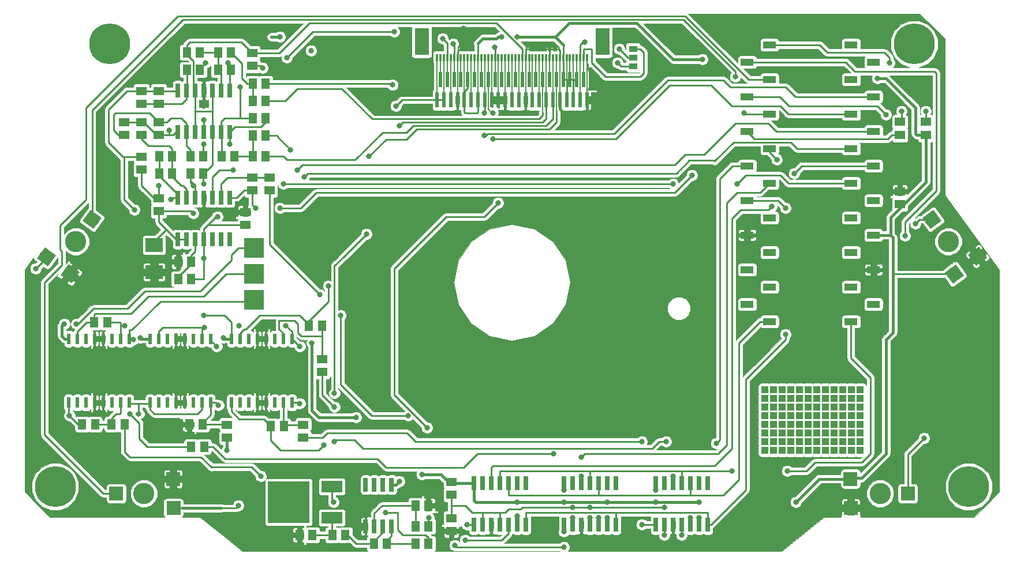
<source format=gbr>
G04 #@! TF.GenerationSoftware,KiCad,Pcbnew,no-vcs-found-ddec803~58~ubuntu14.04.1*
G04 #@! TF.CreationDate,2017-06-12T14:50:18+02:00*
G04 #@! TF.ProjectId,DVDLaserScanner,4456444C617365725363616E6E65722E,rev?*
G04 #@! TF.FileFunction,Copper,L2,Bot,Signal*
G04 #@! TF.FilePolarity,Positive*
%FSLAX46Y46*%
G04 Gerber Fmt 4.6, Leading zero omitted, Abs format (unit mm)*
G04 Created by KiCad (PCBNEW no-vcs-found-ddec803~58~ubuntu14.04.1) date Mon Jun 12 14:50:18 2017*
%MOMM*%
%LPD*%
G01*
G04 APERTURE LIST*
%ADD10C,0.100000*%
%ADD11R,2.100000X4.000000*%
%ADD12R,0.300000X1.100000*%
%ADD13C,3.100000*%
%ADD14R,2.000000X2.000000*%
%ADD15C,2.000000*%
%ADD16R,0.660400X2.032000*%
%ADD17R,1.900000X1.020000*%
%ADD18C,6.000000*%
%ADD19R,1.500000X1.295400*%
%ADD20R,1.295400X1.500000*%
%ADD21R,3.048000X1.651000*%
%ADD22R,6.096000X6.096000*%
%ADD23R,1.270000X0.965200*%
%ADD24R,0.508000X1.620000*%
%ADD25R,0.580000X1.620000*%
%ADD26R,0.540000X2.300000*%
%ADD27R,2.500000X2.000000*%
%ADD28R,3.000000X3.000000*%
%ADD29R,1.050000X1.050000*%
%ADD30C,0.800000*%
%ADD31C,0.400000*%
%ADD32C,0.250000*%
%ADD33C,0.152000*%
G04 APERTURE END LIST*
D10*
D11*
X81750000Y-44609000D03*
X108250000Y-44609000D03*
D12*
X95500000Y-46959000D03*
X84000000Y-46959000D03*
X84500000Y-46959000D03*
X85000000Y-46959000D03*
X85500000Y-46959000D03*
X86000000Y-46959000D03*
X86500000Y-46959000D03*
X87000000Y-46959000D03*
X87500000Y-46959000D03*
X88000000Y-46959000D03*
X88500000Y-46959000D03*
X89000000Y-46959000D03*
X94500000Y-46959000D03*
X94000000Y-46959000D03*
X95000000Y-46959000D03*
X93500000Y-46959000D03*
X93000000Y-46959000D03*
X92500000Y-46959000D03*
X92000000Y-46959000D03*
X91500000Y-46959000D03*
X91000000Y-46959000D03*
X90500000Y-46959000D03*
X89500000Y-46959000D03*
X90000000Y-46959000D03*
X102000000Y-46959000D03*
X101500000Y-46959000D03*
X102500000Y-46959000D03*
X103000000Y-46959000D03*
X103500000Y-46959000D03*
X104000000Y-46959000D03*
X104500000Y-46959000D03*
X105000000Y-46959000D03*
X105500000Y-46959000D03*
X106000000Y-46959000D03*
X101000000Y-46959000D03*
X100500000Y-46959000D03*
X100000000Y-46959000D03*
X99500000Y-46959000D03*
X99000000Y-46959000D03*
X98500000Y-46959000D03*
X98000000Y-46959000D03*
X97500000Y-46959000D03*
X97000000Y-46959000D03*
X96500000Y-46959000D03*
X96000000Y-46959000D03*
D13*
X149000000Y-111000000D03*
D14*
X153050000Y-111000000D03*
X144700000Y-113150000D03*
X144650000Y-108850000D03*
D13*
X41000000Y-111000000D03*
D14*
X36950000Y-111000000D03*
X45300000Y-108850000D03*
X45350000Y-113150000D03*
D13*
X159000000Y-74000000D03*
D15*
X156590968Y-70744380D03*
D10*
G36*
X156800002Y-69345700D02*
X157989648Y-70953414D01*
X156381934Y-72143060D01*
X155192288Y-70535346D01*
X156800002Y-69345700D01*
X156800002Y-69345700D01*
G37*
D15*
X163286030Y-76177716D03*
D10*
G36*
X163495064Y-74779036D02*
X164684710Y-76386750D01*
X163076996Y-77576396D01*
X161887350Y-75968682D01*
X163495064Y-74779036D01*
X163495064Y-74779036D01*
G37*
D15*
X159859187Y-78775646D03*
D10*
G36*
X160068221Y-77376966D02*
X161257867Y-78984680D01*
X159650153Y-80174326D01*
X158460507Y-78566612D01*
X160068221Y-77376966D01*
X160068221Y-77376966D01*
G37*
D13*
X31000000Y-74000000D03*
D15*
X33409032Y-70744380D03*
D10*
G36*
X34807712Y-70535346D02*
X33618066Y-72143060D01*
X32010352Y-70953414D01*
X33199998Y-69345700D01*
X34807712Y-70535346D01*
X34807712Y-70535346D01*
G37*
D15*
X30170553Y-78735453D03*
D10*
G36*
X31569233Y-78526419D02*
X30379587Y-80134133D01*
X28771873Y-78944487D01*
X29961519Y-77336773D01*
X31569233Y-78526419D01*
X31569233Y-78526419D01*
G37*
D15*
X26684229Y-76217908D03*
D10*
G36*
X28082909Y-76008874D02*
X26893263Y-77616588D01*
X25285549Y-76426942D01*
X26475195Y-74819228D01*
X28082909Y-76008874D01*
X28082909Y-76008874D01*
G37*
D16*
X102616000Y-109448600D03*
X103886000Y-109448600D03*
X105156000Y-109448600D03*
X106426000Y-109448600D03*
X107696000Y-109448600D03*
X108966000Y-109448600D03*
X110236000Y-109448600D03*
X110236000Y-115595400D03*
X108966000Y-115595400D03*
X106426000Y-115595400D03*
X105156000Y-115595400D03*
X103886000Y-115595400D03*
X102616000Y-115595400D03*
X107696000Y-115595400D03*
X116078000Y-109448600D03*
X117348000Y-109448600D03*
X118618000Y-109448600D03*
X119888000Y-109448600D03*
X121158000Y-109448600D03*
X122428000Y-109448600D03*
X123698000Y-109448600D03*
X123698000Y-115595400D03*
X122428000Y-115595400D03*
X119888000Y-115595400D03*
X118618000Y-115595400D03*
X117348000Y-115595400D03*
X116078000Y-115595400D03*
X121158000Y-115595400D03*
D17*
X144720000Y-45110400D03*
X148020000Y-47650400D03*
X144720000Y-50190400D03*
X148020000Y-52730400D03*
X144720000Y-55270400D03*
X148020000Y-57810400D03*
X144720000Y-60350400D03*
X148020000Y-62890400D03*
X144720000Y-65430400D03*
X148020000Y-67970400D03*
X148020000Y-73050400D03*
X148020000Y-78130400D03*
X148020000Y-83210400D03*
X144720000Y-85750400D03*
X144720000Y-75590400D03*
X144720000Y-80670400D03*
X144720000Y-70510400D03*
X132780000Y-55270400D03*
X132780000Y-50190400D03*
X132780000Y-60350400D03*
X132780000Y-45110400D03*
X129480000Y-47650400D03*
X129480000Y-52730400D03*
X129480000Y-57810400D03*
X129480000Y-62890400D03*
X132780000Y-65430400D03*
X129480000Y-67970400D03*
X132780000Y-70510400D03*
X129480000Y-73050400D03*
X132780000Y-75590400D03*
X129480000Y-78130400D03*
X132780000Y-80670400D03*
X129480000Y-83210400D03*
X132780000Y-85750400D03*
D18*
X28000000Y-110000000D03*
X154000000Y-45000000D03*
X162000000Y-110000000D03*
X36000000Y-45000000D03*
D19*
X86106000Y-114620000D03*
X86106000Y-116520000D03*
D20*
X36261000Y-100838000D03*
X38161000Y-100838000D03*
X47945000Y-104140000D03*
X49845000Y-104140000D03*
D19*
X64389000Y-100904000D03*
X64389000Y-102804000D03*
X67183000Y-91252000D03*
X67183000Y-93152000D03*
D20*
X33721000Y-85852000D03*
X35621000Y-85852000D03*
X65217000Y-86360000D03*
X67117000Y-86360000D03*
X31943000Y-100838000D03*
X33843000Y-100838000D03*
X59629000Y-101092000D03*
X61529000Y-101092000D03*
D19*
X53213000Y-102804000D03*
X53213000Y-100904000D03*
D20*
X49591000Y-100838000D03*
X47691000Y-100838000D03*
D19*
X86106000Y-109286000D03*
X86106000Y-111186000D03*
D20*
X46040000Y-79502000D03*
X47940000Y-79502000D03*
X46040000Y-76962000D03*
X47940000Y-76962000D03*
X76642000Y-118364000D03*
X74742000Y-118364000D03*
D21*
X68580000Y-109982000D03*
D22*
X62230000Y-112268000D03*
D21*
X68580000Y-114554000D03*
D19*
X151892000Y-58328600D03*
X151892000Y-56428600D03*
D20*
X82738000Y-115824000D03*
X80838000Y-115824000D03*
X80838000Y-112776000D03*
X82738000Y-112776000D03*
X82738000Y-118364000D03*
X80838000Y-118364000D03*
X68646000Y-117094000D03*
X70546000Y-117094000D03*
D19*
X155702000Y-58328600D03*
X155702000Y-56428600D03*
D20*
X63820000Y-117094000D03*
X65720000Y-117094000D03*
D16*
X73533000Y-109702600D03*
X74803000Y-109702600D03*
X76073000Y-109702600D03*
X77343000Y-109702600D03*
X77343000Y-115849400D03*
X76073000Y-115849400D03*
X74803000Y-115849400D03*
X73533000Y-115849400D03*
X89408000Y-109448600D03*
X90678000Y-109448600D03*
X91948000Y-109448600D03*
X93218000Y-109448600D03*
X94488000Y-109448600D03*
X95758000Y-109448600D03*
X97028000Y-109448600D03*
X97028000Y-115595400D03*
X95758000Y-115595400D03*
X93218000Y-115595400D03*
X91948000Y-115595400D03*
X90678000Y-115595400D03*
X89408000Y-115595400D03*
X94488000Y-115595400D03*
D23*
X112776000Y-48260000D03*
X112776000Y-46990000D03*
X112776000Y-45720000D03*
D20*
X49718000Y-64008000D03*
X47818000Y-64008000D03*
D24*
X29972000Y-88274000D03*
X31242000Y-88274000D03*
X32512000Y-88274000D03*
X33782000Y-88274000D03*
X35052000Y-88274000D03*
X36322000Y-88274000D03*
X37592000Y-88274000D03*
X38862000Y-88274000D03*
X38862000Y-97654000D03*
X37592000Y-97654000D03*
X36322000Y-97654000D03*
X35052000Y-97654000D03*
X33782000Y-97654000D03*
X32512000Y-97654000D03*
X31242000Y-97654000D03*
D25*
X29972000Y-97654000D03*
D24*
X53848000Y-88274000D03*
X55118000Y-88274000D03*
X56388000Y-88274000D03*
X57658000Y-88274000D03*
X58928000Y-88274000D03*
X60198000Y-88274000D03*
X61468000Y-88274000D03*
X62738000Y-88274000D03*
X62738000Y-97654000D03*
X61468000Y-97654000D03*
X60198000Y-97654000D03*
X58928000Y-97654000D03*
X57658000Y-97654000D03*
X56388000Y-97654000D03*
X55118000Y-97654000D03*
D25*
X53848000Y-97654000D03*
D24*
X41910000Y-88274000D03*
X43180000Y-88274000D03*
X44450000Y-88274000D03*
X45720000Y-88274000D03*
X46990000Y-88274000D03*
X48260000Y-88274000D03*
X49530000Y-88274000D03*
X50800000Y-88274000D03*
X50800000Y-97654000D03*
X49530000Y-97654000D03*
X48260000Y-97654000D03*
X46990000Y-97654000D03*
X45720000Y-97654000D03*
X44450000Y-97654000D03*
X43180000Y-97654000D03*
D25*
X41910000Y-97654000D03*
D26*
X84000000Y-53203800D03*
X84500000Y-50203800D03*
X85000000Y-53203800D03*
X85500000Y-50203800D03*
X86000000Y-53203800D03*
X86500000Y-50203800D03*
X87000000Y-53203800D03*
X87500000Y-50203800D03*
X88000000Y-53203800D03*
X88500000Y-50203800D03*
X89000000Y-53203800D03*
X89500000Y-50203800D03*
X90000000Y-53203800D03*
X90500000Y-50203800D03*
X91000000Y-53203800D03*
X91500000Y-50203800D03*
X92000000Y-53203800D03*
X92500000Y-50203800D03*
X93000000Y-53203800D03*
X93500000Y-50203800D03*
X94000000Y-53203800D03*
X94500000Y-50203800D03*
X95000000Y-53203800D03*
X95500000Y-50203800D03*
X96000000Y-53203800D03*
X96500000Y-50203800D03*
X97000000Y-53203800D03*
X97500000Y-50203800D03*
X98000000Y-53203800D03*
X98500000Y-50203800D03*
X99000000Y-53203800D03*
X99500000Y-50203800D03*
X100000000Y-53203800D03*
X100500000Y-50203800D03*
X101000000Y-53203800D03*
X101500000Y-50203800D03*
X102000000Y-53203800D03*
X102500000Y-50203800D03*
X103000000Y-53203800D03*
X103500000Y-50203800D03*
X104000000Y-53203800D03*
X104500000Y-50203800D03*
X105000000Y-53203800D03*
X105500000Y-50203800D03*
X106000000Y-53203800D03*
D19*
X43180000Y-67630000D03*
X43180000Y-69530000D03*
X43180000Y-56454000D03*
X43180000Y-58354000D03*
X56896000Y-46294000D03*
X56896000Y-48194000D03*
D20*
X45146000Y-61468000D03*
X43246000Y-61468000D03*
D19*
X43180000Y-53782000D03*
X43180000Y-51882000D03*
D20*
X49210000Y-46228000D03*
X47310000Y-46228000D03*
D19*
X40640000Y-56454000D03*
X40640000Y-58354000D03*
X38100000Y-58354000D03*
X38100000Y-56454000D03*
D20*
X47818000Y-61468000D03*
X49718000Y-61468000D03*
X56962000Y-55880000D03*
X58862000Y-55880000D03*
X54290000Y-61468000D03*
X52390000Y-61468000D03*
X58862000Y-61468000D03*
X56962000Y-61468000D03*
X56962000Y-58420000D03*
X58862000Y-58420000D03*
X43246000Y-64008000D03*
X45146000Y-64008000D03*
D19*
X40640000Y-63434000D03*
X40640000Y-61534000D03*
X40640000Y-51882000D03*
X40640000Y-53782000D03*
D20*
X47310000Y-48768000D03*
X49210000Y-48768000D03*
X53782000Y-48768000D03*
X51882000Y-48768000D03*
D19*
X56896000Y-64582000D03*
X56896000Y-66482000D03*
X59436000Y-64582000D03*
X59436000Y-66482000D03*
D20*
X51882000Y-46228000D03*
X53782000Y-46228000D03*
X56962000Y-53340000D03*
X58862000Y-53340000D03*
X58862000Y-50800000D03*
X56962000Y-50800000D03*
D27*
X42500000Y-74500000D03*
X42500000Y-78500000D03*
D16*
X51054000Y-57937400D03*
X45974000Y-57937400D03*
X47244000Y-57937400D03*
X48514000Y-57937400D03*
X49784000Y-57937400D03*
X52324000Y-57937400D03*
X53594000Y-57937400D03*
X53594000Y-51790600D03*
X52324000Y-51790600D03*
X51054000Y-51790600D03*
X49784000Y-51790600D03*
X48514000Y-51790600D03*
X47244000Y-51790600D03*
X45974000Y-51790600D03*
X45974000Y-67538600D03*
X47244000Y-67538600D03*
X48514000Y-67538600D03*
X49784000Y-67538600D03*
X51054000Y-67538600D03*
X52324000Y-67538600D03*
X53594000Y-67538600D03*
X53594000Y-73685400D03*
X52324000Y-73685400D03*
X49784000Y-73685400D03*
X48514000Y-73685400D03*
X47244000Y-73685400D03*
X45974000Y-73685400D03*
X51054000Y-73685400D03*
D28*
X57150000Y-82550000D03*
X57150000Y-78740000D03*
X57150000Y-74930000D03*
D19*
X151892000Y-68514000D03*
X151892000Y-66614000D03*
X55880000Y-71562000D03*
X55880000Y-69662000D03*
D29*
X132080000Y-104648000D03*
X133350000Y-104648000D03*
X134620000Y-104648000D03*
X135890000Y-104648000D03*
X137160000Y-104648000D03*
X138430000Y-104648000D03*
X139700000Y-104648000D03*
X140970000Y-104648000D03*
X142240000Y-104648000D03*
X143510000Y-104648000D03*
X144780000Y-104648000D03*
X146050000Y-104648000D03*
X132080000Y-103378000D03*
X133350000Y-103378000D03*
X134620000Y-103378000D03*
X135890000Y-103378000D03*
X137160000Y-103378000D03*
X138430000Y-103378000D03*
X139700000Y-103378000D03*
X140970000Y-103378000D03*
X142240000Y-103378000D03*
X143510000Y-103378000D03*
X144780000Y-103378000D03*
X146050000Y-103378000D03*
X132080000Y-102108000D03*
X133350000Y-102108000D03*
X134620000Y-102108000D03*
X135890000Y-102108000D03*
X137160000Y-102108000D03*
X138430000Y-102108000D03*
X139700000Y-102108000D03*
X140970000Y-102108000D03*
X142240000Y-102108000D03*
X143510000Y-102108000D03*
X144780000Y-102108000D03*
X146050000Y-102108000D03*
X132080000Y-100838000D03*
X133350000Y-100838000D03*
X134620000Y-100838000D03*
X135890000Y-100838000D03*
X137160000Y-100838000D03*
X138430000Y-100838000D03*
X139700000Y-100838000D03*
X140970000Y-100838000D03*
X142240000Y-100838000D03*
X143510000Y-100838000D03*
X144780000Y-100838000D03*
X146050000Y-100838000D03*
X132080000Y-99568000D03*
X133350000Y-99568000D03*
X134620000Y-99568000D03*
X135890000Y-99568000D03*
X137160000Y-99568000D03*
X138430000Y-99568000D03*
X139700000Y-99568000D03*
X140970000Y-99568000D03*
X142240000Y-99568000D03*
X143510000Y-99568000D03*
X144780000Y-99568000D03*
X146050000Y-99568000D03*
X132080000Y-98298000D03*
X133350000Y-98298000D03*
X134620000Y-98298000D03*
X135890000Y-98298000D03*
X137160000Y-98298000D03*
X138430000Y-98298000D03*
X139700000Y-98298000D03*
X140970000Y-98298000D03*
X142240000Y-98298000D03*
X143510000Y-98298000D03*
X144780000Y-98298000D03*
X146050000Y-98298000D03*
X132080000Y-97028000D03*
X133350000Y-97028000D03*
X134620000Y-97028000D03*
X135890000Y-97028000D03*
X137160000Y-97028000D03*
X138430000Y-97028000D03*
X139700000Y-97028000D03*
X140970000Y-97028000D03*
X142240000Y-97028000D03*
X143510000Y-97028000D03*
X144780000Y-97028000D03*
X146050000Y-97028000D03*
X132080000Y-95758000D03*
X133350000Y-95758000D03*
X134620000Y-95758000D03*
X135890000Y-95758000D03*
X137160000Y-95758000D03*
X138430000Y-95758000D03*
X139700000Y-95758000D03*
X140970000Y-95758000D03*
X142240000Y-95758000D03*
X143510000Y-95758000D03*
X144780000Y-95758000D03*
X146050000Y-95758000D03*
D30*
X65532000Y-45974000D03*
X60960000Y-43942000D03*
X39497000Y-88392000D03*
X40259000Y-99314000D03*
X124460000Y-42418000D03*
X153924000Y-51790600D03*
X118364000Y-42418000D03*
X87884000Y-42672000D03*
X103886000Y-56134000D03*
X93980000Y-55118000D03*
X50292000Y-69850000D03*
X49784000Y-54102000D03*
X32893000Y-95504000D03*
X31115000Y-95504000D03*
X31115000Y-93980000D03*
X32893000Y-93980000D03*
X32893000Y-91948000D03*
X31115000Y-91948000D03*
X31115000Y-90424000D03*
X32893000Y-90424000D03*
X36195000Y-95504000D03*
X37973000Y-95504000D03*
X37973000Y-93980000D03*
X36195000Y-93980000D03*
X36195000Y-91948000D03*
X37973000Y-91948000D03*
X37973000Y-90424000D03*
X36195000Y-90424000D03*
X44069000Y-95504000D03*
X42291000Y-95504000D03*
X42291000Y-93980000D03*
X44069000Y-93980000D03*
X44069000Y-91948000D03*
X42291000Y-91948000D03*
X42291000Y-90424000D03*
X44069000Y-90424000D03*
X48387000Y-90424000D03*
X50419000Y-90424000D03*
X50419000Y-91948000D03*
X48387000Y-91948000D03*
X48387000Y-93980000D03*
X50419000Y-93980000D03*
X50419000Y-95504000D03*
X48387000Y-95504000D03*
X56007000Y-95504000D03*
X54229000Y-95504000D03*
X54229000Y-93980000D03*
X56007000Y-93980000D03*
X56007000Y-91948000D03*
X54229000Y-91948000D03*
X54229000Y-90424000D03*
X56007000Y-90424000D03*
X60579000Y-95504000D03*
X62357000Y-95504000D03*
X62357000Y-93980000D03*
X60579000Y-93980000D03*
X60579000Y-91948000D03*
X62357000Y-91948000D03*
X62357000Y-90424000D03*
X60579000Y-90424000D03*
X45339000Y-100838000D03*
X105283000Y-118110000D03*
X72390000Y-116840000D03*
X70866000Y-118618000D03*
X106426000Y-113030000D03*
X106426000Y-114554000D03*
X103886000Y-114554000D03*
X103886000Y-113030000D03*
X119888000Y-117094000D03*
X117348000Y-113030000D03*
X117348000Y-117094000D03*
X58166000Y-108458000D03*
X102616000Y-116586000D03*
X102616000Y-118872000D03*
X86614000Y-118618000D03*
X38989000Y-99314000D03*
X38227000Y-86360000D03*
X107696000Y-114554000D03*
X101092000Y-105156000D03*
X114046000Y-115570000D03*
X114046000Y-103378000D03*
X121158000Y-114554000D03*
X117602000Y-103378000D03*
X68961000Y-98298000D03*
X68961000Y-103378000D03*
X51689000Y-89408000D03*
X51943000Y-98044000D03*
X129032000Y-55118000D03*
X127762000Y-49784000D03*
X149860000Y-55372000D03*
X154178000Y-71374000D03*
X155448000Y-102870000D03*
X150368000Y-47752000D03*
X127254000Y-107696000D03*
X135382000Y-107696000D03*
X135128000Y-69088000D03*
X135128000Y-87630000D03*
X152146000Y-54838600D03*
X155702000Y-54838600D03*
X76454000Y-113792000D03*
X68834000Y-112268000D03*
X105156000Y-105664000D03*
X105156000Y-108458000D03*
X118618000Y-108458000D03*
X124968000Y-103632000D03*
X133858000Y-61976000D03*
X133096000Y-68834000D03*
X152654000Y-73152000D03*
X77724000Y-43180000D03*
X54102000Y-63500000D03*
X61976000Y-46990000D03*
X110744000Y-45720000D03*
X57404000Y-69088000D03*
X60960000Y-69088000D03*
X121412000Y-64262000D03*
X136398000Y-64008000D03*
X48260000Y-65786000D03*
X43180000Y-65786000D03*
X48260000Y-69850000D03*
X49784000Y-65532000D03*
X44704000Y-57658000D03*
X64516000Y-64516000D03*
X58420000Y-48514000D03*
X55118000Y-51308000D03*
X61468000Y-65532000D03*
X128016000Y-65532000D03*
X118618000Y-65532000D03*
X44958000Y-67818000D03*
X63500000Y-63500000D03*
X39624000Y-69342000D03*
X110490000Y-47752000D03*
X105664000Y-44704000D03*
X86360000Y-44958000D03*
X68072000Y-80518000D03*
X30099000Y-99568000D03*
X31115000Y-86106000D03*
X84836000Y-44196000D03*
X73660000Y-72898000D03*
X68961000Y-96266000D03*
X67437000Y-103886000D03*
X136652000Y-112268000D03*
X122936000Y-47244000D03*
X148590000Y-50038000D03*
X95758000Y-43942000D03*
X93472000Y-43942000D03*
X29337000Y-86106000D03*
X72136000Y-99822000D03*
X54864000Y-112776000D03*
X53213000Y-104648000D03*
X122428000Y-112268000D03*
X122428000Y-114554000D03*
X49784000Y-84836000D03*
X25146000Y-77978000D03*
X49784000Y-76454000D03*
X51816000Y-70358000D03*
X49784000Y-56134000D03*
X65659000Y-88900000D03*
X40513000Y-88138000D03*
X52705000Y-88138000D03*
X78486000Y-109220000D03*
X81788000Y-108204000D03*
X108966000Y-112268000D03*
X108966000Y-114554000D03*
X95758000Y-114300000D03*
X95758000Y-112268000D03*
X102616000Y-112268000D03*
X102616000Y-110490000D03*
X116078000Y-110490000D03*
X116078000Y-112268000D03*
X82550000Y-101346000D03*
X92964000Y-68326000D03*
X92456000Y-45466000D03*
X88392000Y-115570000D03*
X82804000Y-114554000D03*
X53594000Y-59690000D03*
X49784000Y-59690000D03*
X62500000Y-60500000D03*
X74000000Y-61500000D03*
X50038000Y-47752000D03*
X53340000Y-47752000D03*
X88138000Y-117856000D03*
X66802000Y-81788000D03*
X79756000Y-99568000D03*
X69850000Y-84836000D03*
X77500000Y-51000000D03*
X78500000Y-57000000D03*
X90932000Y-58420000D03*
X90932000Y-55118000D03*
X92202000Y-55118000D03*
X92202000Y-58928000D03*
X77978000Y-54102000D03*
X54991000Y-86360000D03*
X63881000Y-89408000D03*
X63881000Y-97790000D03*
X61849000Y-86360000D03*
X49911000Y-86614000D03*
D31*
X59690000Y-43942000D02*
X60960000Y-43942000D01*
D32*
X38862000Y-86995000D02*
X39243000Y-86995000D01*
X38862000Y-88274000D02*
X38862000Y-86995000D01*
X43434000Y-82804000D02*
X56896000Y-82804000D01*
X39243000Y-86995000D02*
X43434000Y-82804000D01*
X56896000Y-82804000D02*
X57150000Y-82550000D01*
X40259000Y-97790000D02*
X40259000Y-99314000D01*
X39497000Y-88392000D02*
X39379000Y-88274000D01*
X39379000Y-88274000D02*
X38862000Y-88274000D01*
X39751000Y-97790000D02*
X38998000Y-97790000D01*
X38998000Y-97790000D02*
X38862000Y-97654000D01*
X41774000Y-97790000D02*
X40259000Y-97790000D01*
X40259000Y-97790000D02*
X39751000Y-97790000D01*
X41774000Y-97790000D02*
X41910000Y-97654000D01*
X38862000Y-88274000D02*
X38862000Y-87757000D01*
X41910000Y-97654000D02*
X41910000Y-98679000D01*
X49530000Y-98679000D02*
X49530000Y-97654000D01*
X48895000Y-99314000D02*
X49530000Y-98679000D01*
X42545000Y-99314000D02*
X48895000Y-99314000D01*
X41910000Y-98679000D02*
X42545000Y-99314000D01*
X87000000Y-46096000D02*
X87630000Y-45466000D01*
X87000000Y-46959000D02*
X87000000Y-46096000D01*
D31*
X87630000Y-42926000D02*
X87630000Y-45466000D01*
X87884000Y-42672000D02*
X87630000Y-42926000D01*
X94000000Y-53203800D02*
X94000000Y-55098000D01*
X94000000Y-55098000D02*
X93980000Y-55118000D01*
X102000000Y-53203800D02*
X102000000Y-54502000D01*
X102000000Y-54502000D02*
X102870000Y-55372000D01*
D32*
X100838000Y-45720000D02*
X97028000Y-45720000D01*
X97000000Y-45748000D02*
X97000000Y-46959000D01*
X97028000Y-45720000D02*
X97000000Y-45748000D01*
X100500000Y-46959000D02*
X100500000Y-45804000D01*
X102000000Y-45866000D02*
X102000000Y-46959000D01*
X101854000Y-45720000D02*
X102000000Y-45866000D01*
X100584000Y-45720000D02*
X100838000Y-45720000D01*
X100838000Y-45720000D02*
X101854000Y-45720000D01*
X100500000Y-45804000D02*
X100584000Y-45720000D01*
X93000000Y-53203800D02*
X94000000Y-53203800D01*
X92000000Y-53203800D02*
X93000000Y-53203800D01*
D33*
X106000000Y-53203800D02*
X106000000Y-46959000D01*
X102000000Y-46959000D02*
X102000000Y-53203800D01*
X100500000Y-46959000D02*
X100500000Y-50203800D01*
X97000000Y-46959000D02*
X97000000Y-53203800D01*
X94000000Y-46959000D02*
X94000000Y-53203800D01*
X93000000Y-46959000D02*
X93000000Y-53203800D01*
X92000000Y-46959000D02*
X92000000Y-53203800D01*
X87000000Y-53203800D02*
X87000000Y-46959000D01*
D32*
X49784000Y-51790600D02*
X49784000Y-54102000D01*
X49784000Y-69342000D02*
X49784000Y-67538600D01*
X50292000Y-69850000D02*
X49784000Y-69342000D01*
X33782000Y-90424000D02*
X32893000Y-90424000D01*
X31115000Y-93980000D02*
X31115000Y-95504000D01*
X32893000Y-91948000D02*
X32893000Y-93980000D01*
X31115000Y-90424000D02*
X31115000Y-91948000D01*
X35052000Y-90424000D02*
X36195000Y-90424000D01*
X37973000Y-93980000D02*
X37973000Y-95504000D01*
X36195000Y-91948000D02*
X36195000Y-93980000D01*
X37973000Y-90424000D02*
X37973000Y-91948000D01*
X45720000Y-90424000D02*
X44069000Y-90424000D01*
X42291000Y-93980000D02*
X42291000Y-95504000D01*
X44069000Y-91948000D02*
X44069000Y-93980000D01*
X42291000Y-90424000D02*
X42291000Y-91948000D01*
X46990000Y-95504000D02*
X48387000Y-95504000D01*
X50419000Y-91948000D02*
X50419000Y-90424000D01*
X48387000Y-93980000D02*
X48387000Y-91948000D01*
X50419000Y-95504000D02*
X50419000Y-93980000D01*
X57658000Y-90424000D02*
X56007000Y-90424000D01*
X54229000Y-93980000D02*
X54229000Y-95504000D01*
X56007000Y-91948000D02*
X56007000Y-93980000D01*
X54229000Y-90424000D02*
X54229000Y-91948000D01*
X58928000Y-90424000D02*
X60579000Y-90424000D01*
X58928000Y-95250000D02*
X59055000Y-95250000D01*
X60579000Y-95504000D02*
X58928000Y-95250000D01*
X62357000Y-93980000D02*
X62357000Y-95504000D01*
X60579000Y-91948000D02*
X60579000Y-93980000D01*
X62357000Y-90424000D02*
X62357000Y-91948000D01*
X57531000Y-92456000D02*
X47117000Y-92456000D01*
X47691000Y-100838000D02*
X45339000Y-100838000D01*
X35179000Y-92456000D02*
X35179000Y-97527000D01*
X35179000Y-97527000D02*
X35052000Y-97654000D01*
X33909000Y-92456000D02*
X33909000Y-97527000D01*
X33909000Y-97527000D02*
X33782000Y-97654000D01*
X35179000Y-92456000D02*
X33909000Y-92456000D01*
X33782000Y-92329000D02*
X33782000Y-90424000D01*
X33782000Y-90424000D02*
X33782000Y-88274000D01*
X33909000Y-92456000D02*
X33782000Y-92329000D01*
X45720000Y-92583000D02*
X35306000Y-92583000D01*
X35052000Y-92329000D02*
X35052000Y-90424000D01*
X35052000Y-90424000D02*
X35052000Y-88274000D01*
X35306000Y-92583000D02*
X35179000Y-92456000D01*
X35179000Y-92456000D02*
X35052000Y-92329000D01*
X46990000Y-92583000D02*
X45720000Y-92583000D01*
X45720000Y-92583000D02*
X45593000Y-92710000D01*
X58928000Y-92456000D02*
X57531000Y-92456000D01*
X46990000Y-97654000D02*
X46990000Y-95504000D01*
X46990000Y-95504000D02*
X46990000Y-92583000D01*
X46990000Y-92583000D02*
X47117000Y-92456000D01*
X45720000Y-97654000D02*
X46990000Y-97654000D01*
X45720000Y-88274000D02*
X45720000Y-90424000D01*
X45720000Y-90424000D02*
X45720000Y-97654000D01*
X45720000Y-88274000D02*
X46990000Y-88274000D01*
X57658000Y-92456000D02*
X57531000Y-92456000D01*
X46990000Y-92329000D02*
X46990000Y-88274000D01*
X47117000Y-92456000D02*
X46990000Y-92329000D01*
X57658000Y-97654000D02*
X57658000Y-92456000D01*
X57658000Y-92456000D02*
X57658000Y-90424000D01*
X57658000Y-90424000D02*
X57658000Y-88274000D01*
X58928000Y-97654000D02*
X57658000Y-97654000D01*
X58928000Y-88274000D02*
X58928000Y-90424000D01*
X58928000Y-90424000D02*
X58928000Y-92456000D01*
X58928000Y-92456000D02*
X58928000Y-97654000D01*
X57658000Y-88274000D02*
X58928000Y-88274000D01*
X105156000Y-115595400D02*
X105156000Y-117983000D01*
X105156000Y-117983000D02*
X105283000Y-118110000D01*
X73533000Y-115849400D02*
X73380600Y-115849400D01*
X73380600Y-115849400D02*
X72390000Y-116840000D01*
X103886000Y-113030000D02*
X106426000Y-113030000D01*
X106426000Y-114554000D02*
X106426000Y-115595400D01*
X103124000Y-113030000D02*
X103886000Y-113030000D01*
X96520000Y-113030000D02*
X103124000Y-113030000D01*
X93218000Y-113792000D02*
X93980000Y-113792000D01*
X93980000Y-113792000D02*
X94488000Y-113284000D01*
X94488000Y-113284000D02*
X96266000Y-113284000D01*
X96266000Y-113284000D02*
X96520000Y-113030000D01*
X103886000Y-114554000D02*
X103886000Y-115595400D01*
X119888000Y-117094000D02*
X119888000Y-115595400D01*
X106426000Y-113030000D02*
X117348000Y-113030000D01*
X117348000Y-117094000D02*
X117348000Y-115595400D01*
X90678000Y-113792000D02*
X89154000Y-113792000D01*
X88138000Y-112776000D02*
X86106000Y-112776000D01*
X89154000Y-113792000D02*
X88138000Y-112776000D01*
X86106000Y-111186000D02*
X86106000Y-112776000D01*
X86106000Y-112776000D02*
X86106000Y-114620000D01*
X90678000Y-115595400D02*
X90678000Y-113792000D01*
X93218000Y-113792000D02*
X93218000Y-115595400D01*
X90678000Y-113792000D02*
X93218000Y-113792000D01*
X36261000Y-100838000D02*
X36261000Y-100010000D01*
X37592000Y-99187000D02*
X37592000Y-97654000D01*
X37465000Y-99314000D02*
X37592000Y-99187000D01*
X36957000Y-99314000D02*
X37465000Y-99314000D01*
X36261000Y-100010000D02*
X36957000Y-99314000D01*
X33843000Y-100838000D02*
X36261000Y-100838000D01*
X50863500Y-107124500D02*
X56832500Y-107124500D01*
X56832500Y-107124500D02*
X58166000Y-108458000D01*
X38161000Y-100838000D02*
X38161000Y-104836000D01*
X38161000Y-104836000D02*
X38227000Y-104902000D01*
X102616000Y-115595400D02*
X102616000Y-116586000D01*
X86868000Y-118872000D02*
X102616000Y-118872000D01*
X86614000Y-118618000D02*
X86868000Y-118872000D01*
X48133000Y-105664000D02*
X49403000Y-105664000D01*
X38989000Y-105664000D02*
X48133000Y-105664000D01*
X38227000Y-104902000D02*
X38989000Y-105664000D01*
X49403000Y-105664000D02*
X50863500Y-107124500D01*
X50863500Y-107124500D02*
X50927000Y-107188000D01*
X58166000Y-108458000D02*
X58039000Y-108585000D01*
X37592000Y-86360000D02*
X38227000Y-86360000D01*
X40325000Y-100650000D02*
X38989000Y-99314000D01*
X41529000Y-104140000D02*
X47945000Y-104140000D01*
X41529000Y-104140000D02*
X40325000Y-102936000D01*
X40325000Y-102936000D02*
X40325000Y-101092000D01*
X40325000Y-101092000D02*
X40325000Y-100650000D01*
X35621000Y-85852000D02*
X37465000Y-85852000D01*
X37592000Y-85979000D02*
X37592000Y-86360000D01*
X37592000Y-86360000D02*
X37592000Y-88274000D01*
X37465000Y-85852000D02*
X37592000Y-85979000D01*
X82550000Y-107188000D02*
X76581000Y-107188000D01*
X52959000Y-105918000D02*
X51181000Y-104140000D01*
X51181000Y-104140000D02*
X50673000Y-104140000D01*
X107696000Y-115595400D02*
X107696000Y-114554000D01*
X89916000Y-105156000D02*
X101092000Y-105156000D01*
X87884000Y-107188000D02*
X89916000Y-105156000D01*
X82550000Y-107188000D02*
X87884000Y-107188000D01*
X64643000Y-105918000D02*
X75311000Y-105918000D01*
X50673000Y-104140000D02*
X49845000Y-104140000D01*
X64643000Y-105918000D02*
X52959000Y-105918000D01*
X76581000Y-107188000D02*
X75311000Y-105918000D01*
X64389000Y-100904000D02*
X61717000Y-100904000D01*
X61717000Y-100904000D02*
X61529000Y-101092000D01*
X61468000Y-97654000D02*
X61468000Y-101031000D01*
X61468000Y-101031000D02*
X61529000Y-101092000D01*
X86868000Y-103378000D02*
X80899000Y-103378000D01*
X67945000Y-102108000D02*
X67249000Y-102804000D01*
X64389000Y-102804000D02*
X67249000Y-102804000D01*
X114071400Y-115595400D02*
X116078000Y-115595400D01*
X114046000Y-115570000D02*
X114071400Y-115595400D01*
X86868000Y-103378000D02*
X114046000Y-103378000D01*
X79629000Y-102108000D02*
X67945000Y-102108000D01*
X80899000Y-103378000D02*
X79629000Y-102108000D01*
X67183000Y-87884000D02*
X64135000Y-87884000D01*
X60833000Y-86868000D02*
X61468000Y-87503000D01*
X60833000Y-85598000D02*
X60833000Y-86868000D01*
X63119000Y-85598000D02*
X60833000Y-85598000D01*
X63627000Y-86106000D02*
X63119000Y-85598000D01*
X63627000Y-87376000D02*
X63627000Y-86106000D01*
X64135000Y-87884000D02*
X63627000Y-87376000D01*
X61468000Y-87503000D02*
X61468000Y-88274000D01*
X67183000Y-91252000D02*
X67183000Y-87884000D01*
X67183000Y-87884000D02*
X67183000Y-86426000D01*
X67183000Y-86426000D02*
X67117000Y-86360000D01*
X71628000Y-103124000D02*
X71882000Y-103124000D01*
X73152000Y-104394000D02*
X71882000Y-103124000D01*
X73152000Y-104394000D02*
X79248000Y-104394000D01*
X67183000Y-93152000D02*
X67183000Y-96520000D01*
X117602000Y-103378000D02*
X116586000Y-103378000D01*
X116586000Y-103378000D02*
X115570000Y-104394000D01*
X115570000Y-104394000D02*
X79248000Y-104394000D01*
X121158000Y-114554000D02*
X121158000Y-115595400D01*
X79248000Y-104394000D02*
X78994000Y-104394000D01*
X68961000Y-103378000D02*
X69215000Y-103124000D01*
X69215000Y-103124000D02*
X71628000Y-103124000D01*
X71628000Y-103124000D02*
X71755000Y-103124000D01*
X67183000Y-96520000D02*
X68961000Y-98298000D01*
X49591000Y-100838000D02*
X53147000Y-100838000D01*
X53147000Y-100838000D02*
X53213000Y-100904000D01*
X49591000Y-100838000D02*
X49591000Y-100650000D01*
X49591000Y-100650000D02*
X50800000Y-99441000D01*
X50800000Y-99441000D02*
X50800000Y-97654000D01*
X50800000Y-88274000D02*
X50800000Y-88519000D01*
X50800000Y-88519000D02*
X51689000Y-89408000D01*
X51943000Y-98044000D02*
X51553000Y-97654000D01*
X51553000Y-97654000D02*
X50800000Y-97654000D01*
X132780000Y-55270400D02*
X129184400Y-55270400D01*
X129184400Y-55270400D02*
X129032000Y-55118000D01*
X98298000Y-41402000D02*
X46736000Y-41402000D01*
X33409032Y-54728968D02*
X46228000Y-41910000D01*
X98298000Y-41402000D02*
X120142000Y-41402000D01*
X120142000Y-41402000D02*
X127762000Y-49022000D01*
X127762000Y-49022000D02*
X127762000Y-49784000D01*
X33409032Y-54728968D02*
X33409032Y-70744380D01*
X46736000Y-41402000D02*
X46228000Y-41910000D01*
X156590968Y-70744380D02*
X154807620Y-70744380D01*
X134264400Y-52730400D02*
X129480000Y-52730400D01*
X135636000Y-54102000D02*
X134264400Y-52730400D01*
X148590000Y-54102000D02*
X135636000Y-54102000D01*
X149860000Y-55372000D02*
X148590000Y-54102000D01*
X154807620Y-70744380D02*
X154178000Y-71374000D01*
X120396000Y-40894000D02*
X95250000Y-40894000D01*
X28956000Y-77470000D02*
X26416000Y-80010000D01*
X26416000Y-80010000D02*
X26416000Y-102362000D01*
X26416000Y-102362000D02*
X35054000Y-111000000D01*
X35054000Y-111000000D02*
X36950000Y-111000000D01*
X28956000Y-75438000D02*
X28956000Y-76962000D01*
X28702000Y-75184000D02*
X28956000Y-75438000D01*
X28702000Y-71628000D02*
X28702000Y-75184000D01*
X32512000Y-67818000D02*
X28702000Y-71628000D01*
X32512000Y-54356000D02*
X32512000Y-67818000D01*
X45974000Y-40894000D02*
X32512000Y-54356000D01*
X95250000Y-40894000D02*
X45974000Y-40894000D01*
X28956000Y-76962000D02*
X28956000Y-77470000D01*
X129692400Y-50190400D02*
X120396000Y-40894000D01*
X132780000Y-50190400D02*
X129692400Y-50190400D01*
X132780000Y-45110400D02*
X140106400Y-45110400D01*
X153050000Y-105268000D02*
X153050000Y-111000000D01*
X155448000Y-102870000D02*
X153050000Y-105268000D01*
X150368000Y-46990000D02*
X150368000Y-47752000D01*
X149606000Y-46228000D02*
X150368000Y-46990000D01*
X141224000Y-46228000D02*
X149606000Y-46228000D01*
X140106400Y-45110400D02*
X141224000Y-46228000D01*
X144720000Y-86614000D02*
X144720000Y-91126000D01*
X127254000Y-107696000D02*
X119888000Y-107696000D01*
X138176000Y-107696000D02*
X135382000Y-107696000D01*
X139446000Y-106426000D02*
X138176000Y-107696000D01*
X146304000Y-106426000D02*
X139446000Y-106426000D01*
X147574000Y-105156000D02*
X146304000Y-106426000D01*
X147574000Y-93980000D02*
X147574000Y-105156000D01*
X144720000Y-91126000D02*
X147574000Y-93980000D01*
X144720000Y-85750400D02*
X144720000Y-86614000D01*
X144720000Y-86614000D02*
X144720000Y-86674000D01*
X106426000Y-107696000D02*
X93218000Y-107696000D01*
X93218000Y-107696000D02*
X93218000Y-109448600D01*
X119888000Y-109448600D02*
X119888000Y-107696000D01*
X106426000Y-107696000D02*
X106426000Y-109448600D01*
X119888000Y-107696000D02*
X106426000Y-107696000D01*
X121158000Y-111252000D02*
X125984000Y-111252000D01*
X131419600Y-85750400D02*
X132780000Y-85750400D01*
X128270000Y-88900000D02*
X131419600Y-85750400D01*
X128270000Y-108966000D02*
X128270000Y-88900000D01*
X125984000Y-111252000D02*
X128270000Y-108966000D01*
X107696000Y-111252000D02*
X121158000Y-111252000D01*
X121158000Y-111252000D02*
X121158000Y-109448600D01*
X94488000Y-109448600D02*
X94488000Y-111252000D01*
X107696000Y-111252000D02*
X107696000Y-109448600D01*
X94488000Y-111252000D02*
X107696000Y-111252000D01*
X135128000Y-88392000D02*
X135128000Y-87630000D01*
X124180600Y-115595400D02*
X129286000Y-110490000D01*
X129286000Y-110490000D02*
X129286000Y-94234000D01*
X129286000Y-94234000D02*
X135128000Y-88392000D01*
X123698000Y-115595400D02*
X124180600Y-115595400D01*
X135128000Y-69088000D02*
X134010400Y-67970400D01*
X134010400Y-67970400D02*
X129480000Y-67970400D01*
X129480000Y-67970400D02*
X128625600Y-67970400D01*
X110236000Y-113792000D02*
X97028000Y-113792000D01*
X97028000Y-113792000D02*
X97028000Y-115595400D01*
X110236000Y-113792000D02*
X123698000Y-113792000D01*
X123698000Y-113792000D02*
X123698000Y-115595400D01*
X110236000Y-113792000D02*
X110236000Y-115595400D01*
X76642000Y-118364000D02*
X80838000Y-118364000D01*
X76642000Y-118364000D02*
X76642000Y-117922000D01*
X76642000Y-117922000D02*
X77343000Y-117221000D01*
X77343000Y-117221000D02*
X77343000Y-115849400D01*
X70546000Y-117094000D02*
X70866000Y-117094000D01*
X70866000Y-117094000D02*
X72136000Y-118364000D01*
X72136000Y-118364000D02*
X74742000Y-118364000D01*
X76073000Y-115849400D02*
X76073000Y-116713000D01*
X76073000Y-116713000D02*
X74742000Y-118044000D01*
X74742000Y-118044000D02*
X74742000Y-118364000D01*
X152146000Y-56428600D02*
X152146000Y-54838600D01*
X155702000Y-54838600D02*
X155702000Y-56428600D01*
X82738000Y-117414000D02*
X82672000Y-117348000D01*
X82672000Y-117348000D02*
X82550000Y-117348000D01*
X82550000Y-117348000D02*
X82296000Y-117094000D01*
X82296000Y-117094000D02*
X78994000Y-117094000D01*
X78994000Y-117094000D02*
X78232000Y-116332000D01*
X78232000Y-116332000D02*
X78232000Y-113792000D01*
X78232000Y-113792000D02*
X76454000Y-113792000D01*
X82738000Y-118364000D02*
X82738000Y-117414000D01*
X68580000Y-112014000D02*
X68580000Y-109982000D01*
X68834000Y-112268000D02*
X68580000Y-112014000D01*
X65720000Y-117094000D02*
X68646000Y-117094000D01*
X68580000Y-114554000D02*
X68580000Y-117028000D01*
X68580000Y-117028000D02*
X68646000Y-117094000D01*
X151892000Y-58328600D02*
X150713400Y-58328600D01*
X130597600Y-58928000D02*
X129480000Y-57810400D01*
X150114000Y-58928000D02*
X130597600Y-58928000D01*
X150713400Y-58328600D02*
X150114000Y-58928000D01*
X151892000Y-58328600D02*
X151318000Y-58328600D01*
X80838000Y-112776000D02*
X75946000Y-112776000D01*
X74803000Y-113919000D02*
X74803000Y-115849400D01*
X75946000Y-112776000D02*
X74803000Y-113919000D01*
X80838000Y-112776000D02*
X80838000Y-115824000D01*
X46040000Y-79502000D02*
X46040000Y-79182000D01*
X46040000Y-79182000D02*
X47940000Y-77282000D01*
X47940000Y-77282000D02*
X47940000Y-76962000D01*
X47940000Y-76962000D02*
X47940000Y-76012000D01*
X48514000Y-75438000D02*
X48514000Y-73685400D01*
X47940000Y-76012000D02*
X48514000Y-75438000D01*
X126492000Y-95250000D02*
X126492000Y-68326000D01*
X126238000Y-104140000D02*
X126492000Y-103886000D01*
X126492000Y-103886000D02*
X126492000Y-97282000D01*
X126492000Y-95250000D02*
X126492000Y-97282000D01*
X105156000Y-105664000D02*
X105664000Y-105156000D01*
X105664000Y-105156000D02*
X125222000Y-105156000D01*
X105156000Y-109448600D02*
X105156000Y-108458000D01*
X125222000Y-105156000D02*
X126238000Y-104140000D01*
X131408400Y-66802000D02*
X132780000Y-65430400D01*
X128016000Y-66802000D02*
X131408400Y-66802000D01*
X126492000Y-68326000D02*
X128016000Y-66802000D01*
X132780000Y-65430400D02*
X133502400Y-65430400D01*
X118618000Y-109448600D02*
X118618000Y-108458000D01*
X127355600Y-62890400D02*
X129480000Y-62890400D01*
X125476000Y-64770000D02*
X127355600Y-62890400D01*
X125476000Y-89154000D02*
X125476000Y-64770000D01*
X125476000Y-103124000D02*
X125476000Y-89154000D01*
X124968000Y-103632000D02*
X125476000Y-103124000D01*
X129480000Y-62890400D02*
X129133600Y-62890400D01*
X128524000Y-69342000D02*
X132588000Y-69342000D01*
X127254000Y-70612000D02*
X128524000Y-69342000D01*
X133858000Y-61976000D02*
X132780000Y-60898000D01*
X132780000Y-60350400D02*
X132780000Y-60898000D01*
X127254000Y-93980000D02*
X127254000Y-97282000D01*
X127254000Y-93980000D02*
X127254000Y-70612000D01*
X132588000Y-69342000D02*
X133096000Y-68834000D01*
X91948000Y-109448600D02*
X91948000Y-107188000D01*
X127254000Y-104394000D02*
X127254000Y-101854000D01*
X124714000Y-106934000D02*
X127254000Y-104394000D01*
X92202000Y-106934000D02*
X124714000Y-106934000D01*
X91948000Y-107188000D02*
X92202000Y-106934000D01*
X127254000Y-101854000D02*
X127254000Y-97282000D01*
X127254000Y-97282000D02*
X127254000Y-97028000D01*
D33*
X86000000Y-46959000D02*
X86000000Y-53203800D01*
X89000000Y-46959000D02*
X89000000Y-53203800D01*
X95000000Y-46959000D02*
X95000000Y-53203800D01*
X96000000Y-46959000D02*
X96000000Y-53203800D01*
X98000000Y-46959000D02*
X98000000Y-53203800D01*
X99000000Y-46959000D02*
X99000000Y-53203800D01*
X87500000Y-46959000D02*
X87500000Y-50203800D01*
X89500000Y-46959000D02*
X89500000Y-50203800D01*
X90500000Y-50203800D02*
X90500000Y-46959000D01*
X93500000Y-46959000D02*
X93500000Y-50203800D01*
X94500000Y-50203800D02*
X94500000Y-46959000D01*
X95500000Y-50203800D02*
X95500000Y-46959000D01*
X97500000Y-46959000D02*
X97500000Y-50203800D01*
X98500000Y-46959000D02*
X98500000Y-50203800D01*
X84500000Y-46959000D02*
X84500000Y-50203800D01*
D32*
X129480000Y-47650400D02*
X143916400Y-47650400D01*
X152654000Y-71120000D02*
X152654000Y-73152000D01*
X157226000Y-66548000D02*
X152654000Y-71120000D01*
X157226000Y-49276000D02*
X157226000Y-66548000D01*
X156972000Y-49022000D02*
X157226000Y-49276000D01*
X145288000Y-49022000D02*
X156972000Y-49022000D01*
X143916400Y-47650400D02*
X145288000Y-49022000D01*
X54102000Y-63500000D02*
X52070000Y-63500000D01*
X52070000Y-63500000D02*
X51308000Y-64262000D01*
X51308000Y-64262000D02*
X51054000Y-64516000D01*
X51054000Y-67538600D02*
X51054000Y-64516000D01*
X65786000Y-43180000D02*
X73660000Y-43180000D01*
X61976000Y-46990000D02*
X65786000Y-43180000D01*
X112014000Y-46990000D02*
X112776000Y-46990000D01*
X112014000Y-46990000D02*
X110744000Y-45720000D01*
X73660000Y-43180000D02*
X77724000Y-43180000D01*
X118364000Y-66802000D02*
X118872000Y-66802000D01*
X62484000Y-69088000D02*
X64008000Y-69088000D01*
X56896000Y-66482000D02*
X56896000Y-68580000D01*
X57404000Y-69088000D02*
X56896000Y-68580000D01*
X60960000Y-69088000D02*
X62484000Y-69088000D01*
X66294000Y-66802000D02*
X110490000Y-66802000D01*
X64008000Y-69088000D02*
X66294000Y-66802000D01*
X118364000Y-66802000D02*
X110490000Y-66802000D01*
X118872000Y-66802000D02*
X121412000Y-64262000D01*
X137515600Y-62890400D02*
X136398000Y-64008000D01*
X148020000Y-62890400D02*
X137515600Y-62890400D01*
X56896000Y-66482000D02*
X55692000Y-66482000D01*
X54635400Y-67538600D02*
X53594000Y-67538600D01*
X55692000Y-66482000D02*
X54635400Y-67538600D01*
X43180000Y-67630000D02*
X43180000Y-65786000D01*
X47818000Y-65344000D02*
X47818000Y-64008000D01*
X48260000Y-65786000D02*
X47818000Y-65344000D01*
X43180000Y-67630000D02*
X42484000Y-67630000D01*
X42484000Y-67630000D02*
X40640000Y-65786000D01*
X40640000Y-65786000D02*
X40640000Y-63434000D01*
X47818000Y-64008000D02*
X47818000Y-65090000D01*
X47818000Y-65090000D02*
X48514000Y-65786000D01*
X48514000Y-65786000D02*
X48514000Y-67538600D01*
X93218000Y-42418000D02*
X92710000Y-41910000D01*
X93980000Y-43180000D02*
X93218000Y-42418000D01*
X60894000Y-46294000D02*
X56896000Y-46294000D01*
X64262000Y-42926000D02*
X60894000Y-46294000D01*
X64262000Y-42926000D02*
X64770000Y-42418000D01*
X65278000Y-41910000D02*
X64770000Y-42418000D01*
X65532000Y-41910000D02*
X65278000Y-41910000D01*
X74422000Y-41910000D02*
X65532000Y-41910000D01*
X80518000Y-41910000D02*
X74422000Y-41910000D01*
X92710000Y-41910000D02*
X80518000Y-41910000D01*
X42500000Y-74500000D02*
X42500000Y-74000000D01*
X42500000Y-74000000D02*
X44280000Y-72220000D01*
X96500000Y-46959000D02*
X96500000Y-45700000D01*
X96500000Y-45700000D02*
X93980000Y-43180000D01*
X93980000Y-43180000D02*
X93726000Y-42926000D01*
D33*
X96500000Y-46959000D02*
X96500000Y-50203800D01*
D32*
X47310000Y-46228000D02*
X47310000Y-46548000D01*
X47310000Y-46548000D02*
X48260000Y-47498000D01*
X48260000Y-47498000D02*
X48260000Y-51536600D01*
X48260000Y-51536600D02*
X48514000Y-51790600D01*
X47310000Y-46228000D02*
X47310000Y-45146000D01*
X55306000Y-44704000D02*
X56896000Y-46294000D01*
X47752000Y-44704000D02*
X55306000Y-44704000D01*
X47310000Y-45146000D02*
X47752000Y-44704000D01*
X48514000Y-54864000D02*
X51054000Y-54864000D01*
X49718000Y-64008000D02*
X49718000Y-65466000D01*
X47940000Y-69530000D02*
X43180000Y-69530000D01*
X48260000Y-69850000D02*
X47940000Y-69530000D01*
X49718000Y-65466000D02*
X49784000Y-65532000D01*
X49718000Y-64008000D02*
X49784000Y-64008000D01*
X49784000Y-64008000D02*
X51054000Y-62738000D01*
X51054000Y-62738000D02*
X51054000Y-57937400D01*
X47244000Y-73685400D02*
X45974000Y-73685400D01*
X48514000Y-56642000D02*
X48514000Y-54864000D01*
X48514000Y-54864000D02*
X48514000Y-51790600D01*
X51054000Y-56896000D02*
X51054000Y-54864000D01*
X51054000Y-54864000D02*
X51054000Y-51790600D01*
X48514000Y-57937400D02*
X48514000Y-56642000D01*
X51054000Y-56642000D02*
X51054000Y-56896000D01*
X51054000Y-56896000D02*
X51054000Y-57937400D01*
X45974000Y-73685400D02*
X45745400Y-73685400D01*
X45745400Y-73685400D02*
X44280000Y-72220000D01*
X44280000Y-72220000D02*
X43180000Y-71120000D01*
X43180000Y-71120000D02*
X43180000Y-69530000D01*
X38100000Y-58354000D02*
X37272000Y-58354000D01*
X41844000Y-55118000D02*
X43180000Y-56454000D01*
X36830000Y-55118000D02*
X41844000Y-55118000D01*
X36576000Y-55372000D02*
X36830000Y-55118000D01*
X36576000Y-57658000D02*
X36576000Y-55372000D01*
X37272000Y-58354000D02*
X36576000Y-57658000D01*
X47818000Y-61468000D02*
X47818000Y-60518000D01*
X47244000Y-59944000D02*
X47244000Y-57937400D01*
X47818000Y-60518000D02*
X47244000Y-59944000D01*
X43180000Y-56454000D02*
X44384000Y-56454000D01*
X47244000Y-56642000D02*
X47244000Y-57937400D01*
X46482000Y-55880000D02*
X47244000Y-56642000D01*
X44958000Y-55880000D02*
X46482000Y-55880000D01*
X44384000Y-56454000D02*
X44958000Y-55880000D01*
X65278000Y-64008000D02*
X65024000Y-64008000D01*
X121031000Y-62103000D02*
X119126000Y-64008000D01*
X119126000Y-64008000D02*
X65278000Y-64008000D01*
X124841000Y-62103000D02*
X121031000Y-62103000D01*
X44704000Y-58420000D02*
X44704000Y-58354000D01*
X44704000Y-57658000D02*
X44704000Y-58420000D01*
X65024000Y-64008000D02*
X64516000Y-64516000D01*
X144720000Y-60350400D02*
X136804400Y-60350400D01*
X127508000Y-59436000D02*
X124841000Y-62103000D01*
X124841000Y-62103000D02*
X124714000Y-62230000D01*
X135890000Y-59436000D02*
X127508000Y-59436000D01*
X136804400Y-60350400D02*
X135890000Y-59436000D01*
X45974000Y-57937400D02*
X45694600Y-57937400D01*
X45694600Y-57937400D02*
X45278000Y-58354000D01*
X45278000Y-58354000D02*
X44704000Y-58354000D01*
X44704000Y-58354000D02*
X43180000Y-58354000D01*
X43180000Y-58354000D02*
X42860000Y-58354000D01*
X42860000Y-58354000D02*
X40960000Y-56454000D01*
X40960000Y-56454000D02*
X40640000Y-56454000D01*
X40640000Y-56454000D02*
X38100000Y-56454000D01*
X55118000Y-55880000D02*
X55118000Y-51308000D01*
X58100000Y-48194000D02*
X56896000Y-48194000D01*
X58420000Y-48514000D02*
X58100000Y-48194000D01*
X56962000Y-55880000D02*
X55118000Y-55880000D01*
X55118000Y-55880000D02*
X52832000Y-55880000D01*
X52324000Y-56388000D02*
X52324000Y-57937400D01*
X52832000Y-55880000D02*
X52324000Y-56388000D01*
X52390000Y-61468000D02*
X52390000Y-58003400D01*
X52390000Y-58003400D02*
X52324000Y-57937400D01*
X45146000Y-64008000D02*
X45146000Y-64450000D01*
X45146000Y-64450000D02*
X46482000Y-65786000D01*
X47244000Y-66294000D02*
X47244000Y-67538600D01*
X46736000Y-65786000D02*
X47244000Y-66294000D01*
X46482000Y-65786000D02*
X46736000Y-65786000D01*
X45146000Y-61468000D02*
X45146000Y-64008000D01*
X40640000Y-58354000D02*
X40640000Y-58928000D01*
X40640000Y-58928000D02*
X41656000Y-59944000D01*
X41656000Y-59944000D02*
X44704000Y-59944000D01*
X44704000Y-59944000D02*
X45146000Y-60386000D01*
X45146000Y-60386000D02*
X45146000Y-61468000D01*
X135534400Y-65430400D02*
X134366000Y-64262000D01*
X134366000Y-64262000D02*
X129286000Y-64262000D01*
X129286000Y-64262000D02*
X128016000Y-65532000D01*
X144720000Y-65430400D02*
X135534400Y-65430400D01*
X61468000Y-65532000D02*
X118618000Y-65532000D01*
X45237400Y-67538600D02*
X45974000Y-67538600D01*
X44958000Y-67818000D02*
X45237400Y-67538600D01*
X43246000Y-64008000D02*
X43246000Y-64328000D01*
X43246000Y-64328000D02*
X45974000Y-67056000D01*
X45974000Y-67056000D02*
X45974000Y-67538600D01*
X43246000Y-61468000D02*
X43246000Y-64008000D01*
X40640000Y-53782000D02*
X43180000Y-53782000D01*
X43180000Y-53782000D02*
X46548000Y-53782000D01*
X47244000Y-53086000D02*
X47244000Y-51790600D01*
X46548000Y-53782000D02*
X47244000Y-53086000D01*
X47310000Y-48768000D02*
X47310000Y-51724600D01*
X47310000Y-51724600D02*
X47244000Y-51790600D01*
X64516000Y-62738000D02*
X64262000Y-62738000D01*
X123190000Y-61214000D02*
X120396000Y-61214000D01*
X120396000Y-61214000D02*
X118872000Y-62738000D01*
X118872000Y-62738000D02*
X64516000Y-62738000D01*
X148020000Y-57810400D02*
X133756400Y-57810400D01*
X127762000Y-56642000D02*
X124206000Y-60198000D01*
X132588000Y-56642000D02*
X127762000Y-56642000D01*
X133756400Y-57810400D02*
X132588000Y-56642000D01*
X124206000Y-60198000D02*
X123190000Y-61214000D01*
X64262000Y-62738000D02*
X63500000Y-63500000D01*
X38100000Y-67818000D02*
X38100000Y-61534000D01*
X39624000Y-69342000D02*
X38100000Y-67818000D01*
X40640000Y-61534000D02*
X38100000Y-61534000D01*
X38100000Y-61534000D02*
X37912000Y-61534000D01*
X37912000Y-61534000D02*
X35814000Y-59436000D01*
X35814000Y-59436000D02*
X35814000Y-54610000D01*
X35814000Y-54610000D02*
X38542000Y-51882000D01*
X38542000Y-51882000D02*
X40640000Y-51882000D01*
X43180000Y-51882000D02*
X40640000Y-51882000D01*
X43180000Y-51882000D02*
X45882600Y-51882000D01*
X45882600Y-51882000D02*
X45974000Y-51790600D01*
X51882000Y-46228000D02*
X49210000Y-46228000D01*
X51882000Y-48768000D02*
X51882000Y-46228000D01*
X52324000Y-51790600D02*
X52324000Y-49210000D01*
X52324000Y-49210000D02*
X51882000Y-48768000D01*
X105000000Y-46959000D02*
X105000000Y-45114000D01*
X110998000Y-48260000D02*
X112776000Y-48260000D01*
X110490000Y-47752000D02*
X110998000Y-48260000D01*
X105410000Y-44704000D02*
X105664000Y-44704000D01*
X105000000Y-45114000D02*
X105410000Y-44704000D01*
D33*
X105000000Y-53203800D02*
X105000000Y-46959000D01*
D32*
X105500000Y-46959000D02*
X105500000Y-45810000D01*
X105590000Y-45720000D02*
X106680000Y-45720000D01*
X106680000Y-45720000D02*
X106680000Y-47752000D01*
X106680000Y-47752000D02*
X108712000Y-49784000D01*
X108712000Y-49784000D02*
X113792000Y-49784000D01*
X113792000Y-49784000D02*
X114300000Y-49276000D01*
X114300000Y-49276000D02*
X114300000Y-46228000D01*
X114300000Y-46228000D02*
X113792000Y-45720000D01*
X113792000Y-45720000D02*
X112776000Y-45720000D01*
X105500000Y-45810000D02*
X105590000Y-45720000D01*
D33*
X105500000Y-46959000D02*
X105500000Y-50203800D01*
D32*
X37592000Y-84582000D02*
X39116000Y-84582000D01*
X53086000Y-78740000D02*
X57150000Y-78740000D01*
X49784000Y-82042000D02*
X53086000Y-78740000D01*
X41656000Y-82042000D02*
X49784000Y-82042000D01*
X39116000Y-84582000D02*
X41656000Y-82042000D01*
X33721000Y-85852000D02*
X33721000Y-84770000D01*
X33909000Y-84582000D02*
X37592000Y-84582000D01*
X37592000Y-84582000D02*
X37719000Y-84582000D01*
X33721000Y-84770000D02*
X33909000Y-84582000D01*
X33721000Y-85852000D02*
X32639000Y-85852000D01*
X31242000Y-87249000D02*
X31242000Y-88274000D01*
X32639000Y-85852000D02*
X31242000Y-87249000D01*
X86500000Y-46959000D02*
X86500000Y-45098000D01*
X86360000Y-44958000D02*
X86500000Y-45098000D01*
X68072000Y-82804000D02*
X68072000Y-80518000D01*
X68072000Y-82804000D02*
X65217000Y-85659000D01*
X65217000Y-86360000D02*
X65217000Y-85659000D01*
D33*
X86500000Y-46959000D02*
X86500000Y-50203800D01*
D32*
X65217000Y-86360000D02*
X65217000Y-86172000D01*
X65217000Y-86172000D02*
X63881000Y-84836000D01*
X63881000Y-84836000D02*
X60579000Y-84836000D01*
X60579000Y-84836000D02*
X58039000Y-84836000D01*
X58039000Y-84836000D02*
X56007000Y-86868000D01*
X56007000Y-86868000D02*
X55753000Y-86868000D01*
X55753000Y-86868000D02*
X55118000Y-87503000D01*
X55118000Y-87503000D02*
X55118000Y-88274000D01*
X48768000Y-81280000D02*
X49276000Y-81280000D01*
X38608000Y-83820000D02*
X41148000Y-81280000D01*
X41148000Y-81280000D02*
X48768000Y-81280000D01*
X36830000Y-83820000D02*
X38608000Y-83820000D01*
X54864000Y-74930000D02*
X57150000Y-74930000D01*
X53848000Y-75946000D02*
X54864000Y-74930000D01*
X53848000Y-76708000D02*
X53848000Y-75946000D01*
X49276000Y-81280000D02*
X53848000Y-76708000D01*
X31115000Y-86106000D02*
X31369000Y-86106000D01*
X31369000Y-86106000D02*
X33655000Y-83820000D01*
X35941000Y-83820000D02*
X36830000Y-83820000D01*
X36830000Y-83820000D02*
X36957000Y-83820000D01*
X33655000Y-83820000D02*
X35941000Y-83820000D01*
X31943000Y-100838000D02*
X31369000Y-100838000D01*
X31369000Y-100838000D02*
X30099000Y-99568000D01*
X29972000Y-99441000D02*
X29972000Y-97654000D01*
X30099000Y-99568000D02*
X29972000Y-99441000D01*
X85500000Y-45212000D02*
X85500000Y-44860000D01*
X85500000Y-44860000D02*
X84836000Y-44196000D01*
X68961000Y-96266000D02*
X68961000Y-77597000D01*
X73660000Y-72898000D02*
X70358000Y-76200000D01*
X68961000Y-77597000D02*
X70358000Y-76200000D01*
X68961000Y-96266000D02*
X69088000Y-96266000D01*
X59629000Y-101092000D02*
X59629000Y-103190000D01*
X66675000Y-104648000D02*
X67437000Y-103886000D01*
X61087000Y-104648000D02*
X66675000Y-104648000D01*
X59629000Y-103190000D02*
X61087000Y-104648000D01*
X85500000Y-46959000D02*
X85500000Y-45212000D01*
X85500000Y-45212000D02*
X85500000Y-45114000D01*
D33*
X85500000Y-46959000D02*
X85500000Y-50203800D01*
D32*
X53848000Y-97654000D02*
X53848000Y-98933000D01*
X53848000Y-98933000D02*
X54991000Y-100076000D01*
X54991000Y-100076000D02*
X58613000Y-100076000D01*
X58613000Y-100076000D02*
X59629000Y-101092000D01*
D31*
X149860000Y-104648000D02*
X149860000Y-88392000D01*
X149860000Y-105156000D02*
X149860000Y-104648000D01*
X146304000Y-108712000D02*
X149860000Y-105156000D01*
X144788000Y-108712000D02*
X146304000Y-108712000D01*
X150876000Y-87376000D02*
X150876000Y-86360000D01*
X149860000Y-88392000D02*
X150876000Y-87376000D01*
X140462000Y-108850000D02*
X144650000Y-108850000D01*
X144650000Y-108850000D02*
X144788000Y-108712000D01*
D32*
X55880000Y-71562000D02*
X50358000Y-71562000D01*
X50358000Y-71562000D02*
X50292000Y-71628000D01*
X151892000Y-68514000D02*
X151892000Y-69088000D01*
X151892000Y-69088000D02*
X151384000Y-69596000D01*
D31*
X140462000Y-108850000D02*
X140070000Y-108850000D01*
X140070000Y-108850000D02*
X136652000Y-112268000D01*
X113030000Y-41910000D02*
X113284000Y-41910000D01*
X150114000Y-50292000D02*
X154178000Y-54356000D01*
X118618000Y-47244000D02*
X122428000Y-47244000D01*
X114046000Y-42672000D02*
X118618000Y-47244000D01*
X122428000Y-47244000D02*
X122936000Y-47244000D01*
X149860000Y-50038000D02*
X148590000Y-50038000D01*
X150114000Y-50292000D02*
X149860000Y-50038000D01*
X113284000Y-41910000D02*
X114046000Y-42672000D01*
X101346000Y-43942000D02*
X102616000Y-42672000D01*
X103378000Y-41910000D02*
X102616000Y-42672000D01*
X113030000Y-41910000D02*
X103378000Y-41910000D01*
D32*
X159859187Y-78775646D02*
X150876000Y-78775646D01*
X150876000Y-78775646D02*
X150876000Y-78740000D01*
D31*
X93472000Y-43942000D02*
X92964000Y-43942000D01*
X92964000Y-43942000D02*
X92710000Y-44196000D01*
X92710000Y-44196000D02*
X90678000Y-44196000D01*
X90678000Y-44196000D02*
X90000000Y-44874000D01*
X101346000Y-43942000D02*
X95758000Y-43942000D01*
D32*
X90000000Y-46144000D02*
X90000000Y-46959000D01*
X90000000Y-44874000D02*
X90000000Y-46144000D01*
D31*
X102500000Y-45096000D02*
X101346000Y-43942000D01*
D32*
X102500000Y-45720000D02*
X102500000Y-45096000D01*
D31*
X150520400Y-73050400D02*
X150520400Y-70459600D01*
X155702000Y-61696600D02*
X155702000Y-58328600D01*
X155702000Y-65278000D02*
X155702000Y-61696600D01*
X150520400Y-70459600D02*
X151384000Y-69596000D01*
X151384000Y-69596000D02*
X155702000Y-65278000D01*
X29337000Y-86106000D02*
X29210000Y-86106000D01*
X29346000Y-88274000D02*
X29972000Y-88274000D01*
X28956000Y-87884000D02*
X29346000Y-88274000D01*
X28956000Y-86360000D02*
X28956000Y-87884000D01*
X29210000Y-86106000D02*
X28956000Y-86360000D01*
X52350000Y-113150000D02*
X46616000Y-113150000D01*
D32*
X54864000Y-112776000D02*
X54490000Y-113150000D01*
X54490000Y-113150000D02*
X52350000Y-113150000D01*
X46616000Y-113150000D02*
X45350000Y-113150000D01*
D31*
X53213000Y-104648000D02*
X53213000Y-102804000D01*
X108966000Y-112268000D02*
X102616000Y-112268000D01*
X116078000Y-112268000D02*
X108966000Y-112268000D01*
X116078000Y-112268000D02*
X122428000Y-112268000D01*
X122428000Y-114554000D02*
X122428000Y-115595400D01*
X140324000Y-108850000D02*
X140462000Y-108850000D01*
X148020000Y-73050400D02*
X150520400Y-73050400D01*
X150876000Y-73406000D02*
X150876000Y-78740000D01*
X150876000Y-78740000D02*
X150876000Y-86360000D01*
X150876000Y-86360000D02*
X150876000Y-86614000D01*
X150520400Y-73050400D02*
X150876000Y-73406000D01*
D32*
X53848000Y-85852000D02*
X53848000Y-87122000D01*
X52832000Y-84836000D02*
X53848000Y-85852000D01*
X49784000Y-84836000D02*
X52832000Y-84836000D01*
X25146000Y-77978000D02*
X26684229Y-76439771D01*
X47940000Y-79502000D02*
X49784000Y-79502000D01*
X26684229Y-76439771D02*
X26684229Y-76217908D01*
X148172400Y-72898000D02*
X148020000Y-73050400D01*
X148020000Y-73050400D02*
X149453600Y-73050400D01*
X102500000Y-46959000D02*
X102500000Y-50203800D01*
X102500000Y-45604000D02*
X102500000Y-45720000D01*
X102500000Y-45720000D02*
X102500000Y-46959000D01*
X88000000Y-53203800D02*
X88000000Y-54980000D01*
X90000000Y-55034000D02*
X90000000Y-53203800D01*
X89916000Y-55118000D02*
X90000000Y-55034000D01*
X88138000Y-55118000D02*
X89916000Y-55118000D01*
X88000000Y-54980000D02*
X88138000Y-55118000D01*
X88500000Y-50203800D02*
X88500000Y-51454000D01*
X88000000Y-51954000D02*
X88000000Y-53203800D01*
X88500000Y-51454000D02*
X88000000Y-51954000D01*
X104000000Y-53203800D02*
X104000000Y-50203800D01*
X104140000Y-50292000D02*
X104140000Y-50203800D01*
X104088200Y-50292000D02*
X104140000Y-50292000D01*
X104000000Y-50203800D02*
X104088200Y-50292000D01*
X103000000Y-53203800D02*
X103000000Y-50203800D01*
X103124000Y-50292000D02*
X103124000Y-50203800D01*
X103088200Y-50292000D02*
X103124000Y-50292000D01*
X103000000Y-50203800D02*
X103088200Y-50292000D01*
X103500000Y-50203800D02*
X103124000Y-50203800D01*
X103124000Y-50203800D02*
X102351002Y-50203800D01*
X102351002Y-50203800D02*
X102500000Y-50203800D01*
X104500000Y-50203800D02*
X104140000Y-50203800D01*
X104140000Y-50203800D02*
X103500000Y-50203800D01*
D33*
X104500000Y-46959000D02*
X104500000Y-50203800D01*
X104000000Y-46959000D02*
X104000000Y-53203800D01*
X103500000Y-50203800D02*
X103500000Y-46959000D01*
X103000000Y-46959000D02*
X103000000Y-53203800D01*
X102500000Y-50203800D02*
X102500000Y-47360000D01*
X102500000Y-47360000D02*
X102500000Y-46959000D01*
X90000000Y-46959000D02*
X90000000Y-53203800D01*
X88500000Y-50203800D02*
X88500000Y-46959000D01*
X88000000Y-46959000D02*
X88000000Y-53203800D01*
D32*
X49784000Y-72136000D02*
X50292000Y-71628000D01*
X50292000Y-71628000D02*
X51816000Y-70104000D01*
X51816000Y-70104000D02*
X51816000Y-70358000D01*
X49784000Y-57937400D02*
X49784000Y-56134000D01*
X49784000Y-72136000D02*
X49784000Y-73685400D01*
X53848000Y-88274000D02*
X53848000Y-87122000D01*
X53848000Y-87122000D02*
X53848000Y-86868000D01*
X49784000Y-79502000D02*
X49784000Y-76454000D01*
X49784000Y-76454000D02*
X49784000Y-73685400D01*
D31*
X154366000Y-58328600D02*
X155702000Y-58328600D01*
X154178000Y-58140600D02*
X154366000Y-58328600D01*
X154178000Y-54356000D02*
X154178000Y-58140600D01*
X154178000Y-54330600D02*
X154178000Y-54356000D01*
X72136000Y-99822000D02*
X66675000Y-99822000D01*
X65659000Y-88900000D02*
X65659000Y-98806000D01*
X65659000Y-98806000D02*
X66675000Y-99822000D01*
X53848000Y-88274000D02*
X52841000Y-88274000D01*
X40649000Y-88274000D02*
X41910000Y-88274000D01*
X40513000Y-88138000D02*
X40649000Y-88274000D01*
X52841000Y-88274000D02*
X52705000Y-88138000D01*
X86106000Y-109286000D02*
X85664000Y-109286000D01*
X85664000Y-109286000D02*
X84582000Y-108204000D01*
X78003400Y-109702600D02*
X77343000Y-109702600D01*
X78486000Y-109220000D02*
X78003400Y-109702600D01*
X84582000Y-108204000D02*
X81788000Y-108204000D01*
X89408000Y-109448600D02*
X86268600Y-109448600D01*
X86268600Y-109448600D02*
X86106000Y-109286000D01*
X108966000Y-114554000D02*
X108966000Y-115595400D01*
X95758000Y-114300000D02*
X95758000Y-115595400D01*
X102616000Y-110490000D02*
X102616000Y-109448600D01*
X116078000Y-110490000D02*
X116078000Y-109448600D01*
X89408000Y-110744000D02*
X89408000Y-112014000D01*
X89408000Y-110744000D02*
X89408000Y-109448600D01*
X89662000Y-112268000D02*
X95758000Y-112268000D01*
X95758000Y-112268000D02*
X102616000Y-112268000D01*
X89408000Y-112014000D02*
X89662000Y-112268000D01*
D32*
X92964000Y-68326000D02*
X90932000Y-70358000D01*
X90932000Y-70358000D02*
X85344000Y-70358000D01*
X85344000Y-70358000D02*
X77724000Y-77978000D01*
X77724000Y-77978000D02*
X77724000Y-96520000D01*
X77724000Y-96520000D02*
X82550000Y-101346000D01*
X92500000Y-46018000D02*
X92456000Y-45466000D01*
X92500000Y-46959000D02*
X92500000Y-46018000D01*
D33*
X92500000Y-46959000D02*
X92500000Y-50203800D01*
D32*
X89408000Y-115595400D02*
X88417400Y-115595400D01*
X88392000Y-115570000D02*
X88417400Y-115595400D01*
X82738000Y-114620000D02*
X82738000Y-115824000D01*
X82804000Y-114554000D02*
X82738000Y-114620000D01*
X58862000Y-55880000D02*
X58862000Y-56454000D01*
X58862000Y-56454000D02*
X58166000Y-57150000D01*
X58166000Y-57150000D02*
X54381400Y-57150000D01*
X54381400Y-57150000D02*
X53594000Y-57937400D01*
X49718000Y-61468000D02*
X49718000Y-59756000D01*
X53594000Y-59690000D02*
X53594000Y-57937400D01*
X49718000Y-59756000D02*
X49784000Y-59690000D01*
X56962000Y-61468000D02*
X56962000Y-58420000D01*
X54290000Y-61468000D02*
X56962000Y-61468000D01*
X76542000Y-58000000D02*
X76000000Y-58000000D01*
X101000000Y-56000000D02*
X100000000Y-57000000D01*
X100000000Y-57000000D02*
X80500000Y-57000000D01*
X80500000Y-57000000D02*
X79500000Y-58000000D01*
X79500000Y-58000000D02*
X76542000Y-58000000D01*
X101000000Y-53203800D02*
X101000000Y-55464000D01*
X61468000Y-61468000D02*
X58862000Y-61468000D01*
X101000000Y-55464000D02*
X101000000Y-56000000D01*
X62000000Y-62000000D02*
X61468000Y-61468000D01*
X72000000Y-62000000D02*
X62000000Y-62000000D01*
X76000000Y-58000000D02*
X72000000Y-62000000D01*
D33*
X101000000Y-46959000D02*
X101000000Y-53203800D01*
D32*
X94000000Y-57500000D02*
X81000000Y-57500000D01*
X101500000Y-56500000D02*
X100500000Y-57500000D01*
X100500000Y-57500000D02*
X94000000Y-57500000D01*
D33*
X101500000Y-50203800D02*
X101500000Y-54764000D01*
D32*
X101500000Y-54764000D02*
X101500000Y-56500000D01*
X60500000Y-58500000D02*
X60500000Y-58420000D01*
X62500000Y-60500000D02*
X60500000Y-58500000D01*
X76500000Y-59000000D02*
X74000000Y-61500000D01*
X79500000Y-59000000D02*
X76500000Y-59000000D01*
X81000000Y-57500000D02*
X79500000Y-59000000D01*
X58862000Y-58420000D02*
X60500000Y-58420000D01*
D33*
X101500000Y-50203800D02*
X101500000Y-46959000D01*
D32*
X53782000Y-48768000D02*
X53782000Y-48194000D01*
X53782000Y-48194000D02*
X53340000Y-47752000D01*
X50038000Y-47752000D02*
X49210000Y-48580000D01*
X49210000Y-48580000D02*
X49210000Y-48768000D01*
X53594000Y-51790600D02*
X53594000Y-48956000D01*
X53594000Y-48956000D02*
X53782000Y-48768000D01*
X56896000Y-64582000D02*
X53274000Y-64582000D01*
X52324000Y-65532000D02*
X52324000Y-67538600D01*
X53274000Y-64582000D02*
X52324000Y-65532000D01*
X56896000Y-64582000D02*
X59436000Y-64582000D01*
X94488000Y-115595400D02*
X94488000Y-116840000D01*
X93472000Y-117856000D02*
X88138000Y-117856000D01*
X94488000Y-116840000D02*
X93472000Y-117856000D01*
X66802000Y-81788000D02*
X59436000Y-74422000D01*
X59436000Y-66482000D02*
X59436000Y-74422000D01*
X74422000Y-99568000D02*
X79756000Y-99568000D01*
X69850000Y-94996000D02*
X74422000Y-99568000D01*
X69850000Y-84836000D02*
X69850000Y-94996000D01*
X56962000Y-50800000D02*
X56134000Y-50800000D01*
X55372000Y-47818000D02*
X53782000Y-46228000D01*
X55372000Y-50038000D02*
X55372000Y-47818000D01*
X56134000Y-50800000D02*
X55372000Y-50038000D01*
X56962000Y-53340000D02*
X56962000Y-50800000D01*
X69000000Y-51562000D02*
X70062000Y-51562000D01*
X99500000Y-55500000D02*
X99000000Y-56000000D01*
X99000000Y-56000000D02*
X80000000Y-56000000D01*
X99500000Y-55500000D02*
X99500000Y-55000000D01*
X74500000Y-56000000D02*
X80000000Y-56000000D01*
X70062000Y-51562000D02*
X74500000Y-56000000D01*
D33*
X99500000Y-50203800D02*
X99500000Y-55000000D01*
X99500000Y-55000000D02*
X99500000Y-54932000D01*
D32*
X58862000Y-53340000D02*
X61722000Y-53340000D01*
X63500000Y-51562000D02*
X69000000Y-51562000D01*
X69000000Y-51562000D02*
X69088000Y-51562000D01*
X61722000Y-53340000D02*
X63500000Y-51562000D01*
D33*
X99500000Y-50203800D02*
X99500000Y-46959000D01*
D32*
X71000000Y-50800000D02*
X77300000Y-50800000D01*
X77300000Y-50800000D02*
X77500000Y-51000000D01*
X100000000Y-55000000D02*
X100000000Y-56000000D01*
X77500000Y-51000000D02*
X77300000Y-50800000D01*
X79000000Y-56500000D02*
X78500000Y-57000000D01*
X99500000Y-56500000D02*
X79000000Y-56500000D01*
X100000000Y-56000000D02*
X99500000Y-56500000D01*
X100000000Y-53203800D02*
X100000000Y-55000000D01*
X100000000Y-55000000D02*
X100000000Y-55194000D01*
X71120000Y-50800000D02*
X71000000Y-50800000D01*
X71000000Y-50800000D02*
X58862000Y-50800000D01*
D33*
X100000000Y-46959000D02*
X100000000Y-53203800D01*
D32*
X106680000Y-58166000D02*
X109982000Y-58166000D01*
X91186000Y-58420000D02*
X91440000Y-58166000D01*
X91440000Y-58166000D02*
X106680000Y-58166000D01*
X91000000Y-54864000D02*
X91000000Y-55050000D01*
X91000000Y-55050000D02*
X90932000Y-55118000D01*
X90932000Y-58420000D02*
X91186000Y-58420000D01*
X117856000Y-50292000D02*
X125984000Y-50292000D01*
X109982000Y-58166000D02*
X117856000Y-50292000D01*
X136550400Y-52730400D02*
X135128000Y-51308000D01*
X136550400Y-52730400D02*
X148020000Y-52730400D01*
X127000000Y-51308000D02*
X125984000Y-50292000D01*
X135128000Y-51308000D02*
X127000000Y-51308000D01*
X91000000Y-53203800D02*
X91000000Y-54864000D01*
X91000000Y-54864000D02*
X91000000Y-54932000D01*
D33*
X91000000Y-46959000D02*
X91000000Y-53203800D01*
D32*
X124206000Y-51054000D02*
X118110000Y-51054000D01*
X124460000Y-51308000D02*
X124206000Y-51054000D01*
X127254000Y-54102000D02*
X124460000Y-51308000D01*
X134366000Y-54102000D02*
X127254000Y-54102000D01*
X135534400Y-55270400D02*
X134366000Y-54102000D01*
X144720000Y-55270400D02*
X135534400Y-55270400D01*
X108712000Y-58928000D02*
X107188000Y-58928000D01*
D33*
X91500000Y-54611580D02*
X91500000Y-50203800D01*
X92006420Y-55118000D02*
X92202000Y-55118000D01*
X91500000Y-54611580D02*
X92006420Y-55118000D01*
D32*
X92202000Y-58928000D02*
X107188000Y-58928000D01*
X110236000Y-58928000D02*
X108712000Y-58928000D01*
X118110000Y-51054000D02*
X110236000Y-58928000D01*
D33*
X91500000Y-46959000D02*
X91500000Y-50203800D01*
D32*
X84000000Y-53203800D02*
X78876200Y-53203800D01*
X78876200Y-53203800D02*
X77978000Y-54102000D01*
X85000000Y-53203800D02*
X84000000Y-53203800D01*
D33*
X85000000Y-46959000D02*
X85000000Y-53203800D01*
X84000000Y-46959000D02*
X84000000Y-53203800D01*
D32*
X62738000Y-88274000D02*
X62747000Y-88274000D01*
X62747000Y-88274000D02*
X63881000Y-89408000D01*
X63745000Y-97654000D02*
X62738000Y-97654000D01*
X63881000Y-97790000D02*
X63745000Y-97654000D01*
X62738000Y-88274000D02*
X62738000Y-87249000D01*
X62738000Y-87249000D02*
X61849000Y-86360000D01*
X49911000Y-86614000D02*
X49657000Y-86614000D01*
X48641000Y-86614000D02*
X49657000Y-86614000D01*
X43180000Y-88274000D02*
X43180000Y-87249000D01*
X43815000Y-86614000D02*
X43180000Y-87249000D01*
X48641000Y-86614000D02*
X43815000Y-86614000D01*
X49530000Y-86741000D02*
X49530000Y-88274000D01*
X49657000Y-86614000D02*
X49530000Y-86741000D01*
X49530000Y-88274000D02*
X49530000Y-87503000D01*
D10*
G36*
X158475000Y-44217462D02*
X158475000Y-67000000D01*
X158487100Y-67060830D01*
X158489564Y-67122803D01*
X158506895Y-67160350D01*
X158514963Y-67200909D01*
X158549422Y-67252480D01*
X158575414Y-67308790D01*
X166475000Y-78170722D01*
X166475000Y-110782538D01*
X162782538Y-114475000D01*
X146150002Y-114475000D01*
X146150002Y-114150000D01*
X146050000Y-114150000D01*
X146050000Y-113737500D01*
X145962500Y-113650000D01*
X145200000Y-113650000D01*
X145200000Y-114150000D01*
X144200000Y-114150000D01*
X144200000Y-113650000D01*
X143437500Y-113650000D01*
X143350000Y-113737500D01*
X143350000Y-114150000D01*
X143249998Y-114150000D01*
X143249998Y-114475000D01*
X141000000Y-114475000D01*
X140928503Y-114489222D01*
X140855842Y-114495179D01*
X140828850Y-114509044D01*
X140799091Y-114514963D01*
X140738476Y-114555465D01*
X140673629Y-114588774D01*
X134516984Y-119475000D01*
X103215078Y-119475000D01*
X103336174Y-119354115D01*
X103465852Y-119041817D01*
X103466147Y-118703666D01*
X103337015Y-118391143D01*
X103098115Y-118151826D01*
X102785817Y-118022148D01*
X102447666Y-118021853D01*
X102135143Y-118150985D01*
X101988873Y-118297000D01*
X93827082Y-118297000D01*
X93878586Y-118262586D01*
X94894586Y-117246586D01*
X95019231Y-117060043D01*
X95028810Y-117011885D01*
X95123000Y-116948950D01*
X95252219Y-117035291D01*
X95427800Y-117070216D01*
X96088200Y-117070216D01*
X96263781Y-117035291D01*
X96393000Y-116948950D01*
X96522219Y-117035291D01*
X96697800Y-117070216D01*
X97358200Y-117070216D01*
X97533781Y-117035291D01*
X97682632Y-116935832D01*
X97782091Y-116786981D01*
X97817016Y-116611400D01*
X97817016Y-114579400D01*
X97782091Y-114403819D01*
X97757489Y-114367000D01*
X101886511Y-114367000D01*
X101861909Y-114403819D01*
X101826984Y-114579400D01*
X101826984Y-116269674D01*
X101766148Y-116416183D01*
X101765853Y-116754334D01*
X101894985Y-117066857D01*
X102133885Y-117306174D01*
X102446183Y-117435852D01*
X102784334Y-117436147D01*
X103096857Y-117307015D01*
X103336174Y-117068115D01*
X103356410Y-117019382D01*
X103380219Y-117035291D01*
X103555800Y-117070216D01*
X104216200Y-117070216D01*
X104391781Y-117035291D01*
X104475800Y-116979151D01*
X104475800Y-117045402D01*
X104825800Y-117045402D01*
X104825800Y-116961400D01*
X104903400Y-116961400D01*
X104990900Y-116873900D01*
X104990900Y-116103400D01*
X104825800Y-116103400D01*
X104825800Y-115087400D01*
X104990900Y-115087400D01*
X104990900Y-114579400D01*
X105321100Y-114579400D01*
X105321100Y-115087400D01*
X105486200Y-115087400D01*
X105486200Y-116103400D01*
X105321100Y-116103400D01*
X105321100Y-116873900D01*
X105408600Y-116961400D01*
X105486200Y-116961400D01*
X105486200Y-117045402D01*
X105836200Y-117045402D01*
X105836200Y-116979151D01*
X105920219Y-117035291D01*
X106095800Y-117070216D01*
X106756200Y-117070216D01*
X106931781Y-117035291D01*
X107061000Y-116948950D01*
X107190219Y-117035291D01*
X107365800Y-117070216D01*
X108026200Y-117070216D01*
X108201781Y-117035291D01*
X108331000Y-116948950D01*
X108460219Y-117035291D01*
X108635800Y-117070216D01*
X109296200Y-117070216D01*
X109471781Y-117035291D01*
X109601000Y-116948950D01*
X109730219Y-117035291D01*
X109905800Y-117070216D01*
X110566200Y-117070216D01*
X110741781Y-117035291D01*
X110890632Y-116935832D01*
X110990091Y-116786981D01*
X111025016Y-116611400D01*
X111025016Y-114579400D01*
X110990091Y-114403819D01*
X110965489Y-114367000D01*
X115348511Y-114367000D01*
X115323909Y-114403819D01*
X115288984Y-114579400D01*
X115288984Y-115020400D01*
X114698392Y-115020400D01*
X114528115Y-114849826D01*
X114215817Y-114720148D01*
X113877666Y-114719853D01*
X113565143Y-114848985D01*
X113325826Y-115087885D01*
X113196148Y-115400183D01*
X113195853Y-115738334D01*
X113324985Y-116050857D01*
X113563885Y-116290174D01*
X113876183Y-116419852D01*
X114214334Y-116420147D01*
X114526857Y-116291015D01*
X114647683Y-116170400D01*
X115288984Y-116170400D01*
X115288984Y-116611400D01*
X115323909Y-116786981D01*
X115423368Y-116935832D01*
X115572219Y-117035291D01*
X115747800Y-117070216D01*
X116408200Y-117070216D01*
X116498036Y-117052347D01*
X116497853Y-117262334D01*
X116626985Y-117574857D01*
X116865885Y-117814174D01*
X117178183Y-117943852D01*
X117516334Y-117944147D01*
X117828857Y-117815015D01*
X118068174Y-117576115D01*
X118197852Y-117263817D01*
X118198042Y-117045402D01*
X118287800Y-117045402D01*
X118287800Y-116961400D01*
X118365400Y-116961400D01*
X118452900Y-116873900D01*
X118452900Y-116103400D01*
X118287800Y-116103400D01*
X118287800Y-115087400D01*
X118452900Y-115087400D01*
X118452900Y-114579400D01*
X118783100Y-114579400D01*
X118783100Y-115087400D01*
X118948200Y-115087400D01*
X118948200Y-116103400D01*
X118783100Y-116103400D01*
X118783100Y-116873900D01*
X118870600Y-116961400D01*
X118948200Y-116961400D01*
X118948200Y-117045402D01*
X119038042Y-117045402D01*
X119037853Y-117262334D01*
X119166985Y-117574857D01*
X119405885Y-117814174D01*
X119718183Y-117943852D01*
X120056334Y-117944147D01*
X120368857Y-117815015D01*
X120608174Y-117576115D01*
X120737852Y-117263817D01*
X120738036Y-117052361D01*
X120827800Y-117070216D01*
X121488200Y-117070216D01*
X121663781Y-117035291D01*
X121793000Y-116948950D01*
X121922219Y-117035291D01*
X122097800Y-117070216D01*
X122758200Y-117070216D01*
X122933781Y-117035291D01*
X123063000Y-116948950D01*
X123192219Y-117035291D01*
X123367800Y-117070216D01*
X124028200Y-117070216D01*
X124203781Y-117035291D01*
X124352632Y-116935832D01*
X124452091Y-116786981D01*
X124487016Y-116611400D01*
X124487016Y-116068918D01*
X124587186Y-116001986D01*
X129692586Y-110896586D01*
X129817231Y-110710043D01*
X129822563Y-110683237D01*
X129861000Y-110490000D01*
X129861000Y-95233000D01*
X131096184Y-95233000D01*
X131096184Y-96283000D01*
X131118064Y-96393000D01*
X131096184Y-96503000D01*
X131096184Y-97553000D01*
X131118064Y-97663000D01*
X131096184Y-97773000D01*
X131096184Y-98823000D01*
X131118064Y-98933000D01*
X131096184Y-99043000D01*
X131096184Y-100093000D01*
X131118064Y-100203000D01*
X131096184Y-100313000D01*
X131096184Y-101363000D01*
X131118064Y-101473000D01*
X131096184Y-101583000D01*
X131096184Y-102633000D01*
X131118064Y-102743000D01*
X131096184Y-102853000D01*
X131096184Y-103903000D01*
X131118064Y-104013000D01*
X131096184Y-104123000D01*
X131096184Y-105173000D01*
X131131109Y-105348581D01*
X131230568Y-105497432D01*
X131379419Y-105596891D01*
X131555000Y-105631816D01*
X132605000Y-105631816D01*
X132715000Y-105609936D01*
X132825000Y-105631816D01*
X133875000Y-105631816D01*
X133985000Y-105609936D01*
X134095000Y-105631816D01*
X135145000Y-105631816D01*
X135255000Y-105609936D01*
X135365000Y-105631816D01*
X136415000Y-105631816D01*
X136525000Y-105609936D01*
X136635000Y-105631816D01*
X137685000Y-105631816D01*
X137795000Y-105609936D01*
X137905000Y-105631816D01*
X138955000Y-105631816D01*
X139065000Y-105609936D01*
X139175000Y-105631816D01*
X140225000Y-105631816D01*
X140335000Y-105609936D01*
X140445000Y-105631816D01*
X141495000Y-105631816D01*
X141605000Y-105609936D01*
X141715000Y-105631816D01*
X142765000Y-105631816D01*
X142875000Y-105609936D01*
X142985000Y-105631816D01*
X144035000Y-105631816D01*
X144145000Y-105609936D01*
X144255000Y-105631816D01*
X145305000Y-105631816D01*
X145415000Y-105609936D01*
X145525000Y-105631816D01*
X146285012Y-105631816D01*
X146065828Y-105851000D01*
X139446000Y-105851000D01*
X139225957Y-105894769D01*
X139039413Y-106019414D01*
X137937828Y-107121000D01*
X136009036Y-107121000D01*
X135864115Y-106975826D01*
X135551817Y-106846148D01*
X135213666Y-106845853D01*
X134901143Y-106974985D01*
X134661826Y-107213885D01*
X134532148Y-107526183D01*
X134531853Y-107864334D01*
X134660985Y-108176857D01*
X134899885Y-108416174D01*
X135212183Y-108545852D01*
X135550334Y-108546147D01*
X135862857Y-108417015D01*
X136009127Y-108271000D01*
X138176000Y-108271000D01*
X138396043Y-108227231D01*
X138582586Y-108102586D01*
X139684173Y-107001000D01*
X146304000Y-107001000D01*
X146524043Y-106957231D01*
X146710586Y-106832586D01*
X147980586Y-105562587D01*
X148105231Y-105376043D01*
X148111803Y-105343001D01*
X148149000Y-105156000D01*
X148149000Y-93980000D01*
X148105231Y-93759957D01*
X148067019Y-93702769D01*
X147980587Y-93573414D01*
X145295000Y-90887828D01*
X145295000Y-86719216D01*
X145670000Y-86719216D01*
X145845581Y-86684291D01*
X145994432Y-86584832D01*
X146093891Y-86435981D01*
X146128816Y-86260400D01*
X146128816Y-85240400D01*
X146093891Y-85064819D01*
X145994432Y-84915968D01*
X145845581Y-84816509D01*
X145670000Y-84781584D01*
X143770000Y-84781584D01*
X143594419Y-84816509D01*
X143445568Y-84915968D01*
X143346109Y-85064819D01*
X143311184Y-85240400D01*
X143311184Y-86260400D01*
X143346109Y-86435981D01*
X143445568Y-86584832D01*
X143594419Y-86684291D01*
X143770000Y-86719216D01*
X144145000Y-86719216D01*
X144145000Y-91126000D01*
X144170063Y-91252000D01*
X144188769Y-91346043D01*
X144313414Y-91532586D01*
X146999000Y-94218173D01*
X146999000Y-95057967D01*
X146998891Y-95057419D01*
X146899432Y-94908568D01*
X146750581Y-94809109D01*
X146575000Y-94774184D01*
X145525000Y-94774184D01*
X145415000Y-94796064D01*
X145305000Y-94774184D01*
X144255000Y-94774184D01*
X144145000Y-94796064D01*
X144035000Y-94774184D01*
X142985000Y-94774184D01*
X142875000Y-94796064D01*
X142765000Y-94774184D01*
X141715000Y-94774184D01*
X141605000Y-94796064D01*
X141495000Y-94774184D01*
X140445000Y-94774184D01*
X140335000Y-94796064D01*
X140225000Y-94774184D01*
X139175000Y-94774184D01*
X139065000Y-94796064D01*
X138955000Y-94774184D01*
X137905000Y-94774184D01*
X137795000Y-94796064D01*
X137685000Y-94774184D01*
X136635000Y-94774184D01*
X136525000Y-94796064D01*
X136415000Y-94774184D01*
X135365000Y-94774184D01*
X135255000Y-94796064D01*
X135145000Y-94774184D01*
X134095000Y-94774184D01*
X133985000Y-94796064D01*
X133875000Y-94774184D01*
X132825000Y-94774184D01*
X132715000Y-94796064D01*
X132605000Y-94774184D01*
X131555000Y-94774184D01*
X131379419Y-94809109D01*
X131230568Y-94908568D01*
X131131109Y-95057419D01*
X131096184Y-95233000D01*
X129861000Y-95233000D01*
X129861000Y-94472172D01*
X135534587Y-88798586D01*
X135659231Y-88612043D01*
X135703000Y-88392000D01*
X135703000Y-88257036D01*
X135848174Y-88112115D01*
X135977852Y-87799817D01*
X135978147Y-87461666D01*
X135849015Y-87149143D01*
X135610115Y-86909826D01*
X135297817Y-86780148D01*
X134959666Y-86779853D01*
X134647143Y-86908985D01*
X134407826Y-87147885D01*
X134278148Y-87460183D01*
X134277853Y-87798334D01*
X134406985Y-88110857D01*
X134501395Y-88205432D01*
X128879414Y-93827414D01*
X128845000Y-93878918D01*
X128845000Y-89138172D01*
X131462619Y-86520553D01*
X131505568Y-86584832D01*
X131654419Y-86684291D01*
X131830000Y-86719216D01*
X133730000Y-86719216D01*
X133905581Y-86684291D01*
X134054432Y-86584832D01*
X134153891Y-86435981D01*
X134188816Y-86260400D01*
X134188816Y-85240400D01*
X134153891Y-85064819D01*
X134054432Y-84915968D01*
X133905581Y-84816509D01*
X133730000Y-84781584D01*
X131830000Y-84781584D01*
X131654419Y-84816509D01*
X131505568Y-84915968D01*
X131406109Y-85064819D01*
X131382651Y-85182750D01*
X131199557Y-85219169D01*
X131013014Y-85343814D01*
X127863414Y-88493414D01*
X127829000Y-88544918D01*
X127829000Y-82700400D01*
X128071184Y-82700400D01*
X128071184Y-83720400D01*
X128106109Y-83895981D01*
X128205568Y-84044832D01*
X128354419Y-84144291D01*
X128530000Y-84179216D01*
X130430000Y-84179216D01*
X130605581Y-84144291D01*
X130754432Y-84044832D01*
X130853891Y-83895981D01*
X130888816Y-83720400D01*
X130888816Y-82700400D01*
X146611184Y-82700400D01*
X146611184Y-83720400D01*
X146646109Y-83895981D01*
X146745568Y-84044832D01*
X146894419Y-84144291D01*
X147070000Y-84179216D01*
X148970000Y-84179216D01*
X149145581Y-84144291D01*
X149294432Y-84044832D01*
X149393891Y-83895981D01*
X149428816Y-83720400D01*
X149428816Y-82700400D01*
X149393891Y-82524819D01*
X149294432Y-82375968D01*
X149145581Y-82276509D01*
X148970000Y-82241584D01*
X147070000Y-82241584D01*
X146894419Y-82276509D01*
X146745568Y-82375968D01*
X146646109Y-82524819D01*
X146611184Y-82700400D01*
X130888816Y-82700400D01*
X130853891Y-82524819D01*
X130754432Y-82375968D01*
X130605581Y-82276509D01*
X130430000Y-82241584D01*
X128530000Y-82241584D01*
X128354419Y-82276509D01*
X128205568Y-82375968D01*
X128106109Y-82524819D01*
X128071184Y-82700400D01*
X127829000Y-82700400D01*
X127829000Y-80160400D01*
X131371184Y-80160400D01*
X131371184Y-81180400D01*
X131406109Y-81355981D01*
X131505568Y-81504832D01*
X131654419Y-81604291D01*
X131830000Y-81639216D01*
X133730000Y-81639216D01*
X133905581Y-81604291D01*
X134054432Y-81504832D01*
X134153891Y-81355981D01*
X134188816Y-81180400D01*
X134188816Y-80160400D01*
X143311184Y-80160400D01*
X143311184Y-81180400D01*
X143346109Y-81355981D01*
X143445568Y-81504832D01*
X143594419Y-81604291D01*
X143770000Y-81639216D01*
X145670000Y-81639216D01*
X145845581Y-81604291D01*
X145994432Y-81504832D01*
X146093891Y-81355981D01*
X146128816Y-81180400D01*
X146128816Y-80160400D01*
X146093891Y-79984819D01*
X145994432Y-79835968D01*
X145845581Y-79736509D01*
X145670000Y-79701584D01*
X143770000Y-79701584D01*
X143594419Y-79736509D01*
X143445568Y-79835968D01*
X143346109Y-79984819D01*
X143311184Y-80160400D01*
X134188816Y-80160400D01*
X134153891Y-79984819D01*
X134054432Y-79835968D01*
X133905581Y-79736509D01*
X133730000Y-79701584D01*
X131830000Y-79701584D01*
X131654419Y-79736509D01*
X131505568Y-79835968D01*
X131406109Y-79984819D01*
X131371184Y-80160400D01*
X127829000Y-80160400D01*
X127829000Y-77620400D01*
X128071184Y-77620400D01*
X128071184Y-78640400D01*
X128106109Y-78815981D01*
X128205568Y-78964832D01*
X128354419Y-79064291D01*
X128530000Y-79099216D01*
X130430000Y-79099216D01*
X130605581Y-79064291D01*
X130754432Y-78964832D01*
X130853891Y-78815981D01*
X130888816Y-78640400D01*
X130888816Y-78472900D01*
X146720000Y-78472900D01*
X146720000Y-78710019D01*
X146773284Y-78838659D01*
X146871741Y-78937115D01*
X147000380Y-78990400D01*
X147457500Y-78990400D01*
X147545000Y-78902900D01*
X147545000Y-78385400D01*
X148495000Y-78385400D01*
X148495000Y-78902900D01*
X148582500Y-78990400D01*
X149039620Y-78990400D01*
X149168259Y-78937115D01*
X149266716Y-78838659D01*
X149320000Y-78710019D01*
X149320000Y-78472900D01*
X149232500Y-78385400D01*
X148495000Y-78385400D01*
X147545000Y-78385400D01*
X146807500Y-78385400D01*
X146720000Y-78472900D01*
X130888816Y-78472900D01*
X130888816Y-77620400D01*
X130874969Y-77550781D01*
X146720000Y-77550781D01*
X146720000Y-77787900D01*
X146807500Y-77875400D01*
X147545000Y-77875400D01*
X147545000Y-77357900D01*
X148495000Y-77357900D01*
X148495000Y-77875400D01*
X149232500Y-77875400D01*
X149320000Y-77787900D01*
X149320000Y-77550781D01*
X149266716Y-77422141D01*
X149168259Y-77323685D01*
X149039620Y-77270400D01*
X148582500Y-77270400D01*
X148495000Y-77357900D01*
X147545000Y-77357900D01*
X147457500Y-77270400D01*
X147000380Y-77270400D01*
X146871741Y-77323685D01*
X146773284Y-77422141D01*
X146720000Y-77550781D01*
X130874969Y-77550781D01*
X130853891Y-77444819D01*
X130754432Y-77295968D01*
X130605581Y-77196509D01*
X130430000Y-77161584D01*
X128530000Y-77161584D01*
X128354419Y-77196509D01*
X128205568Y-77295968D01*
X128106109Y-77444819D01*
X128071184Y-77620400D01*
X127829000Y-77620400D01*
X127829000Y-75080400D01*
X131371184Y-75080400D01*
X131371184Y-76100400D01*
X131406109Y-76275981D01*
X131505568Y-76424832D01*
X131654419Y-76524291D01*
X131830000Y-76559216D01*
X133730000Y-76559216D01*
X133905581Y-76524291D01*
X134054432Y-76424832D01*
X134153891Y-76275981D01*
X134188816Y-76100400D01*
X134188816Y-75080400D01*
X143311184Y-75080400D01*
X143311184Y-76100400D01*
X143346109Y-76275981D01*
X143445568Y-76424832D01*
X143594419Y-76524291D01*
X143770000Y-76559216D01*
X145670000Y-76559216D01*
X145845581Y-76524291D01*
X145994432Y-76424832D01*
X146093891Y-76275981D01*
X146128816Y-76100400D01*
X146128816Y-75080400D01*
X146093891Y-74904819D01*
X145994432Y-74755968D01*
X145845581Y-74656509D01*
X145670000Y-74621584D01*
X143770000Y-74621584D01*
X143594419Y-74656509D01*
X143445568Y-74755968D01*
X143346109Y-74904819D01*
X143311184Y-75080400D01*
X134188816Y-75080400D01*
X134153891Y-74904819D01*
X134054432Y-74755968D01*
X133905581Y-74656509D01*
X133730000Y-74621584D01*
X131830000Y-74621584D01*
X131654419Y-74656509D01*
X131505568Y-74755968D01*
X131406109Y-74904819D01*
X131371184Y-75080400D01*
X127829000Y-75080400D01*
X127829000Y-73392900D01*
X128180000Y-73392900D01*
X128180000Y-73630019D01*
X128233284Y-73758659D01*
X128331741Y-73857115D01*
X128460380Y-73910400D01*
X128917500Y-73910400D01*
X129005000Y-73822900D01*
X129005000Y-73305400D01*
X129955000Y-73305400D01*
X129955000Y-73822900D01*
X130042500Y-73910400D01*
X130499620Y-73910400D01*
X130628259Y-73857115D01*
X130726716Y-73758659D01*
X130780000Y-73630019D01*
X130780000Y-73392900D01*
X130692500Y-73305400D01*
X129955000Y-73305400D01*
X129005000Y-73305400D01*
X128267500Y-73305400D01*
X128180000Y-73392900D01*
X127829000Y-73392900D01*
X127829000Y-72470781D01*
X128180000Y-72470781D01*
X128180000Y-72707900D01*
X128267500Y-72795400D01*
X129005000Y-72795400D01*
X129005000Y-72277900D01*
X129955000Y-72277900D01*
X129955000Y-72795400D01*
X130692500Y-72795400D01*
X130780000Y-72707900D01*
X130780000Y-72470781D01*
X130726716Y-72342141D01*
X130628259Y-72243685D01*
X130499620Y-72190400D01*
X130042500Y-72190400D01*
X129955000Y-72277900D01*
X129005000Y-72277900D01*
X128917500Y-72190400D01*
X128460380Y-72190400D01*
X128331741Y-72243685D01*
X128233284Y-72342141D01*
X128180000Y-72470781D01*
X127829000Y-72470781D01*
X127829000Y-70850172D01*
X128762173Y-69917000D01*
X131387773Y-69917000D01*
X131371184Y-70000400D01*
X131371184Y-71020400D01*
X131406109Y-71195981D01*
X131505568Y-71344832D01*
X131654419Y-71444291D01*
X131830000Y-71479216D01*
X133730000Y-71479216D01*
X133905581Y-71444291D01*
X134054432Y-71344832D01*
X134153891Y-71195981D01*
X134188816Y-71020400D01*
X134188816Y-70000400D01*
X143311184Y-70000400D01*
X143311184Y-71020400D01*
X143346109Y-71195981D01*
X143445568Y-71344832D01*
X143594419Y-71444291D01*
X143770000Y-71479216D01*
X145670000Y-71479216D01*
X145845581Y-71444291D01*
X145994432Y-71344832D01*
X146093891Y-71195981D01*
X146128816Y-71020400D01*
X146128816Y-70000400D01*
X146093891Y-69824819D01*
X145994432Y-69675968D01*
X145845581Y-69576509D01*
X145670000Y-69541584D01*
X143770000Y-69541584D01*
X143594419Y-69576509D01*
X143445568Y-69675968D01*
X143346109Y-69824819D01*
X143311184Y-70000400D01*
X134188816Y-70000400D01*
X134153891Y-69824819D01*
X134054432Y-69675968D01*
X133905581Y-69576509D01*
X133730000Y-69541584D01*
X133590311Y-69541584D01*
X133816174Y-69316115D01*
X133945852Y-69003817D01*
X133946100Y-68719272D01*
X134278032Y-69051204D01*
X134277853Y-69256334D01*
X134406985Y-69568857D01*
X134645885Y-69808174D01*
X134958183Y-69937852D01*
X135296334Y-69938147D01*
X135608857Y-69809015D01*
X135848174Y-69570115D01*
X135977852Y-69257817D01*
X135978147Y-68919666D01*
X135849015Y-68607143D01*
X135610115Y-68367826D01*
X135297817Y-68238148D01*
X135091140Y-68237968D01*
X134416986Y-67563814D01*
X134262218Y-67460400D01*
X146611184Y-67460400D01*
X146611184Y-68480400D01*
X146646109Y-68655981D01*
X146745568Y-68804832D01*
X146894419Y-68904291D01*
X147070000Y-68939216D01*
X148970000Y-68939216D01*
X149145581Y-68904291D01*
X149294432Y-68804832D01*
X149393891Y-68655981D01*
X149428816Y-68480400D01*
X149428816Y-67460400D01*
X149393891Y-67284819D01*
X149294432Y-67135968D01*
X149145581Y-67036509D01*
X148970000Y-67001584D01*
X147070000Y-67001584D01*
X146894419Y-67036509D01*
X146745568Y-67135968D01*
X146646109Y-67284819D01*
X146611184Y-67460400D01*
X134262218Y-67460400D01*
X134230443Y-67439169D01*
X134010400Y-67395400D01*
X130875887Y-67395400D01*
X130872227Y-67377000D01*
X131408400Y-67377000D01*
X131628443Y-67333231D01*
X131814986Y-67208586D01*
X132624357Y-66399216D01*
X133730000Y-66399216D01*
X133905581Y-66364291D01*
X134054432Y-66264832D01*
X134153891Y-66115981D01*
X134188816Y-65940400D01*
X134188816Y-64920400D01*
X134183251Y-64892423D01*
X135127814Y-65836986D01*
X135314357Y-65961631D01*
X135534400Y-66005400D01*
X143324113Y-66005400D01*
X143346109Y-66115981D01*
X143445568Y-66264832D01*
X143594419Y-66364291D01*
X143770000Y-66399216D01*
X145670000Y-66399216D01*
X145845581Y-66364291D01*
X145994432Y-66264832D01*
X146093891Y-66115981D01*
X146128816Y-65940400D01*
X146128816Y-65896680D01*
X150792000Y-65896680D01*
X150792000Y-66202650D01*
X150879500Y-66290150D01*
X151517000Y-66290150D01*
X151517000Y-65703800D01*
X152267000Y-65703800D01*
X152267000Y-66290150D01*
X152904500Y-66290150D01*
X152992000Y-66202650D01*
X152992000Y-65896680D01*
X152938715Y-65768041D01*
X152840259Y-65669584D01*
X152711619Y-65616300D01*
X152354500Y-65616300D01*
X152267000Y-65703800D01*
X151517000Y-65703800D01*
X151429500Y-65616300D01*
X151072381Y-65616300D01*
X150943741Y-65669584D01*
X150845285Y-65768041D01*
X150792000Y-65896680D01*
X146128816Y-65896680D01*
X146128816Y-64920400D01*
X146093891Y-64744819D01*
X145994432Y-64595968D01*
X145845581Y-64496509D01*
X145670000Y-64461584D01*
X143770000Y-64461584D01*
X143594419Y-64496509D01*
X143445568Y-64595968D01*
X143346109Y-64744819D01*
X143324113Y-64855400D01*
X136572982Y-64855400D01*
X136878857Y-64729015D01*
X137118174Y-64490115D01*
X137247852Y-64177817D01*
X137248032Y-63971140D01*
X137753772Y-63465400D01*
X146624113Y-63465400D01*
X146646109Y-63575981D01*
X146745568Y-63724832D01*
X146894419Y-63824291D01*
X147070000Y-63859216D01*
X148970000Y-63859216D01*
X149145581Y-63824291D01*
X149294432Y-63724832D01*
X149393891Y-63575981D01*
X149428816Y-63400400D01*
X149428816Y-62380400D01*
X149393891Y-62204819D01*
X149294432Y-62055968D01*
X149145581Y-61956509D01*
X148970000Y-61921584D01*
X147070000Y-61921584D01*
X146894419Y-61956509D01*
X146745568Y-62055968D01*
X146646109Y-62204819D01*
X146624113Y-62315400D01*
X137515600Y-62315400D01*
X137305049Y-62357281D01*
X137295557Y-62359169D01*
X137109014Y-62483814D01*
X136434796Y-63158032D01*
X136229666Y-63157853D01*
X135917143Y-63286985D01*
X135677826Y-63525885D01*
X135548148Y-63838183D01*
X135547853Y-64176334D01*
X135676985Y-64488857D01*
X135915885Y-64728174D01*
X136222278Y-64855400D01*
X135772572Y-64855400D01*
X134772586Y-63855414D01*
X134586043Y-63730769D01*
X134556195Y-63724832D01*
X134366000Y-63687000D01*
X130779711Y-63687000D01*
X130853891Y-63575981D01*
X130888816Y-63400400D01*
X130888816Y-62380400D01*
X130853891Y-62204819D01*
X130754432Y-62055968D01*
X130605581Y-61956509D01*
X130430000Y-61921584D01*
X128530000Y-61921584D01*
X128354419Y-61956509D01*
X128205568Y-62055968D01*
X128106109Y-62204819D01*
X128084113Y-62315400D01*
X127355600Y-62315400D01*
X127135557Y-62359169D01*
X126949014Y-62483813D01*
X125069414Y-64363414D01*
X124944769Y-64549957D01*
X124901000Y-64770000D01*
X124901000Y-102781941D01*
X124799666Y-102781853D01*
X124487143Y-102910985D01*
X124247826Y-103149885D01*
X124118148Y-103462183D01*
X124117853Y-103800334D01*
X124246985Y-104112857D01*
X124485885Y-104352174D01*
X124798183Y-104481852D01*
X125082728Y-104482100D01*
X124983828Y-104581000D01*
X116196172Y-104581000D01*
X116824172Y-103953000D01*
X116974964Y-103953000D01*
X117119885Y-104098174D01*
X117432183Y-104227852D01*
X117770334Y-104228147D01*
X118082857Y-104099015D01*
X118322174Y-103860115D01*
X118451852Y-103547817D01*
X118452147Y-103209666D01*
X118323015Y-102897143D01*
X118084115Y-102657826D01*
X117771817Y-102528148D01*
X117433666Y-102527853D01*
X117121143Y-102656985D01*
X116974873Y-102803000D01*
X116586000Y-102803000D01*
X116365957Y-102846769D01*
X116179414Y-102971414D01*
X115331828Y-103819000D01*
X114783247Y-103819000D01*
X114895852Y-103547817D01*
X114896147Y-103209666D01*
X114767015Y-102897143D01*
X114528115Y-102657826D01*
X114215817Y-102528148D01*
X113877666Y-102527853D01*
X113565143Y-102656985D01*
X113418873Y-102803000D01*
X81137173Y-102803000D01*
X80035586Y-101701414D01*
X79849043Y-101576769D01*
X79629000Y-101533000D01*
X67945000Y-101533000D01*
X67724957Y-101576769D01*
X67538414Y-101701413D01*
X67010828Y-102229000D01*
X65597816Y-102229000D01*
X65597816Y-102156300D01*
X65562891Y-101980719D01*
X65478220Y-101854000D01*
X65562891Y-101727281D01*
X65597816Y-101551700D01*
X65597816Y-100256300D01*
X65562891Y-100080719D01*
X65463432Y-99931868D01*
X65314581Y-99832409D01*
X65139000Y-99797484D01*
X63639000Y-99797484D01*
X63463419Y-99832409D01*
X63314568Y-99931868D01*
X63215109Y-100080719D01*
X63180184Y-100256300D01*
X63180184Y-100329000D01*
X62632930Y-100329000D01*
X62600591Y-100166419D01*
X62501132Y-100017568D01*
X62352281Y-99918109D01*
X62176700Y-99883184D01*
X62043000Y-99883184D01*
X62043000Y-98790725D01*
X62046432Y-98788432D01*
X62103000Y-98703772D01*
X62159568Y-98788432D01*
X62308419Y-98887891D01*
X62484000Y-98922816D01*
X62992000Y-98922816D01*
X63167581Y-98887891D01*
X63316432Y-98788432D01*
X63415891Y-98639581D01*
X63438370Y-98526570D01*
X63711183Y-98639852D01*
X64049334Y-98640147D01*
X64361857Y-98511015D01*
X64601174Y-98272115D01*
X64730852Y-97959817D01*
X64731147Y-97621666D01*
X64602015Y-97309143D01*
X64363115Y-97069826D01*
X64050817Y-96940148D01*
X63712666Y-96939853D01*
X63450816Y-97048047D01*
X63450816Y-96844000D01*
X63415891Y-96668419D01*
X63316432Y-96519568D01*
X63167581Y-96420109D01*
X62992000Y-96385184D01*
X62484000Y-96385184D01*
X62308419Y-96420109D01*
X62159568Y-96519568D01*
X62103000Y-96604228D01*
X62046432Y-96519568D01*
X61897581Y-96420109D01*
X61722000Y-96385184D01*
X61214000Y-96385184D01*
X61038419Y-96420109D01*
X60889568Y-96519568D01*
X60833000Y-96604228D01*
X60776432Y-96519568D01*
X60627581Y-96420109D01*
X60452000Y-96385184D01*
X59944000Y-96385184D01*
X59768419Y-96420109D01*
X59619568Y-96519568D01*
X59532000Y-96650623D01*
X59532000Y-96203998D01*
X59182000Y-96203998D01*
X59182000Y-96494000D01*
X59142500Y-96494000D01*
X59055000Y-96581500D01*
X59055000Y-97249000D01*
X59182000Y-97249000D01*
X59182000Y-98059000D01*
X59055000Y-98059000D01*
X59055000Y-98726500D01*
X59142500Y-98814000D01*
X59182000Y-98814000D01*
X59182000Y-99104002D01*
X59532000Y-99104002D01*
X59532000Y-98657377D01*
X59619568Y-98788432D01*
X59768419Y-98887891D01*
X59944000Y-98922816D01*
X60452000Y-98922816D01*
X60627581Y-98887891D01*
X60776432Y-98788432D01*
X60833000Y-98703772D01*
X60889568Y-98788432D01*
X60893000Y-98790725D01*
X60893000Y-99883184D01*
X60881300Y-99883184D01*
X60705719Y-99918109D01*
X60579000Y-100002780D01*
X60452281Y-99918109D01*
X60276700Y-99883184D01*
X59233356Y-99883184D01*
X59019586Y-99669414D01*
X58833043Y-99544769D01*
X58613000Y-99501000D01*
X55229172Y-99501000D01*
X54484130Y-98755958D01*
X54501000Y-98730711D01*
X54539568Y-98788432D01*
X54688419Y-98887891D01*
X54864000Y-98922816D01*
X55372000Y-98922816D01*
X55547581Y-98887891D01*
X55696432Y-98788432D01*
X55753000Y-98703772D01*
X55809568Y-98788432D01*
X55958419Y-98887891D01*
X56134000Y-98922816D01*
X56642000Y-98922816D01*
X56817581Y-98887891D01*
X56966432Y-98788432D01*
X57054000Y-98657377D01*
X57054000Y-99104002D01*
X57404000Y-99104002D01*
X57404000Y-98814000D01*
X57443500Y-98814000D01*
X57531000Y-98726500D01*
X57531000Y-98059000D01*
X57785000Y-98059000D01*
X57785000Y-98726500D01*
X57872500Y-98814000D01*
X57981619Y-98814000D01*
X58110259Y-98760716D01*
X58208715Y-98662259D01*
X58262000Y-98533620D01*
X58262000Y-98146500D01*
X58324000Y-98146500D01*
X58324000Y-98533620D01*
X58377285Y-98662259D01*
X58475741Y-98760716D01*
X58604381Y-98814000D01*
X58713500Y-98814000D01*
X58801000Y-98726500D01*
X58801000Y-98059000D01*
X58411500Y-98059000D01*
X58324000Y-98146500D01*
X58262000Y-98146500D01*
X58174500Y-98059000D01*
X57785000Y-98059000D01*
X57531000Y-98059000D01*
X57404000Y-98059000D01*
X57404000Y-97249000D01*
X57531000Y-97249000D01*
X57531000Y-96581500D01*
X57785000Y-96581500D01*
X57785000Y-97249000D01*
X58174500Y-97249000D01*
X58262000Y-97161500D01*
X58262000Y-96774380D01*
X58324000Y-96774380D01*
X58324000Y-97161500D01*
X58411500Y-97249000D01*
X58801000Y-97249000D01*
X58801000Y-96581500D01*
X58713500Y-96494000D01*
X58604381Y-96494000D01*
X58475741Y-96547284D01*
X58377285Y-96645741D01*
X58324000Y-96774380D01*
X58262000Y-96774380D01*
X58208715Y-96645741D01*
X58110259Y-96547284D01*
X57981619Y-96494000D01*
X57872500Y-96494000D01*
X57785000Y-96581500D01*
X57531000Y-96581500D01*
X57443500Y-96494000D01*
X57404000Y-96494000D01*
X57404000Y-96203998D01*
X57054000Y-96203998D01*
X57054000Y-96650623D01*
X56966432Y-96519568D01*
X56817581Y-96420109D01*
X56642000Y-96385184D01*
X56134000Y-96385184D01*
X55958419Y-96420109D01*
X55809568Y-96519568D01*
X55753000Y-96604228D01*
X55696432Y-96519568D01*
X55547581Y-96420109D01*
X55372000Y-96385184D01*
X54864000Y-96385184D01*
X54688419Y-96420109D01*
X54539568Y-96519568D01*
X54501000Y-96577289D01*
X54462432Y-96519568D01*
X54313581Y-96420109D01*
X54138000Y-96385184D01*
X53558000Y-96385184D01*
X53382419Y-96420109D01*
X53233568Y-96519568D01*
X53134109Y-96668419D01*
X53099184Y-96844000D01*
X53099184Y-98464000D01*
X53134109Y-98639581D01*
X53233568Y-98788432D01*
X53273000Y-98814780D01*
X53273000Y-98933000D01*
X53315007Y-99144183D01*
X53316769Y-99153043D01*
X53441414Y-99339586D01*
X53899312Y-99797484D01*
X52463000Y-99797484D01*
X52287419Y-99832409D01*
X52138568Y-99931868D01*
X52039109Y-100080719D01*
X52004184Y-100256300D01*
X52004184Y-100263000D01*
X50791173Y-100263000D01*
X51206586Y-99847587D01*
X51331231Y-99661043D01*
X51344649Y-99593586D01*
X51375000Y-99441000D01*
X51375000Y-98790725D01*
X51378432Y-98788432D01*
X51421202Y-98724422D01*
X51460885Y-98764174D01*
X51773183Y-98893852D01*
X52111334Y-98894147D01*
X52423857Y-98765015D01*
X52663174Y-98526115D01*
X52792852Y-98213817D01*
X52793147Y-97875666D01*
X52664015Y-97563143D01*
X52425115Y-97323826D01*
X52112817Y-97194148D01*
X51879564Y-97193945D01*
X51773043Y-97122769D01*
X51553000Y-97079000D01*
X51512816Y-97079000D01*
X51512816Y-96844000D01*
X51477891Y-96668419D01*
X51378432Y-96519568D01*
X51229581Y-96420109D01*
X51054000Y-96385184D01*
X50546000Y-96385184D01*
X50370419Y-96420109D01*
X50221568Y-96519568D01*
X50165000Y-96604228D01*
X50108432Y-96519568D01*
X49959581Y-96420109D01*
X49784000Y-96385184D01*
X49276000Y-96385184D01*
X49100419Y-96420109D01*
X48951568Y-96519568D01*
X48895000Y-96604228D01*
X48838432Y-96519568D01*
X48689581Y-96420109D01*
X48514000Y-96385184D01*
X48006000Y-96385184D01*
X47830419Y-96420109D01*
X47681568Y-96519568D01*
X47594000Y-96650623D01*
X47594000Y-96203998D01*
X47244000Y-96203998D01*
X47244000Y-96494000D01*
X47204500Y-96494000D01*
X47117000Y-96581500D01*
X47117000Y-97249000D01*
X47244000Y-97249000D01*
X47244000Y-98059000D01*
X47117000Y-98059000D01*
X47117000Y-98464000D01*
X46863000Y-98464000D01*
X46863000Y-98059000D01*
X46473500Y-98059000D01*
X46386000Y-98146500D01*
X46386000Y-98464000D01*
X46324000Y-98464000D01*
X46324000Y-98146500D01*
X46236500Y-98059000D01*
X45847000Y-98059000D01*
X45847000Y-98464000D01*
X45593000Y-98464000D01*
X45593000Y-98059000D01*
X45466000Y-98059000D01*
X45466000Y-97249000D01*
X45593000Y-97249000D01*
X45593000Y-96581500D01*
X45847000Y-96581500D01*
X45847000Y-97249000D01*
X46236500Y-97249000D01*
X46324000Y-97161500D01*
X46324000Y-96774380D01*
X46386000Y-96774380D01*
X46386000Y-97161500D01*
X46473500Y-97249000D01*
X46863000Y-97249000D01*
X46863000Y-96581500D01*
X46775500Y-96494000D01*
X46666381Y-96494000D01*
X46537741Y-96547284D01*
X46439285Y-96645741D01*
X46386000Y-96774380D01*
X46324000Y-96774380D01*
X46270715Y-96645741D01*
X46172259Y-96547284D01*
X46043619Y-96494000D01*
X45934500Y-96494000D01*
X45847000Y-96581500D01*
X45593000Y-96581500D01*
X45505500Y-96494000D01*
X45466000Y-96494000D01*
X45466000Y-96203998D01*
X45116000Y-96203998D01*
X45116000Y-96650623D01*
X45028432Y-96519568D01*
X44879581Y-96420109D01*
X44704000Y-96385184D01*
X44196000Y-96385184D01*
X44020419Y-96420109D01*
X43871568Y-96519568D01*
X43815000Y-96604228D01*
X43758432Y-96519568D01*
X43609581Y-96420109D01*
X43434000Y-96385184D01*
X42926000Y-96385184D01*
X42750419Y-96420109D01*
X42601568Y-96519568D01*
X42563000Y-96577289D01*
X42524432Y-96519568D01*
X42375581Y-96420109D01*
X42200000Y-96385184D01*
X41620000Y-96385184D01*
X41444419Y-96420109D01*
X41295568Y-96519568D01*
X41196109Y-96668419D01*
X41161184Y-96844000D01*
X41161184Y-97215000D01*
X39574816Y-97215000D01*
X39574816Y-96844000D01*
X39539891Y-96668419D01*
X39440432Y-96519568D01*
X39291581Y-96420109D01*
X39116000Y-96385184D01*
X38608000Y-96385184D01*
X38432419Y-96420109D01*
X38283568Y-96519568D01*
X38227000Y-96604228D01*
X38170432Y-96519568D01*
X38021581Y-96420109D01*
X37846000Y-96385184D01*
X37338000Y-96385184D01*
X37162419Y-96420109D01*
X37013568Y-96519568D01*
X36957000Y-96604228D01*
X36900432Y-96519568D01*
X36751581Y-96420109D01*
X36576000Y-96385184D01*
X36068000Y-96385184D01*
X35892419Y-96420109D01*
X35743568Y-96519568D01*
X35656000Y-96650623D01*
X35656000Y-96203998D01*
X35306000Y-96203998D01*
X35306000Y-96494000D01*
X35266500Y-96494000D01*
X35179000Y-96581500D01*
X35179000Y-97249000D01*
X35306000Y-97249000D01*
X35306000Y-98059000D01*
X35179000Y-98059000D01*
X35179000Y-98726500D01*
X35266500Y-98814000D01*
X35306000Y-98814000D01*
X35306000Y-99104002D01*
X35656000Y-99104002D01*
X35656000Y-98657377D01*
X35743568Y-98788432D01*
X35892419Y-98887891D01*
X36068000Y-98922816D01*
X36535011Y-98922816D01*
X35854414Y-99603414D01*
X35837195Y-99629184D01*
X35613300Y-99629184D01*
X35437719Y-99664109D01*
X35288868Y-99763568D01*
X35189409Y-99912419D01*
X35154484Y-100088000D01*
X35154484Y-100263000D01*
X34949516Y-100263000D01*
X34949516Y-100088000D01*
X34914591Y-99912419D01*
X34815132Y-99763568D01*
X34666281Y-99664109D01*
X34490700Y-99629184D01*
X33195300Y-99629184D01*
X33019719Y-99664109D01*
X32893000Y-99748780D01*
X32766281Y-99664109D01*
X32590700Y-99629184D01*
X31295300Y-99629184D01*
X31119719Y-99664109D01*
X31052917Y-99708745D01*
X30948968Y-99604796D01*
X30949147Y-99399666D01*
X30820015Y-99087143D01*
X30581115Y-98847826D01*
X30547000Y-98833660D01*
X30547000Y-98814780D01*
X30586432Y-98788432D01*
X30625000Y-98730711D01*
X30663568Y-98788432D01*
X30812419Y-98887891D01*
X30988000Y-98922816D01*
X31496000Y-98922816D01*
X31671581Y-98887891D01*
X31820432Y-98788432D01*
X31877000Y-98703772D01*
X31933568Y-98788432D01*
X32082419Y-98887891D01*
X32258000Y-98922816D01*
X32766000Y-98922816D01*
X32941581Y-98887891D01*
X33090432Y-98788432D01*
X33178000Y-98657377D01*
X33178000Y-99104002D01*
X33528000Y-99104002D01*
X33528000Y-98814000D01*
X33567500Y-98814000D01*
X33655000Y-98726500D01*
X33655000Y-98059000D01*
X33909000Y-98059000D01*
X33909000Y-98726500D01*
X33996500Y-98814000D01*
X34105619Y-98814000D01*
X34234259Y-98760716D01*
X34332715Y-98662259D01*
X34386000Y-98533620D01*
X34386000Y-98146500D01*
X34448000Y-98146500D01*
X34448000Y-98533620D01*
X34501285Y-98662259D01*
X34599741Y-98760716D01*
X34728381Y-98814000D01*
X34837500Y-98814000D01*
X34925000Y-98726500D01*
X34925000Y-98059000D01*
X34535500Y-98059000D01*
X34448000Y-98146500D01*
X34386000Y-98146500D01*
X34298500Y-98059000D01*
X33909000Y-98059000D01*
X33655000Y-98059000D01*
X33528000Y-98059000D01*
X33528000Y-97249000D01*
X33655000Y-97249000D01*
X33655000Y-96581500D01*
X33909000Y-96581500D01*
X33909000Y-97249000D01*
X34298500Y-97249000D01*
X34386000Y-97161500D01*
X34386000Y-96774380D01*
X34448000Y-96774380D01*
X34448000Y-97161500D01*
X34535500Y-97249000D01*
X34925000Y-97249000D01*
X34925000Y-96581500D01*
X34837500Y-96494000D01*
X34728381Y-96494000D01*
X34599741Y-96547284D01*
X34501285Y-96645741D01*
X34448000Y-96774380D01*
X34386000Y-96774380D01*
X34332715Y-96645741D01*
X34234259Y-96547284D01*
X34105619Y-96494000D01*
X33996500Y-96494000D01*
X33909000Y-96581500D01*
X33655000Y-96581500D01*
X33567500Y-96494000D01*
X33528000Y-96494000D01*
X33528000Y-96203998D01*
X33178000Y-96203998D01*
X33178000Y-96650623D01*
X33090432Y-96519568D01*
X32941581Y-96420109D01*
X32766000Y-96385184D01*
X32258000Y-96385184D01*
X32082419Y-96420109D01*
X31933568Y-96519568D01*
X31877000Y-96604228D01*
X31820432Y-96519568D01*
X31671581Y-96420109D01*
X31496000Y-96385184D01*
X30988000Y-96385184D01*
X30812419Y-96420109D01*
X30663568Y-96519568D01*
X30625000Y-96577289D01*
X30586432Y-96519568D01*
X30437581Y-96420109D01*
X30262000Y-96385184D01*
X29682000Y-96385184D01*
X29506419Y-96420109D01*
X29357568Y-96519568D01*
X29258109Y-96668419D01*
X29223184Y-96844000D01*
X29223184Y-98464000D01*
X29258109Y-98639581D01*
X29357568Y-98788432D01*
X29397000Y-98814780D01*
X29397000Y-99067743D01*
X29378826Y-99085885D01*
X29249148Y-99398183D01*
X29248853Y-99736334D01*
X29377985Y-100048857D01*
X29616885Y-100288174D01*
X29929183Y-100417852D01*
X30135860Y-100418032D01*
X30836484Y-101118657D01*
X30836484Y-101588000D01*
X30871409Y-101763581D01*
X30970868Y-101912432D01*
X31119719Y-102011891D01*
X31295300Y-102046816D01*
X32590700Y-102046816D01*
X32766281Y-102011891D01*
X32893000Y-101927220D01*
X33019719Y-102011891D01*
X33195300Y-102046816D01*
X34490700Y-102046816D01*
X34666281Y-102011891D01*
X34815132Y-101912432D01*
X34914591Y-101763581D01*
X34949516Y-101588000D01*
X34949516Y-101413000D01*
X35154484Y-101413000D01*
X35154484Y-101588000D01*
X35189409Y-101763581D01*
X35288868Y-101912432D01*
X35437719Y-102011891D01*
X35613300Y-102046816D01*
X36908700Y-102046816D01*
X37084281Y-102011891D01*
X37211000Y-101927220D01*
X37337719Y-102011891D01*
X37513300Y-102046816D01*
X37586000Y-102046816D01*
X37586000Y-104836000D01*
X37615873Y-104986183D01*
X37629769Y-105056043D01*
X37754414Y-105242586D01*
X37820414Y-105308586D01*
X38582414Y-106070587D01*
X38768957Y-106195231D01*
X38989000Y-106239000D01*
X49164828Y-106239000D01*
X50456914Y-107531086D01*
X50520414Y-107594587D01*
X50706957Y-107719231D01*
X50927000Y-107763000D01*
X51147043Y-107719231D01*
X51176573Y-107699500D01*
X56594328Y-107699500D01*
X57316032Y-108421205D01*
X57315853Y-108626334D01*
X57444985Y-108938857D01*
X57683885Y-109178174D01*
X57996183Y-109307852D01*
X58334334Y-109308147D01*
X58646857Y-109179015D01*
X58752267Y-109073789D01*
X58723184Y-109220000D01*
X58723184Y-115316000D01*
X58758109Y-115491581D01*
X58857568Y-115640432D01*
X59006419Y-115739891D01*
X59182000Y-115774816D01*
X64467700Y-115774816D01*
X64467700Y-115994000D01*
X64231350Y-115994000D01*
X64143850Y-116081500D01*
X64143850Y-116719000D01*
X64467700Y-116719000D01*
X64467700Y-117469000D01*
X64143850Y-117469000D01*
X64143850Y-118106500D01*
X64231350Y-118194000D01*
X64467700Y-118194000D01*
X64467700Y-118544002D01*
X64817700Y-118544002D01*
X64817700Y-118215092D01*
X64896719Y-118267891D01*
X65072300Y-118302816D01*
X66367700Y-118302816D01*
X66543281Y-118267891D01*
X66692132Y-118168432D01*
X66791591Y-118019581D01*
X66826516Y-117844000D01*
X66826516Y-117669000D01*
X67539484Y-117669000D01*
X67539484Y-117844000D01*
X67574409Y-118019581D01*
X67673868Y-118168432D01*
X67822719Y-118267891D01*
X67998300Y-118302816D01*
X69293700Y-118302816D01*
X69469281Y-118267891D01*
X69596000Y-118183220D01*
X69722719Y-118267891D01*
X69898300Y-118302816D01*
X71193700Y-118302816D01*
X71250371Y-118291544D01*
X71729413Y-118770586D01*
X71915957Y-118895231D01*
X72136000Y-118939000D01*
X73635484Y-118939000D01*
X73635484Y-119114000D01*
X73670409Y-119289581D01*
X73769868Y-119438432D01*
X73824596Y-119475000D01*
X55483016Y-119475000D01*
X53065707Y-117556500D01*
X62822300Y-117556500D01*
X62822300Y-117913619D01*
X62875584Y-118042259D01*
X62974041Y-118140715D01*
X63102680Y-118194000D01*
X63408650Y-118194000D01*
X63496150Y-118106500D01*
X63496150Y-117469000D01*
X62909800Y-117469000D01*
X62822300Y-117556500D01*
X53065707Y-117556500D01*
X51450237Y-116274381D01*
X62822300Y-116274381D01*
X62822300Y-116631500D01*
X62909800Y-116719000D01*
X63496150Y-116719000D01*
X63496150Y-116081500D01*
X63408650Y-115994000D01*
X63102680Y-115994000D01*
X62974041Y-116047285D01*
X62875584Y-116145741D01*
X62822300Y-116274381D01*
X51450237Y-116274381D01*
X49326370Y-114588773D01*
X49261524Y-114555465D01*
X49200909Y-114514963D01*
X49171149Y-114509043D01*
X49144157Y-114495179D01*
X49071498Y-114489222D01*
X49000000Y-114475000D01*
X46673582Y-114475000D01*
X46674432Y-114474432D01*
X46773891Y-114325581D01*
X46808816Y-114150000D01*
X46808816Y-113800000D01*
X52350000Y-113800000D01*
X52598744Y-113750522D01*
X52636940Y-113725000D01*
X54490000Y-113725000D01*
X54710043Y-113681231D01*
X54792794Y-113625938D01*
X55032334Y-113626147D01*
X55344857Y-113497015D01*
X55584174Y-113258115D01*
X55713852Y-112945817D01*
X55714147Y-112607666D01*
X55585015Y-112295143D01*
X55346115Y-112055826D01*
X55033817Y-111926148D01*
X54695666Y-111925853D01*
X54383143Y-112054985D01*
X54143826Y-112293885D01*
X54027096Y-112575000D01*
X52636940Y-112575000D01*
X52598744Y-112549478D01*
X52350000Y-112500000D01*
X46808816Y-112500000D01*
X46808816Y-112150000D01*
X46773891Y-111974419D01*
X46674432Y-111825568D01*
X46525581Y-111726109D01*
X46350000Y-111691184D01*
X44350000Y-111691184D01*
X44174419Y-111726109D01*
X44025568Y-111825568D01*
X43926109Y-111974419D01*
X43891184Y-112150000D01*
X43891184Y-114150000D01*
X43926109Y-114325581D01*
X44025568Y-114474432D01*
X44026418Y-114475000D01*
X27217462Y-114475000D01*
X23525000Y-110782538D01*
X23525000Y-110683237D01*
X24549403Y-110683237D01*
X25073527Y-111951715D01*
X26043181Y-112923062D01*
X27310742Y-113449399D01*
X28683237Y-113450597D01*
X29951715Y-112926473D01*
X30923062Y-111956819D01*
X31449399Y-110689258D01*
X31450597Y-109316763D01*
X30926473Y-108048285D01*
X29956819Y-107076938D01*
X28689258Y-106550601D01*
X27316763Y-106549403D01*
X26048285Y-107073527D01*
X25076938Y-108043181D01*
X24550601Y-109310742D01*
X24549403Y-110683237D01*
X23525000Y-110683237D01*
X23525000Y-78170721D01*
X24837988Y-76365362D01*
X24831773Y-76494759D01*
X24892267Y-76663250D01*
X25012635Y-76795764D01*
X25301394Y-77009434D01*
X25182796Y-77128032D01*
X24977666Y-77127853D01*
X24665143Y-77256985D01*
X24425826Y-77495885D01*
X24296148Y-77808183D01*
X24295853Y-78146334D01*
X24424985Y-78458857D01*
X24663885Y-78698174D01*
X24976183Y-78827852D01*
X25314334Y-78828147D01*
X25626857Y-78699015D01*
X25866174Y-78460115D01*
X25995852Y-78147817D01*
X25996032Y-77941140D01*
X26236095Y-77701077D01*
X26620349Y-77985410D01*
X26782265Y-78061775D01*
X26961080Y-78070364D01*
X27129571Y-78009870D01*
X27262085Y-77889502D01*
X28381000Y-76377375D01*
X28381000Y-77231827D01*
X26009414Y-79603414D01*
X25884769Y-79789957D01*
X25841000Y-80010000D01*
X25841000Y-102362000D01*
X25878197Y-102549001D01*
X25884769Y-102582043D01*
X26009414Y-102768586D01*
X34647414Y-111406587D01*
X34833957Y-111531231D01*
X35054000Y-111575000D01*
X35491184Y-111575000D01*
X35491184Y-112000000D01*
X35526109Y-112175581D01*
X35625568Y-112324432D01*
X35774419Y-112423891D01*
X35950000Y-112458816D01*
X37950000Y-112458816D01*
X38125581Y-112423891D01*
X38274432Y-112324432D01*
X38373891Y-112175581D01*
X38408816Y-112000000D01*
X38408816Y-111396079D01*
X38999654Y-111396079D01*
X39303494Y-112131429D01*
X39865612Y-112694529D01*
X40600430Y-112999652D01*
X41396079Y-113000346D01*
X42131429Y-112696506D01*
X42694529Y-112134388D01*
X42999652Y-111399570D01*
X43000346Y-110603921D01*
X42696506Y-109868571D01*
X42266187Y-109437500D01*
X43950000Y-109437500D01*
X43950000Y-109919619D01*
X44003284Y-110048259D01*
X44101741Y-110146715D01*
X44230380Y-110200000D01*
X44712500Y-110200000D01*
X44800000Y-110112500D01*
X44800000Y-109350000D01*
X45800000Y-109350000D01*
X45800000Y-110112500D01*
X45887500Y-110200000D01*
X46369620Y-110200000D01*
X46498259Y-110146715D01*
X46596716Y-110048259D01*
X46650000Y-109919619D01*
X46650000Y-109437500D01*
X46562500Y-109350000D01*
X45800000Y-109350000D01*
X44800000Y-109350000D01*
X44037500Y-109350000D01*
X43950000Y-109437500D01*
X42266187Y-109437500D01*
X42134388Y-109305471D01*
X41399570Y-109000348D01*
X40603921Y-108999654D01*
X39868571Y-109303494D01*
X39305471Y-109865612D01*
X39000348Y-110600430D01*
X38999654Y-111396079D01*
X38408816Y-111396079D01*
X38408816Y-110000000D01*
X38373891Y-109824419D01*
X38274432Y-109675568D01*
X38125581Y-109576109D01*
X37950000Y-109541184D01*
X35950000Y-109541184D01*
X35774419Y-109576109D01*
X35625568Y-109675568D01*
X35526109Y-109824419D01*
X35491184Y-110000000D01*
X35491184Y-110425000D01*
X35292173Y-110425000D01*
X32647554Y-107780381D01*
X43950000Y-107780381D01*
X43950000Y-108262500D01*
X44037500Y-108350000D01*
X44800000Y-108350000D01*
X44800000Y-107587500D01*
X45800000Y-107587500D01*
X45800000Y-108350000D01*
X46562500Y-108350000D01*
X46650000Y-108262500D01*
X46650000Y-107780381D01*
X46596716Y-107651741D01*
X46498259Y-107553285D01*
X46369620Y-107500000D01*
X45887500Y-107500000D01*
X45800000Y-107587500D01*
X44800000Y-107587500D01*
X44712500Y-107500000D01*
X44230380Y-107500000D01*
X44101741Y-107553285D01*
X44003284Y-107651741D01*
X43950000Y-107780381D01*
X32647554Y-107780381D01*
X26991000Y-102123828D01*
X26991000Y-80248172D01*
X27191438Y-80047734D01*
X29821518Y-80047734D01*
X29839808Y-80170118D01*
X30227363Y-80456894D01*
X30362465Y-80490579D01*
X30500174Y-80469997D01*
X30619525Y-80398285D01*
X30702348Y-80286357D01*
X30906301Y-80010730D01*
X30888011Y-79888345D01*
X30275070Y-79434793D01*
X29821518Y-80047734D01*
X27191438Y-80047734D01*
X28455378Y-78783795D01*
X28222852Y-79098036D01*
X28504202Y-79306224D01*
X28563685Y-79225837D01*
X28895276Y-79471201D01*
X29017661Y-79452911D01*
X29288050Y-79087500D01*
X40900000Y-79087500D01*
X40900000Y-79569619D01*
X40953284Y-79698259D01*
X41051741Y-79796715D01*
X41180380Y-79850000D01*
X41787500Y-79850000D01*
X41875000Y-79762500D01*
X41875000Y-79000000D01*
X43125000Y-79000000D01*
X43125000Y-79762500D01*
X43212500Y-79850000D01*
X43819620Y-79850000D01*
X43948259Y-79796715D01*
X44046716Y-79698259D01*
X44100000Y-79569619D01*
X44100000Y-79087500D01*
X44012500Y-79000000D01*
X43125000Y-79000000D01*
X41875000Y-79000000D01*
X40987500Y-79000000D01*
X40900000Y-79087500D01*
X29288050Y-79087500D01*
X29471213Y-78839970D01*
X29188719Y-78630936D01*
X30869893Y-78630936D01*
X31482834Y-79084488D01*
X31605218Y-79066198D01*
X31809172Y-78790571D01*
X31891994Y-78678642D01*
X31925678Y-78543540D01*
X31905098Y-78405831D01*
X31833384Y-78286480D01*
X31445830Y-77999705D01*
X31323445Y-78017995D01*
X30869893Y-78630936D01*
X29188719Y-78630936D01*
X29069284Y-78542559D01*
X29664107Y-77738702D01*
X30066036Y-78036113D01*
X30514253Y-77430381D01*
X40900000Y-77430381D01*
X40900000Y-77912500D01*
X40987500Y-78000000D01*
X41875000Y-78000000D01*
X41875000Y-77237500D01*
X43125000Y-77237500D01*
X43125000Y-78000000D01*
X44012500Y-78000000D01*
X44100000Y-77912500D01*
X44100000Y-77430381D01*
X44097565Y-77424500D01*
X45042300Y-77424500D01*
X45042300Y-77781619D01*
X45095584Y-77910259D01*
X45194041Y-78008715D01*
X45322680Y-78062000D01*
X45628650Y-78062000D01*
X45716150Y-77974500D01*
X45716150Y-77337000D01*
X45129800Y-77337000D01*
X45042300Y-77424500D01*
X44097565Y-77424500D01*
X44046716Y-77301741D01*
X43948259Y-77203285D01*
X43819620Y-77150000D01*
X43212500Y-77150000D01*
X43125000Y-77237500D01*
X41875000Y-77237500D01*
X41787500Y-77150000D01*
X41180380Y-77150000D01*
X41051741Y-77203285D01*
X40953284Y-77301741D01*
X40900000Y-77430381D01*
X30514253Y-77430381D01*
X30519588Y-77423172D01*
X30501298Y-77300788D01*
X30169707Y-77055423D01*
X30229190Y-76975036D01*
X29947840Y-76766848D01*
X29531000Y-77330175D01*
X29531000Y-76142381D01*
X45042300Y-76142381D01*
X45042300Y-76499500D01*
X45129800Y-76587000D01*
X45716150Y-76587000D01*
X45716150Y-75949500D01*
X45628650Y-75862000D01*
X45322680Y-75862000D01*
X45194041Y-75915285D01*
X45095584Y-76013741D01*
X45042300Y-76142381D01*
X29531000Y-76142381D01*
X29531000Y-75438000D01*
X29511458Y-75339757D01*
X29865612Y-75694529D01*
X30600430Y-75999652D01*
X31396079Y-76000346D01*
X32131429Y-75696506D01*
X32694529Y-75134388D01*
X32999652Y-74399570D01*
X33000346Y-73603921D01*
X32696506Y-72868571D01*
X32134388Y-72305471D01*
X31399570Y-72000348D01*
X30603921Y-71999654D01*
X29868571Y-72303494D01*
X29305471Y-72865612D01*
X29277000Y-72934178D01*
X29277000Y-71866172D01*
X32834032Y-68309141D01*
X32834032Y-69070192D01*
X32831176Y-69072786D01*
X31641530Y-70680500D01*
X31565165Y-70842416D01*
X31556576Y-71021231D01*
X31617070Y-71189722D01*
X31737438Y-71322236D01*
X33345152Y-72511882D01*
X33507068Y-72588247D01*
X33685883Y-72596836D01*
X33854374Y-72536342D01*
X33986888Y-72415974D01*
X35176534Y-70808260D01*
X35252899Y-70646344D01*
X35261488Y-70467529D01*
X35200994Y-70299038D01*
X35080626Y-70166524D01*
X33984032Y-69355087D01*
X33984032Y-54967140D01*
X45009172Y-43942000D01*
X59040000Y-43942000D01*
X59089478Y-44190744D01*
X59230381Y-44401619D01*
X59441256Y-44542522D01*
X59690000Y-44592000D01*
X60407833Y-44592000D01*
X60477885Y-44662174D01*
X60790183Y-44791852D01*
X61128334Y-44792147D01*
X61440857Y-44663015D01*
X61680174Y-44424115D01*
X61809852Y-44111817D01*
X61810147Y-43773666D01*
X61681015Y-43461143D01*
X61442115Y-43221826D01*
X61129817Y-43092148D01*
X60791666Y-43091853D01*
X60479143Y-43220985D01*
X60408004Y-43292000D01*
X59690000Y-43292000D01*
X59441256Y-43341478D01*
X59230381Y-43482381D01*
X59089478Y-43693256D01*
X59040000Y-43942000D01*
X45009172Y-43942000D01*
X46634586Y-42316587D01*
X46634588Y-42316584D01*
X46974173Y-41977000D01*
X64397828Y-41977000D01*
X64363416Y-42011412D01*
X64363413Y-42011414D01*
X63855416Y-42519412D01*
X63855413Y-42519414D01*
X60655828Y-45719000D01*
X58104816Y-45719000D01*
X58104816Y-45646300D01*
X58069891Y-45470719D01*
X57970432Y-45321868D01*
X57821581Y-45222409D01*
X57646000Y-45187484D01*
X56602657Y-45187484D01*
X55712586Y-44297414D01*
X55526043Y-44172769D01*
X55306000Y-44129000D01*
X47752000Y-44129000D01*
X47531957Y-44172769D01*
X47345413Y-44297414D01*
X46903414Y-44739414D01*
X46778769Y-44925957D01*
X46760225Y-45019184D01*
X46662300Y-45019184D01*
X46486719Y-45054109D01*
X46337868Y-45153568D01*
X46238409Y-45302419D01*
X46203484Y-45478000D01*
X46203484Y-46978000D01*
X46238409Y-47153581D01*
X46337868Y-47302432D01*
X46486719Y-47401891D01*
X46662300Y-47436816D01*
X47385644Y-47436816D01*
X47508012Y-47559184D01*
X46662300Y-47559184D01*
X46486719Y-47594109D01*
X46337868Y-47693568D01*
X46238409Y-47842419D01*
X46203484Y-48018000D01*
X46203484Y-49518000D01*
X46238409Y-49693581D01*
X46337868Y-49842432D01*
X46486719Y-49941891D01*
X46662300Y-49976816D01*
X46735000Y-49976816D01*
X46735000Y-50352860D01*
X46609000Y-50437050D01*
X46479781Y-50350709D01*
X46304200Y-50315784D01*
X45643800Y-50315784D01*
X45468219Y-50350709D01*
X45319368Y-50450168D01*
X45219909Y-50599019D01*
X45184984Y-50774600D01*
X45184984Y-51307000D01*
X44388816Y-51307000D01*
X44388816Y-51234300D01*
X44353891Y-51058719D01*
X44254432Y-50909868D01*
X44105581Y-50810409D01*
X43930000Y-50775484D01*
X42430000Y-50775484D01*
X42254419Y-50810409D01*
X42105568Y-50909868D01*
X42006109Y-51058719D01*
X41971184Y-51234300D01*
X41971184Y-51307000D01*
X41848816Y-51307000D01*
X41848816Y-51234300D01*
X41813891Y-51058719D01*
X41714432Y-50909868D01*
X41565581Y-50810409D01*
X41390000Y-50775484D01*
X39890000Y-50775484D01*
X39714419Y-50810409D01*
X39565568Y-50909868D01*
X39466109Y-51058719D01*
X39431184Y-51234300D01*
X39431184Y-51307000D01*
X38542000Y-51307000D01*
X38321957Y-51350769D01*
X38135414Y-51475413D01*
X35407414Y-54203414D01*
X35282769Y-54389957D01*
X35239000Y-54610000D01*
X35239000Y-59436000D01*
X35276197Y-59623001D01*
X35282769Y-59656043D01*
X35407414Y-59842586D01*
X37505414Y-61940586D01*
X37525000Y-61953673D01*
X37525000Y-67818000D01*
X37562197Y-68005001D01*
X37568769Y-68038043D01*
X37693414Y-68224586D01*
X38774032Y-69305205D01*
X38773853Y-69510334D01*
X38902985Y-69822857D01*
X39141885Y-70062174D01*
X39454183Y-70191852D01*
X39792334Y-70192147D01*
X40104857Y-70063015D01*
X40344174Y-69824115D01*
X40473852Y-69511817D01*
X40474147Y-69173666D01*
X40345015Y-68861143D01*
X40106115Y-68621826D01*
X39793817Y-68492148D01*
X39587140Y-68491968D01*
X38675000Y-67579828D01*
X38675000Y-62109000D01*
X39431184Y-62109000D01*
X39431184Y-62181700D01*
X39466109Y-62357281D01*
X39550780Y-62484000D01*
X39466109Y-62610719D01*
X39431184Y-62786300D01*
X39431184Y-64081700D01*
X39466109Y-64257281D01*
X39565568Y-64406132D01*
X39714419Y-64505591D01*
X39890000Y-64540516D01*
X40065000Y-64540516D01*
X40065000Y-65786000D01*
X40099935Y-65961631D01*
X40108769Y-66006043D01*
X40233414Y-66192586D01*
X41971184Y-67930357D01*
X41971184Y-68277700D01*
X42006109Y-68453281D01*
X42090780Y-68580000D01*
X42006109Y-68706719D01*
X41971184Y-68882300D01*
X41971184Y-70177700D01*
X42006109Y-70353281D01*
X42105568Y-70502132D01*
X42254419Y-70601591D01*
X42430000Y-70636516D01*
X42605000Y-70636516D01*
X42605000Y-71120000D01*
X42635953Y-71275611D01*
X42648769Y-71340043D01*
X42773414Y-71526586D01*
X43466828Y-72220000D01*
X42645644Y-73041184D01*
X41250000Y-73041184D01*
X41074419Y-73076109D01*
X40925568Y-73175568D01*
X40826109Y-73324419D01*
X40791184Y-73500000D01*
X40791184Y-75500000D01*
X40826109Y-75675581D01*
X40925568Y-75824432D01*
X41074419Y-75923891D01*
X41250000Y-75958816D01*
X43750000Y-75958816D01*
X43925581Y-75923891D01*
X44074432Y-75824432D01*
X44173891Y-75675581D01*
X44208816Y-75500000D01*
X44208816Y-73500000D01*
X44173891Y-73324419D01*
X44099735Y-73213437D01*
X44280000Y-73033172D01*
X45184984Y-73938157D01*
X45184984Y-74701400D01*
X45219909Y-74876981D01*
X45319368Y-75025832D01*
X45468219Y-75125291D01*
X45643800Y-75160216D01*
X46304200Y-75160216D01*
X46479781Y-75125291D01*
X46609000Y-75038950D01*
X46738219Y-75125291D01*
X46913800Y-75160216D01*
X47574200Y-75160216D01*
X47749781Y-75125291D01*
X47879000Y-75038950D01*
X47939000Y-75079040D01*
X47939000Y-75199827D01*
X47533414Y-75605414D01*
X47434676Y-75753184D01*
X47292300Y-75753184D01*
X47116719Y-75788109D01*
X47037700Y-75840908D01*
X47037700Y-75511998D01*
X46687700Y-75511998D01*
X46687700Y-75862000D01*
X46451350Y-75862000D01*
X46363850Y-75949500D01*
X46363850Y-76587000D01*
X46687700Y-76587000D01*
X46687700Y-77337000D01*
X46363850Y-77337000D01*
X46363850Y-77974500D01*
X46399089Y-78009739D01*
X46115644Y-78293184D01*
X45392300Y-78293184D01*
X45216719Y-78328109D01*
X45067868Y-78427568D01*
X44968409Y-78576419D01*
X44933484Y-78752000D01*
X44933484Y-80252000D01*
X44968409Y-80427581D01*
X45067868Y-80576432D01*
X45216719Y-80675891D01*
X45363061Y-80705000D01*
X41148000Y-80705000D01*
X40927957Y-80748769D01*
X40741413Y-80873414D01*
X38369828Y-83245000D01*
X33655000Y-83245000D01*
X33434957Y-83288769D01*
X33248413Y-83413414D01*
X31370218Y-85291610D01*
X31284817Y-85256148D01*
X30946666Y-85255853D01*
X30634143Y-85384985D01*
X30394826Y-85623885D01*
X30265148Y-85936183D01*
X30264853Y-86274334D01*
X30393985Y-86586857D01*
X30632885Y-86826174D01*
X30799920Y-86895533D01*
X30710769Y-87028957D01*
X30692630Y-87120150D01*
X30663568Y-87139568D01*
X30607000Y-87224228D01*
X30550432Y-87139568D01*
X30401581Y-87040109D01*
X30226000Y-87005184D01*
X29718000Y-87005184D01*
X29606000Y-87027462D01*
X29606000Y-86914553D01*
X29817857Y-86827015D01*
X30057174Y-86588115D01*
X30186852Y-86275817D01*
X30187147Y-85937666D01*
X30058015Y-85625143D01*
X29819115Y-85385826D01*
X29506817Y-85256148D01*
X29168666Y-85255853D01*
X28856143Y-85384985D01*
X28616826Y-85623885D01*
X28506015Y-85890747D01*
X28496381Y-85900381D01*
X28355478Y-86111255D01*
X28351375Y-86131885D01*
X28306000Y-86360000D01*
X28306000Y-87884000D01*
X28344589Y-88077999D01*
X28355478Y-88132745D01*
X28496381Y-88343619D01*
X28886380Y-88733619D01*
X29097255Y-88874522D01*
X29138524Y-88882731D01*
X29259184Y-88906731D01*
X29259184Y-89084000D01*
X29294109Y-89259581D01*
X29393568Y-89408432D01*
X29542419Y-89507891D01*
X29718000Y-89542816D01*
X30226000Y-89542816D01*
X30401581Y-89507891D01*
X30550432Y-89408432D01*
X30607000Y-89323772D01*
X30663568Y-89408432D01*
X30812419Y-89507891D01*
X30988000Y-89542816D01*
X31496000Y-89542816D01*
X31671581Y-89507891D01*
X31820432Y-89408432D01*
X31877000Y-89323772D01*
X31933568Y-89408432D01*
X32082419Y-89507891D01*
X32258000Y-89542816D01*
X32766000Y-89542816D01*
X32941581Y-89507891D01*
X33090432Y-89408432D01*
X33178000Y-89277377D01*
X33178000Y-89724002D01*
X33528000Y-89724002D01*
X33528000Y-89434000D01*
X33567500Y-89434000D01*
X33655000Y-89346500D01*
X33655000Y-88679000D01*
X33909000Y-88679000D01*
X33909000Y-89346500D01*
X33996500Y-89434000D01*
X34105619Y-89434000D01*
X34234259Y-89380716D01*
X34332715Y-89282259D01*
X34386000Y-89153620D01*
X34386000Y-88766500D01*
X34448000Y-88766500D01*
X34448000Y-89153620D01*
X34501285Y-89282259D01*
X34599741Y-89380716D01*
X34728381Y-89434000D01*
X34837500Y-89434000D01*
X34925000Y-89346500D01*
X34925000Y-88679000D01*
X34535500Y-88679000D01*
X34448000Y-88766500D01*
X34386000Y-88766500D01*
X34298500Y-88679000D01*
X33909000Y-88679000D01*
X33655000Y-88679000D01*
X33528000Y-88679000D01*
X33528000Y-87869000D01*
X33655000Y-87869000D01*
X33655000Y-87201500D01*
X33909000Y-87201500D01*
X33909000Y-87869000D01*
X34298500Y-87869000D01*
X34386000Y-87781500D01*
X34386000Y-87394380D01*
X34448000Y-87394380D01*
X34448000Y-87781500D01*
X34535500Y-87869000D01*
X34925000Y-87869000D01*
X34925000Y-87201500D01*
X34837500Y-87114000D01*
X34728381Y-87114000D01*
X34599741Y-87167284D01*
X34501285Y-87265741D01*
X34448000Y-87394380D01*
X34386000Y-87394380D01*
X34332715Y-87265741D01*
X34234259Y-87167284D01*
X34105619Y-87114000D01*
X33996500Y-87114000D01*
X33909000Y-87201500D01*
X33655000Y-87201500D01*
X33567500Y-87114000D01*
X33528000Y-87114000D01*
X33528000Y-87060816D01*
X34368700Y-87060816D01*
X34544281Y-87025891D01*
X34671000Y-86941220D01*
X34797719Y-87025891D01*
X34973300Y-87060816D01*
X35306000Y-87060816D01*
X35306000Y-87114000D01*
X35266500Y-87114000D01*
X35179000Y-87201500D01*
X35179000Y-87869000D01*
X35306000Y-87869000D01*
X35306000Y-88679000D01*
X35179000Y-88679000D01*
X35179000Y-89346500D01*
X35266500Y-89434000D01*
X35306000Y-89434000D01*
X35306000Y-89724002D01*
X35656000Y-89724002D01*
X35656000Y-89277377D01*
X35743568Y-89408432D01*
X35892419Y-89507891D01*
X36068000Y-89542816D01*
X36576000Y-89542816D01*
X36751581Y-89507891D01*
X36900432Y-89408432D01*
X36957000Y-89323772D01*
X37013568Y-89408432D01*
X37162419Y-89507891D01*
X37338000Y-89542816D01*
X37846000Y-89542816D01*
X38021581Y-89507891D01*
X38170432Y-89408432D01*
X38227000Y-89323772D01*
X38283568Y-89408432D01*
X38432419Y-89507891D01*
X38608000Y-89542816D01*
X39116000Y-89542816D01*
X39291581Y-89507891D01*
X39440432Y-89408432D01*
X39539891Y-89259581D01*
X39543380Y-89242041D01*
X39665334Y-89242147D01*
X39977857Y-89113015D01*
X40173726Y-88917487D01*
X40343183Y-88987852D01*
X40681334Y-88988147D01*
X40836581Y-88924000D01*
X41197184Y-88924000D01*
X41197184Y-89084000D01*
X41232109Y-89259581D01*
X41331568Y-89408432D01*
X41480419Y-89507891D01*
X41656000Y-89542816D01*
X42164000Y-89542816D01*
X42339581Y-89507891D01*
X42488432Y-89408432D01*
X42545000Y-89323772D01*
X42601568Y-89408432D01*
X42750419Y-89507891D01*
X42926000Y-89542816D01*
X43434000Y-89542816D01*
X43609581Y-89507891D01*
X43758432Y-89408432D01*
X43815000Y-89323772D01*
X43871568Y-89408432D01*
X44020419Y-89507891D01*
X44196000Y-89542816D01*
X44704000Y-89542816D01*
X44879581Y-89507891D01*
X45028432Y-89408432D01*
X45116000Y-89277377D01*
X45116000Y-89724002D01*
X45466000Y-89724002D01*
X45466000Y-89434000D01*
X45505500Y-89434000D01*
X45593000Y-89346500D01*
X45593000Y-88679000D01*
X45847000Y-88679000D01*
X45847000Y-89346500D01*
X45934500Y-89434000D01*
X46043619Y-89434000D01*
X46172259Y-89380716D01*
X46270715Y-89282259D01*
X46324000Y-89153620D01*
X46324000Y-88766500D01*
X46386000Y-88766500D01*
X46386000Y-89153620D01*
X46439285Y-89282259D01*
X46537741Y-89380716D01*
X46666381Y-89434000D01*
X46775500Y-89434000D01*
X46863000Y-89346500D01*
X46863000Y-88679000D01*
X46473500Y-88679000D01*
X46386000Y-88766500D01*
X46324000Y-88766500D01*
X46236500Y-88679000D01*
X45847000Y-88679000D01*
X45593000Y-88679000D01*
X45466000Y-88679000D01*
X45466000Y-87869000D01*
X45593000Y-87869000D01*
X45593000Y-87464000D01*
X45847000Y-87464000D01*
X45847000Y-87869000D01*
X46236500Y-87869000D01*
X46324000Y-87781500D01*
X46324000Y-87464000D01*
X46386000Y-87464000D01*
X46386000Y-87781500D01*
X46473500Y-87869000D01*
X46863000Y-87869000D01*
X46863000Y-87464000D01*
X47117000Y-87464000D01*
X47117000Y-87869000D01*
X47244000Y-87869000D01*
X47244000Y-88679000D01*
X47117000Y-88679000D01*
X47117000Y-89346500D01*
X47204500Y-89434000D01*
X47244000Y-89434000D01*
X47244000Y-89724002D01*
X47594000Y-89724002D01*
X47594000Y-89277377D01*
X47681568Y-89408432D01*
X47830419Y-89507891D01*
X48006000Y-89542816D01*
X48514000Y-89542816D01*
X48689581Y-89507891D01*
X48838432Y-89408432D01*
X48895000Y-89323772D01*
X48951568Y-89408432D01*
X49100419Y-89507891D01*
X49276000Y-89542816D01*
X49784000Y-89542816D01*
X49959581Y-89507891D01*
X50108432Y-89408432D01*
X50165000Y-89323772D01*
X50221568Y-89408432D01*
X50370419Y-89507891D01*
X50546000Y-89542816D01*
X50838882Y-89542816D01*
X50838853Y-89576334D01*
X50967985Y-89888857D01*
X51206885Y-90128174D01*
X51519183Y-90257852D01*
X51857334Y-90258147D01*
X52169857Y-90129015D01*
X52409174Y-89890115D01*
X52538852Y-89577817D01*
X52539147Y-89239666D01*
X52414371Y-88937686D01*
X52535183Y-88987852D01*
X52873334Y-88988147D01*
X53028581Y-88924000D01*
X53135184Y-88924000D01*
X53135184Y-89084000D01*
X53170109Y-89259581D01*
X53269568Y-89408432D01*
X53418419Y-89507891D01*
X53594000Y-89542816D01*
X54102000Y-89542816D01*
X54277581Y-89507891D01*
X54426432Y-89408432D01*
X54483000Y-89323772D01*
X54539568Y-89408432D01*
X54688419Y-89507891D01*
X54864000Y-89542816D01*
X55372000Y-89542816D01*
X55547581Y-89507891D01*
X55696432Y-89408432D01*
X55753000Y-89323772D01*
X55809568Y-89408432D01*
X55958419Y-89507891D01*
X56134000Y-89542816D01*
X56642000Y-89542816D01*
X56817581Y-89507891D01*
X56966432Y-89408432D01*
X57054000Y-89277377D01*
X57054000Y-89724002D01*
X57404000Y-89724002D01*
X57404000Y-89434000D01*
X57443500Y-89434000D01*
X57531000Y-89346500D01*
X57531000Y-88679000D01*
X57785000Y-88679000D01*
X57785000Y-89346500D01*
X57872500Y-89434000D01*
X57981619Y-89434000D01*
X58110259Y-89380716D01*
X58208715Y-89282259D01*
X58262000Y-89153620D01*
X58262000Y-88766500D01*
X58324000Y-88766500D01*
X58324000Y-89153620D01*
X58377285Y-89282259D01*
X58475741Y-89380716D01*
X58604381Y-89434000D01*
X58713500Y-89434000D01*
X58801000Y-89346500D01*
X58801000Y-88679000D01*
X58411500Y-88679000D01*
X58324000Y-88766500D01*
X58262000Y-88766500D01*
X58174500Y-88679000D01*
X57785000Y-88679000D01*
X57531000Y-88679000D01*
X57404000Y-88679000D01*
X57404000Y-87869000D01*
X57531000Y-87869000D01*
X57531000Y-87201500D01*
X57785000Y-87201500D01*
X57785000Y-87869000D01*
X58174500Y-87869000D01*
X58262000Y-87781500D01*
X58262000Y-87394380D01*
X58324000Y-87394380D01*
X58324000Y-87781500D01*
X58411500Y-87869000D01*
X58801000Y-87869000D01*
X58801000Y-87201500D01*
X58713500Y-87114000D01*
X58604381Y-87114000D01*
X58475741Y-87167284D01*
X58377285Y-87265741D01*
X58324000Y-87394380D01*
X58262000Y-87394380D01*
X58208715Y-87265741D01*
X58110259Y-87167284D01*
X57981619Y-87114000D01*
X57872500Y-87114000D01*
X57785000Y-87201500D01*
X57531000Y-87201500D01*
X57443500Y-87114000D01*
X57404000Y-87114000D01*
X57404000Y-86823998D01*
X57054000Y-86823998D01*
X57054000Y-87270623D01*
X56966432Y-87139568D01*
X56817581Y-87040109D01*
X56676188Y-87011984D01*
X58277172Y-85411000D01*
X60295196Y-85411000D01*
X60258000Y-85598000D01*
X60258000Y-86868000D01*
X60285287Y-87005184D01*
X59944000Y-87005184D01*
X59768419Y-87040109D01*
X59619568Y-87139568D01*
X59532000Y-87270623D01*
X59532000Y-86823998D01*
X59182000Y-86823998D01*
X59182000Y-87114000D01*
X59142500Y-87114000D01*
X59055000Y-87201500D01*
X59055000Y-87869000D01*
X59182000Y-87869000D01*
X59182000Y-88679000D01*
X59055000Y-88679000D01*
X59055000Y-89346500D01*
X59142500Y-89434000D01*
X59182000Y-89434000D01*
X59182000Y-89724002D01*
X59532000Y-89724002D01*
X59532000Y-89277377D01*
X59619568Y-89408432D01*
X59768419Y-89507891D01*
X59944000Y-89542816D01*
X60452000Y-89542816D01*
X60627581Y-89507891D01*
X60776432Y-89408432D01*
X60833000Y-89323772D01*
X60889568Y-89408432D01*
X61038419Y-89507891D01*
X61214000Y-89542816D01*
X61722000Y-89542816D01*
X61897581Y-89507891D01*
X62046432Y-89408432D01*
X62103000Y-89323772D01*
X62159568Y-89408432D01*
X62308419Y-89507891D01*
X62484000Y-89542816D01*
X62992000Y-89542816D01*
X63030889Y-89535081D01*
X63030853Y-89576334D01*
X63159985Y-89888857D01*
X63398885Y-90128174D01*
X63711183Y-90257852D01*
X64049334Y-90258147D01*
X64361857Y-90129015D01*
X64601174Y-89890115D01*
X64730852Y-89577817D01*
X64731147Y-89239666D01*
X64602015Y-88927143D01*
X64363115Y-88687826D01*
X64050817Y-88558148D01*
X63844140Y-88557968D01*
X63450816Y-88164644D01*
X63450816Y-88012988D01*
X63728413Y-88290586D01*
X63914957Y-88415231D01*
X64135000Y-88459000D01*
X64921753Y-88459000D01*
X64809148Y-88730183D01*
X64808853Y-89068334D01*
X64937985Y-89380857D01*
X65009000Y-89451996D01*
X65009000Y-98806000D01*
X65046197Y-98993001D01*
X65058478Y-99054745D01*
X65199381Y-99265619D01*
X66215381Y-100281619D01*
X66426255Y-100422522D01*
X66463634Y-100429957D01*
X66675000Y-100472000D01*
X71583833Y-100472000D01*
X71653885Y-100542174D01*
X71966183Y-100671852D01*
X72304334Y-100672147D01*
X72616857Y-100543015D01*
X72856174Y-100304115D01*
X72985852Y-99991817D01*
X72986147Y-99653666D01*
X72857015Y-99341143D01*
X72618115Y-99101826D01*
X72305817Y-98972148D01*
X71967666Y-98971853D01*
X71655143Y-99100985D01*
X71584004Y-99172000D01*
X66944238Y-99172000D01*
X66309000Y-98536762D01*
X66309000Y-94233851D01*
X66433000Y-94258516D01*
X66608000Y-94258516D01*
X66608000Y-96520000D01*
X66651769Y-96740043D01*
X66776414Y-96926586D01*
X68111032Y-98261205D01*
X68110853Y-98466334D01*
X68239985Y-98778857D01*
X68478885Y-99018174D01*
X68791183Y-99147852D01*
X69129334Y-99148147D01*
X69441857Y-99019015D01*
X69681174Y-98780115D01*
X69810852Y-98467817D01*
X69811147Y-98129666D01*
X69682015Y-97817143D01*
X69443115Y-97577826D01*
X69130817Y-97448148D01*
X68924140Y-97447968D01*
X67758000Y-96281828D01*
X67758000Y-94258516D01*
X67933000Y-94258516D01*
X68108581Y-94223591D01*
X68257432Y-94124132D01*
X68356891Y-93975281D01*
X68386000Y-93828939D01*
X68386000Y-95638964D01*
X68240826Y-95783885D01*
X68111148Y-96096183D01*
X68110853Y-96434334D01*
X68239985Y-96746857D01*
X68478885Y-96986174D01*
X68791183Y-97115852D01*
X69129334Y-97116147D01*
X69441857Y-96987015D01*
X69681174Y-96748115D01*
X69810852Y-96435817D01*
X69811147Y-96097666D01*
X69682015Y-95785143D01*
X69536000Y-95638873D01*
X69536000Y-95495172D01*
X74015413Y-99974586D01*
X74174252Y-100080719D01*
X74201957Y-100099231D01*
X74422000Y-100143000D01*
X79128964Y-100143000D01*
X79273885Y-100288174D01*
X79586183Y-100417852D01*
X79924334Y-100418147D01*
X80236857Y-100289015D01*
X80458543Y-100067715D01*
X81700032Y-101309205D01*
X81699853Y-101514334D01*
X81828985Y-101826857D01*
X82067885Y-102066174D01*
X82380183Y-102195852D01*
X82718334Y-102196147D01*
X83030857Y-102067015D01*
X83270174Y-101828115D01*
X83399852Y-101515817D01*
X83400147Y-101177666D01*
X83271015Y-100865143D01*
X83032115Y-100625826D01*
X82719817Y-100496148D01*
X82513141Y-100495968D01*
X78299000Y-96281828D01*
X78299000Y-80000000D01*
X86475000Y-80000000D01*
X87123927Y-83262376D01*
X88971915Y-86028085D01*
X91737624Y-87876073D01*
X95000000Y-88525000D01*
X98262376Y-87876073D01*
X101028085Y-86028085D01*
X102278526Y-84156667D01*
X117799706Y-84156667D01*
X118057970Y-84781715D01*
X118535770Y-85260350D01*
X119160366Y-85519704D01*
X119836667Y-85520294D01*
X120461715Y-85262030D01*
X120940350Y-84784230D01*
X121199704Y-84159634D01*
X121200294Y-83483333D01*
X120942030Y-82858285D01*
X120464230Y-82379650D01*
X119839634Y-82120296D01*
X119163333Y-82119706D01*
X118538285Y-82377970D01*
X118059650Y-82855770D01*
X117800296Y-83480366D01*
X117799706Y-84156667D01*
X102278526Y-84156667D01*
X102876073Y-83262376D01*
X103525000Y-80000000D01*
X102876073Y-76737624D01*
X101028085Y-73971915D01*
X98262376Y-72123927D01*
X95000000Y-71475000D01*
X91737624Y-72123927D01*
X88971915Y-73971915D01*
X87123927Y-76737624D01*
X86475000Y-80000000D01*
X78299000Y-80000000D01*
X78299000Y-78216172D01*
X85582173Y-70933000D01*
X90932000Y-70933000D01*
X91152043Y-70889231D01*
X91338586Y-70764586D01*
X92927204Y-69175968D01*
X93132334Y-69176147D01*
X93444857Y-69047015D01*
X93684174Y-68808115D01*
X93813852Y-68495817D01*
X93814147Y-68157666D01*
X93685015Y-67845143D01*
X93446115Y-67605826D01*
X93133817Y-67476148D01*
X92795666Y-67475853D01*
X92483143Y-67604985D01*
X92243826Y-67843885D01*
X92114148Y-68156183D01*
X92113968Y-68362860D01*
X90693828Y-69783000D01*
X85344000Y-69783000D01*
X85123957Y-69826769D01*
X84937413Y-69951414D01*
X77317414Y-77571414D01*
X77192769Y-77757957D01*
X77149000Y-77978000D01*
X77149000Y-96520000D01*
X77192769Y-96740043D01*
X77317414Y-96926586D01*
X79256462Y-98865634D01*
X79128873Y-98993000D01*
X74660173Y-98993000D01*
X70425000Y-94757828D01*
X70425000Y-85463036D01*
X70570174Y-85318115D01*
X70699852Y-85005817D01*
X70700147Y-84667666D01*
X70571015Y-84355143D01*
X70332115Y-84115826D01*
X70019817Y-83986148D01*
X69681666Y-83985853D01*
X69536000Y-84046041D01*
X69536000Y-77835172D01*
X70764586Y-76606587D01*
X70764588Y-76606584D01*
X73623205Y-73747968D01*
X73828334Y-73748147D01*
X74140857Y-73619015D01*
X74380174Y-73380115D01*
X74509852Y-73067817D01*
X74510147Y-72729666D01*
X74381015Y-72417143D01*
X74142115Y-72177826D01*
X73829817Y-72048148D01*
X73491666Y-72047853D01*
X73179143Y-72176985D01*
X72939826Y-72415885D01*
X72810148Y-72728183D01*
X72809968Y-72934859D01*
X69951416Y-75793412D01*
X69951413Y-75793414D01*
X68554414Y-77190414D01*
X68429769Y-77376957D01*
X68386000Y-77597000D01*
X68386000Y-79728018D01*
X68241817Y-79668148D01*
X67903666Y-79667853D01*
X67591143Y-79796985D01*
X67351826Y-80035885D01*
X67222148Y-80348183D01*
X67221853Y-80686334D01*
X67350985Y-80998857D01*
X67497000Y-81145127D01*
X67497000Y-81281083D01*
X67284115Y-81067826D01*
X66971817Y-80938148D01*
X66765140Y-80937968D01*
X60011000Y-74183828D01*
X60011000Y-67588516D01*
X60186000Y-67588516D01*
X60361581Y-67553591D01*
X60510432Y-67454132D01*
X60609891Y-67305281D01*
X60644816Y-67129700D01*
X60644816Y-65834300D01*
X60618462Y-65701807D01*
X60746985Y-66012857D01*
X60985885Y-66252174D01*
X61298183Y-66381852D01*
X61636334Y-66382147D01*
X61948857Y-66253015D01*
X62095127Y-66107000D01*
X117990964Y-66107000D01*
X118110755Y-66227000D01*
X66294000Y-66227000D01*
X66087300Y-66268115D01*
X66073957Y-66270769D01*
X65887413Y-66395414D01*
X63769828Y-68513000D01*
X61587036Y-68513000D01*
X61442115Y-68367826D01*
X61129817Y-68238148D01*
X60791666Y-68237853D01*
X60479143Y-68366985D01*
X60239826Y-68605885D01*
X60110148Y-68918183D01*
X60109853Y-69256334D01*
X60238985Y-69568857D01*
X60477885Y-69808174D01*
X60790183Y-69937852D01*
X61128334Y-69938147D01*
X61440857Y-69809015D01*
X61587127Y-69663000D01*
X64008000Y-69663000D01*
X64228043Y-69619231D01*
X64414586Y-69494586D01*
X66532173Y-67377000D01*
X118872000Y-67377000D01*
X119092043Y-67333231D01*
X119278586Y-67208586D01*
X121375205Y-65111968D01*
X121580334Y-65112147D01*
X121892857Y-64983015D01*
X122132174Y-64744115D01*
X122261852Y-64431817D01*
X122262147Y-64093666D01*
X122133015Y-63781143D01*
X121894115Y-63541826D01*
X121581817Y-63412148D01*
X121243666Y-63411853D01*
X120931143Y-63540985D01*
X120691826Y-63779885D01*
X120562148Y-64092183D01*
X120561968Y-64298859D01*
X119468122Y-65392706D01*
X119468147Y-65363666D01*
X119339015Y-65051143D01*
X119100115Y-64811826D01*
X118787817Y-64682148D01*
X118449666Y-64681853D01*
X118137143Y-64810985D01*
X117990873Y-64957000D01*
X65253247Y-64957000D01*
X65365852Y-64685817D01*
X65365942Y-64583000D01*
X119126000Y-64583000D01*
X119346043Y-64539231D01*
X119532586Y-64414586D01*
X121269173Y-62678000D01*
X124369394Y-62678000D01*
X124493957Y-62761231D01*
X124714000Y-62804999D01*
X124934043Y-62761231D01*
X125120586Y-62636586D01*
X125247586Y-62509586D01*
X127746173Y-60011000D01*
X131371184Y-60011000D01*
X131371184Y-60860400D01*
X131406109Y-61035981D01*
X131505568Y-61184832D01*
X131654419Y-61284291D01*
X131830000Y-61319216D01*
X132388044Y-61319216D01*
X133008032Y-61939205D01*
X133007853Y-62144334D01*
X133136985Y-62456857D01*
X133375885Y-62696174D01*
X133688183Y-62825852D01*
X134026334Y-62826147D01*
X134338857Y-62697015D01*
X134578174Y-62458115D01*
X134707852Y-62145817D01*
X134708147Y-61807666D01*
X134579015Y-61495143D01*
X134340115Y-61255826D01*
X134079346Y-61147545D01*
X134153891Y-61035981D01*
X134188816Y-60860400D01*
X134188816Y-60011000D01*
X135651828Y-60011000D01*
X136397814Y-60756986D01*
X136584357Y-60881631D01*
X136804400Y-60925400D01*
X143324113Y-60925400D01*
X143346109Y-61035981D01*
X143445568Y-61184832D01*
X143594419Y-61284291D01*
X143770000Y-61319216D01*
X145670000Y-61319216D01*
X145845581Y-61284291D01*
X145994432Y-61184832D01*
X146093891Y-61035981D01*
X146128816Y-60860400D01*
X146128816Y-59840400D01*
X146093891Y-59664819D01*
X145994432Y-59515968D01*
X145975024Y-59503000D01*
X150114000Y-59503000D01*
X150334043Y-59459231D01*
X150520586Y-59334586D01*
X150715651Y-59139522D01*
X150718109Y-59151881D01*
X150817568Y-59300732D01*
X150966419Y-59400191D01*
X151142000Y-59435116D01*
X152642000Y-59435116D01*
X152817581Y-59400191D01*
X152966432Y-59300732D01*
X153065891Y-59151881D01*
X153100816Y-58976300D01*
X153100816Y-57680900D01*
X153065891Y-57505319D01*
X152981220Y-57378600D01*
X153065891Y-57251881D01*
X153100816Y-57076300D01*
X153100816Y-55780900D01*
X153065891Y-55605319D01*
X152966432Y-55456468D01*
X152824911Y-55361906D01*
X152866174Y-55320715D01*
X152995852Y-55008417D01*
X152996147Y-54670266D01*
X152867015Y-54357743D01*
X152628115Y-54118426D01*
X152315817Y-53988748D01*
X151977666Y-53988453D01*
X151665143Y-54117585D01*
X151425826Y-54356485D01*
X151296148Y-54668783D01*
X151295853Y-55006934D01*
X151424985Y-55319457D01*
X151427607Y-55322084D01*
X151142000Y-55322084D01*
X150966419Y-55357009D01*
X150817568Y-55456468D01*
X150718109Y-55605319D01*
X150683184Y-55780900D01*
X150683184Y-57076300D01*
X150718109Y-57251881D01*
X150802780Y-57378600D01*
X150718109Y-57505319D01*
X150683184Y-57680900D01*
X150683184Y-57759610D01*
X150493357Y-57797369D01*
X150306814Y-57922013D01*
X149875828Y-58353000D01*
X149422331Y-58353000D01*
X149428816Y-58320400D01*
X149428816Y-57300400D01*
X149393891Y-57124819D01*
X149294432Y-56975968D01*
X149145581Y-56876509D01*
X148970000Y-56841584D01*
X147070000Y-56841584D01*
X146894419Y-56876509D01*
X146745568Y-56975968D01*
X146646109Y-57124819D01*
X146624113Y-57235400D01*
X133994572Y-57235400D01*
X132998388Y-56239216D01*
X133730000Y-56239216D01*
X133905581Y-56204291D01*
X134054432Y-56104832D01*
X134153891Y-55955981D01*
X134188816Y-55780400D01*
X134188816Y-54760400D01*
X134183251Y-54732423D01*
X135127814Y-55676986D01*
X135314357Y-55801631D01*
X135534400Y-55845400D01*
X143324113Y-55845400D01*
X143346109Y-55955981D01*
X143445568Y-56104832D01*
X143594419Y-56204291D01*
X143770000Y-56239216D01*
X145670000Y-56239216D01*
X145845581Y-56204291D01*
X145994432Y-56104832D01*
X146093891Y-55955981D01*
X146128816Y-55780400D01*
X146128816Y-54760400D01*
X146112227Y-54677000D01*
X148351828Y-54677000D01*
X149010032Y-55335205D01*
X149009853Y-55540334D01*
X149138985Y-55852857D01*
X149377885Y-56092174D01*
X149690183Y-56221852D01*
X150028334Y-56222147D01*
X150340857Y-56093015D01*
X150580174Y-55854115D01*
X150709852Y-55541817D01*
X150710147Y-55203666D01*
X150581015Y-54891143D01*
X150342115Y-54651826D01*
X150029817Y-54522148D01*
X149823140Y-54521968D01*
X148996586Y-53695414D01*
X148994872Y-53694269D01*
X149145581Y-53664291D01*
X149294432Y-53564832D01*
X149393891Y-53415981D01*
X149428816Y-53240400D01*
X149428816Y-52220400D01*
X149393891Y-52044819D01*
X149294432Y-51895968D01*
X149145581Y-51796509D01*
X148970000Y-51761584D01*
X147070000Y-51761584D01*
X146894419Y-51796509D01*
X146745568Y-51895968D01*
X146646109Y-52044819D01*
X146624113Y-52155400D01*
X136788573Y-52155400D01*
X135534586Y-50901414D01*
X135348043Y-50776769D01*
X135341583Y-50775484D01*
X135128000Y-50733000D01*
X134182331Y-50733000D01*
X134188816Y-50700400D01*
X134188816Y-49680400D01*
X134153891Y-49504819D01*
X134054432Y-49355968D01*
X133905581Y-49256509D01*
X133730000Y-49221584D01*
X131830000Y-49221584D01*
X131654419Y-49256509D01*
X131505568Y-49355968D01*
X131406109Y-49504819D01*
X131384113Y-49615400D01*
X129930572Y-49615400D01*
X128934388Y-48619216D01*
X130430000Y-48619216D01*
X130605581Y-48584291D01*
X130754432Y-48484832D01*
X130853891Y-48335981D01*
X130875887Y-48225400D01*
X143678228Y-48225400D01*
X144674411Y-49221584D01*
X143770000Y-49221584D01*
X143594419Y-49256509D01*
X143445568Y-49355968D01*
X143346109Y-49504819D01*
X143311184Y-49680400D01*
X143311184Y-50700400D01*
X143346109Y-50875981D01*
X143445568Y-51024832D01*
X143594419Y-51124291D01*
X143770000Y-51159216D01*
X145670000Y-51159216D01*
X145845581Y-51124291D01*
X145994432Y-51024832D01*
X146093891Y-50875981D01*
X146128816Y-50700400D01*
X146128816Y-49680400D01*
X146112227Y-49597000D01*
X147852753Y-49597000D01*
X147740148Y-49868183D01*
X147739853Y-50206334D01*
X147868985Y-50518857D01*
X148107885Y-50758174D01*
X148420183Y-50887852D01*
X148758334Y-50888147D01*
X149070857Y-50759015D01*
X149141996Y-50688000D01*
X149590761Y-50688000D01*
X149654380Y-50751619D01*
X149654383Y-50751621D01*
X153528000Y-54625238D01*
X153528000Y-58140600D01*
X153555720Y-58279957D01*
X153577478Y-58389345D01*
X153718381Y-58600219D01*
X153906380Y-58788219D01*
X154117255Y-58929122D01*
X154158524Y-58937331D01*
X154366000Y-58978600D01*
X154493641Y-58978600D01*
X154528109Y-59151881D01*
X154627568Y-59300732D01*
X154776419Y-59400191D01*
X154952000Y-59435116D01*
X155052000Y-59435116D01*
X155052000Y-65008761D01*
X152992000Y-67068762D01*
X152992000Y-67025350D01*
X152904500Y-66937850D01*
X152267000Y-66937850D01*
X152267000Y-67261700D01*
X151517000Y-67261700D01*
X151517000Y-66937850D01*
X150879500Y-66937850D01*
X150792000Y-67025350D01*
X150792000Y-67261700D01*
X150441998Y-67261700D01*
X150441998Y-67611700D01*
X150770908Y-67611700D01*
X150718109Y-67690719D01*
X150683184Y-67866300D01*
X150683184Y-69161700D01*
X150718109Y-69337281D01*
X150720260Y-69340501D01*
X150060781Y-69999981D01*
X149919878Y-70210855D01*
X149919878Y-70210856D01*
X149870400Y-70459600D01*
X149870400Y-72400400D01*
X149400968Y-72400400D01*
X149393891Y-72364819D01*
X149294432Y-72215968D01*
X149145581Y-72116509D01*
X148970000Y-72081584D01*
X147070000Y-72081584D01*
X146894419Y-72116509D01*
X146745568Y-72215968D01*
X146646109Y-72364819D01*
X146611184Y-72540400D01*
X146611184Y-73560400D01*
X146646109Y-73735981D01*
X146745568Y-73884832D01*
X146894419Y-73984291D01*
X147070000Y-74019216D01*
X148970000Y-74019216D01*
X149145581Y-73984291D01*
X149294432Y-73884832D01*
X149393891Y-73735981D01*
X149400968Y-73700400D01*
X150226000Y-73700400D01*
X150226000Y-87106762D01*
X149400381Y-87932381D01*
X149259478Y-88143255D01*
X149259478Y-88143256D01*
X149210000Y-88392000D01*
X149210000Y-104886761D01*
X146108816Y-107987946D01*
X146108816Y-107850000D01*
X146073891Y-107674419D01*
X145974432Y-107525568D01*
X145825581Y-107426109D01*
X145650000Y-107391184D01*
X143650000Y-107391184D01*
X143474419Y-107426109D01*
X143325568Y-107525568D01*
X143226109Y-107674419D01*
X143191184Y-107850000D01*
X143191184Y-108200000D01*
X140070000Y-108200000D01*
X139862524Y-108241269D01*
X139821255Y-108249478D01*
X139610381Y-108390381D01*
X136582822Y-111417940D01*
X136483666Y-111417853D01*
X136171143Y-111546985D01*
X135931826Y-111785885D01*
X135802148Y-112098183D01*
X135801853Y-112436334D01*
X135930985Y-112748857D01*
X136169885Y-112988174D01*
X136482183Y-113117852D01*
X136820334Y-113118147D01*
X137132857Y-112989015D01*
X137372174Y-112750115D01*
X137501852Y-112437817D01*
X137501940Y-112337298D01*
X137758857Y-112080381D01*
X143350000Y-112080381D01*
X143350000Y-112562500D01*
X143437500Y-112650000D01*
X144200000Y-112650000D01*
X144200000Y-111887500D01*
X145200000Y-111887500D01*
X145200000Y-112650000D01*
X145962500Y-112650000D01*
X146050000Y-112562500D01*
X146050000Y-112080381D01*
X145996716Y-111951741D01*
X145898259Y-111853285D01*
X145769620Y-111800000D01*
X145287500Y-111800000D01*
X145200000Y-111887500D01*
X144200000Y-111887500D01*
X144112500Y-111800000D01*
X143630380Y-111800000D01*
X143501741Y-111853285D01*
X143403284Y-111951741D01*
X143350000Y-112080381D01*
X137758857Y-112080381D01*
X138443159Y-111396079D01*
X146999654Y-111396079D01*
X147303494Y-112131429D01*
X147865612Y-112694529D01*
X148600430Y-112999652D01*
X149396079Y-113000346D01*
X150131429Y-112696506D01*
X150694529Y-112134388D01*
X150999652Y-111399570D01*
X151000346Y-110603921D01*
X150750812Y-110000000D01*
X151591184Y-110000000D01*
X151591184Y-112000000D01*
X151626109Y-112175581D01*
X151725568Y-112324432D01*
X151874419Y-112423891D01*
X152050000Y-112458816D01*
X154050000Y-112458816D01*
X154225581Y-112423891D01*
X154374432Y-112324432D01*
X154473891Y-112175581D01*
X154508816Y-112000000D01*
X154508816Y-110683237D01*
X158549403Y-110683237D01*
X159073527Y-111951715D01*
X160043181Y-112923062D01*
X161310742Y-113449399D01*
X162683237Y-113450597D01*
X163951715Y-112926473D01*
X164923062Y-111956819D01*
X165449399Y-110689258D01*
X165450597Y-109316763D01*
X164926473Y-108048285D01*
X163956819Y-107076938D01*
X162689258Y-106550601D01*
X161316763Y-106549403D01*
X160048285Y-107073527D01*
X159076938Y-108043181D01*
X158550601Y-109310742D01*
X158549403Y-110683237D01*
X154508816Y-110683237D01*
X154508816Y-110000000D01*
X154473891Y-109824419D01*
X154374432Y-109675568D01*
X154225581Y-109576109D01*
X154050000Y-109541184D01*
X153625000Y-109541184D01*
X153625000Y-105506172D01*
X155411204Y-103719968D01*
X155616334Y-103720147D01*
X155928857Y-103591015D01*
X156168174Y-103352115D01*
X156297852Y-103039817D01*
X156298147Y-102701666D01*
X156169015Y-102389143D01*
X155930115Y-102149826D01*
X155617817Y-102020148D01*
X155279666Y-102019853D01*
X154967143Y-102148985D01*
X154727826Y-102387885D01*
X154598148Y-102700183D01*
X154597968Y-102906860D01*
X152643414Y-104861414D01*
X152518769Y-105047957D01*
X152475000Y-105268000D01*
X152475000Y-109541184D01*
X152050000Y-109541184D01*
X151874419Y-109576109D01*
X151725568Y-109675568D01*
X151626109Y-109824419D01*
X151591184Y-110000000D01*
X150750812Y-110000000D01*
X150696506Y-109868571D01*
X150134388Y-109305471D01*
X149399570Y-109000348D01*
X148603921Y-108999654D01*
X147868571Y-109303494D01*
X147305471Y-109865612D01*
X147000348Y-110600430D01*
X146999654Y-111396079D01*
X138443159Y-111396079D01*
X140339238Y-109500000D01*
X143191184Y-109500000D01*
X143191184Y-109850000D01*
X143226109Y-110025581D01*
X143325568Y-110174432D01*
X143474419Y-110273891D01*
X143650000Y-110308816D01*
X145650000Y-110308816D01*
X145825581Y-110273891D01*
X145974432Y-110174432D01*
X146073891Y-110025581D01*
X146108816Y-109850000D01*
X146108816Y-109362000D01*
X146304000Y-109362000D01*
X146531423Y-109316763D01*
X146552745Y-109312522D01*
X146763619Y-109171619D01*
X150319619Y-105615620D01*
X150413767Y-105474717D01*
X150460522Y-105404744D01*
X150510000Y-105156000D01*
X150510000Y-88661238D01*
X151335619Y-87835619D01*
X151476522Y-87624745D01*
X151493984Y-87536957D01*
X151526000Y-87376000D01*
X151526000Y-79350646D01*
X158469894Y-79350646D01*
X159281331Y-80447240D01*
X159413845Y-80567608D01*
X159582336Y-80628102D01*
X159761151Y-80619513D01*
X159923067Y-80543148D01*
X161530781Y-79353502D01*
X161651149Y-79220988D01*
X161711643Y-79052497D01*
X161703054Y-78873682D01*
X161626689Y-78711766D01*
X160695246Y-77452993D01*
X162550282Y-77452993D01*
X162754235Y-77728620D01*
X162837058Y-77840548D01*
X162956409Y-77912260D01*
X163094118Y-77932842D01*
X163229220Y-77899157D01*
X163616775Y-77612381D01*
X163635065Y-77489997D01*
X163181513Y-76877056D01*
X162568572Y-77330608D01*
X162550282Y-77452993D01*
X160695246Y-77452993D01*
X160437043Y-77104052D01*
X160304529Y-76983684D01*
X160136038Y-76923190D01*
X159957223Y-76931779D01*
X159795307Y-77008144D01*
X158187593Y-78197790D01*
X158184999Y-78200646D01*
X151526000Y-78200646D01*
X151526000Y-74396079D01*
X156999654Y-74396079D01*
X157303494Y-75131429D01*
X157865612Y-75694529D01*
X158600430Y-75999652D01*
X159396079Y-76000346D01*
X159431275Y-75985803D01*
X161530905Y-75985803D01*
X161564589Y-76120905D01*
X161647411Y-76232834D01*
X161851365Y-76508461D01*
X161973749Y-76526751D01*
X162304196Y-76282233D01*
X163985370Y-76282233D01*
X164438922Y-76895174D01*
X164561307Y-76913464D01*
X164948861Y-76626689D01*
X165020575Y-76507338D01*
X165041155Y-76369629D01*
X165007471Y-76234527D01*
X164924649Y-76122598D01*
X164720695Y-75846971D01*
X164598311Y-75828681D01*
X163985370Y-76282233D01*
X162304196Y-76282233D01*
X162586690Y-76073199D01*
X162133138Y-75460258D01*
X162010753Y-75441968D01*
X161623199Y-75728743D01*
X161551485Y-75848094D01*
X161530905Y-75985803D01*
X159431275Y-75985803D01*
X160131429Y-75696506D01*
X160694529Y-75134388D01*
X160806208Y-74865435D01*
X162936995Y-74865435D01*
X163390547Y-75478376D01*
X164003488Y-75024824D01*
X164021778Y-74902439D01*
X163817825Y-74626812D01*
X163735002Y-74514884D01*
X163615651Y-74443172D01*
X163477942Y-74422590D01*
X163342840Y-74456275D01*
X162955285Y-74743051D01*
X162936995Y-74865435D01*
X160806208Y-74865435D01*
X160999652Y-74399570D01*
X161000346Y-73603921D01*
X160696506Y-72868571D01*
X160134388Y-72305471D01*
X159399570Y-72000348D01*
X158603921Y-71999654D01*
X157868571Y-72303494D01*
X157305471Y-72865612D01*
X157000348Y-73600430D01*
X156999654Y-74396079D01*
X151526000Y-74396079D01*
X151526000Y-73406000D01*
X151484731Y-73198524D01*
X151476522Y-73157255D01*
X151335619Y-72946380D01*
X151170400Y-72781161D01*
X151170400Y-70728838D01*
X151843620Y-70055619D01*
X151843622Y-70055616D01*
X152278722Y-69620516D01*
X152642000Y-69620516D01*
X152817581Y-69585591D01*
X152966432Y-69486132D01*
X153065891Y-69337281D01*
X153100816Y-69161700D01*
X153100816Y-68798422D01*
X156161619Y-65737620D01*
X156302522Y-65526745D01*
X156326682Y-65405281D01*
X156352000Y-65278000D01*
X156352000Y-59435116D01*
X156452000Y-59435116D01*
X156627581Y-59400191D01*
X156651000Y-59384543D01*
X156651000Y-66309827D01*
X152247414Y-70713414D01*
X152122769Y-70899957D01*
X152079000Y-71120000D01*
X152079000Y-72524964D01*
X151933826Y-72669885D01*
X151804148Y-72982183D01*
X151803853Y-73320334D01*
X151932985Y-73632857D01*
X152171885Y-73872174D01*
X152484183Y-74001852D01*
X152822334Y-74002147D01*
X153134857Y-73873015D01*
X153374174Y-73634115D01*
X153503852Y-73321817D01*
X153504147Y-72983666D01*
X153375015Y-72671143D01*
X153229000Y-72524873D01*
X153229000Y-71358172D01*
X153328100Y-71259072D01*
X153327853Y-71542334D01*
X153456985Y-71854857D01*
X153695885Y-72094174D01*
X154008183Y-72223852D01*
X154346334Y-72224147D01*
X154658857Y-72095015D01*
X154898174Y-71856115D01*
X155027852Y-71543817D01*
X155028032Y-71337140D01*
X155045793Y-71319380D01*
X155201675Y-71319380D01*
X156013112Y-72415974D01*
X156145626Y-72536342D01*
X156314117Y-72596836D01*
X156492932Y-72588247D01*
X156654848Y-72511882D01*
X158262562Y-71322236D01*
X158382930Y-71189722D01*
X158443424Y-71021231D01*
X158434835Y-70842416D01*
X158358470Y-70680500D01*
X157168824Y-69072786D01*
X157036310Y-68952418D01*
X156867819Y-68891924D01*
X156689004Y-68900513D01*
X156527088Y-68976878D01*
X154919374Y-70166524D01*
X154916780Y-70169380D01*
X154807620Y-70169380D01*
X154599110Y-70210855D01*
X154587577Y-70213149D01*
X154401033Y-70337794D01*
X154214795Y-70524032D01*
X154063272Y-70523900D01*
X157632586Y-66954587D01*
X157757231Y-66768043D01*
X157779146Y-66657868D01*
X157801000Y-66548000D01*
X157801000Y-49276000D01*
X157757231Y-49055957D01*
X157750064Y-49045231D01*
X157632586Y-48869413D01*
X157378586Y-48615414D01*
X157192043Y-48490769D01*
X157162195Y-48484832D01*
X156972000Y-48447000D01*
X154691942Y-48447000D01*
X155951715Y-47926473D01*
X156923062Y-46956819D01*
X157449399Y-45689258D01*
X157450597Y-44316763D01*
X156926473Y-43048285D01*
X155956819Y-42076938D01*
X154689258Y-41550601D01*
X153316763Y-41549403D01*
X152048285Y-42073527D01*
X151076938Y-43043181D01*
X150550601Y-44310742D01*
X150549403Y-45683237D01*
X151073527Y-46951715D01*
X152043181Y-47923062D01*
X153304965Y-48447000D01*
X150874917Y-48447000D01*
X151088174Y-48234115D01*
X151217852Y-47921817D01*
X151218147Y-47583666D01*
X151089015Y-47271143D01*
X150943000Y-47124873D01*
X150943000Y-46990000D01*
X150899231Y-46769957D01*
X150878517Y-46738957D01*
X150774587Y-46583414D01*
X150012586Y-45821414D01*
X149826043Y-45696769D01*
X149788282Y-45689258D01*
X149606000Y-45653000D01*
X146122331Y-45653000D01*
X146128816Y-45620400D01*
X146128816Y-44600400D01*
X146093891Y-44424819D01*
X145994432Y-44275968D01*
X145845581Y-44176509D01*
X145670000Y-44141584D01*
X143770000Y-44141584D01*
X143594419Y-44176509D01*
X143445568Y-44275968D01*
X143346109Y-44424819D01*
X143311184Y-44600400D01*
X143311184Y-45620400D01*
X143317669Y-45653000D01*
X141462172Y-45653000D01*
X140512986Y-44703814D01*
X140326443Y-44579169D01*
X140106400Y-44535400D01*
X134175887Y-44535400D01*
X134153891Y-44424819D01*
X134054432Y-44275968D01*
X133905581Y-44176509D01*
X133730000Y-44141584D01*
X131830000Y-44141584D01*
X131654419Y-44176509D01*
X131505568Y-44275968D01*
X131406109Y-44424819D01*
X131371184Y-44600400D01*
X131371184Y-45620400D01*
X131406109Y-45795981D01*
X131505568Y-45944832D01*
X131654419Y-46044291D01*
X131830000Y-46079216D01*
X133730000Y-46079216D01*
X133905581Y-46044291D01*
X134054432Y-45944832D01*
X134153891Y-45795981D01*
X134175887Y-45685400D01*
X139868228Y-45685400D01*
X140817414Y-46634586D01*
X141003957Y-46759231D01*
X141224000Y-46803000D01*
X146764976Y-46803000D01*
X146745568Y-46815968D01*
X146646109Y-46964819D01*
X146611184Y-47140400D01*
X146611184Y-48160400D01*
X146646109Y-48335981D01*
X146720289Y-48447000D01*
X145526173Y-48447000D01*
X144322986Y-47243814D01*
X144136443Y-47119169D01*
X144126951Y-47117281D01*
X143916400Y-47075400D01*
X130875887Y-47075400D01*
X130853891Y-46964819D01*
X130754432Y-46815968D01*
X130605581Y-46716509D01*
X130430000Y-46681584D01*
X128530000Y-46681584D01*
X128354419Y-46716509D01*
X128205568Y-46815968D01*
X128106109Y-46964819D01*
X128071184Y-47140400D01*
X128071184Y-47756012D01*
X120840172Y-40525000D01*
X154782538Y-40525000D01*
X158475000Y-44217462D01*
X158475000Y-44217462D01*
G37*
X158475000Y-44217462D02*
X158475000Y-67000000D01*
X158487100Y-67060830D01*
X158489564Y-67122803D01*
X158506895Y-67160350D01*
X158514963Y-67200909D01*
X158549422Y-67252480D01*
X158575414Y-67308790D01*
X166475000Y-78170722D01*
X166475000Y-110782538D01*
X162782538Y-114475000D01*
X146150002Y-114475000D01*
X146150002Y-114150000D01*
X146050000Y-114150000D01*
X146050000Y-113737500D01*
X145962500Y-113650000D01*
X145200000Y-113650000D01*
X145200000Y-114150000D01*
X144200000Y-114150000D01*
X144200000Y-113650000D01*
X143437500Y-113650000D01*
X143350000Y-113737500D01*
X143350000Y-114150000D01*
X143249998Y-114150000D01*
X143249998Y-114475000D01*
X141000000Y-114475000D01*
X140928503Y-114489222D01*
X140855842Y-114495179D01*
X140828850Y-114509044D01*
X140799091Y-114514963D01*
X140738476Y-114555465D01*
X140673629Y-114588774D01*
X134516984Y-119475000D01*
X103215078Y-119475000D01*
X103336174Y-119354115D01*
X103465852Y-119041817D01*
X103466147Y-118703666D01*
X103337015Y-118391143D01*
X103098115Y-118151826D01*
X102785817Y-118022148D01*
X102447666Y-118021853D01*
X102135143Y-118150985D01*
X101988873Y-118297000D01*
X93827082Y-118297000D01*
X93878586Y-118262586D01*
X94894586Y-117246586D01*
X95019231Y-117060043D01*
X95028810Y-117011885D01*
X95123000Y-116948950D01*
X95252219Y-117035291D01*
X95427800Y-117070216D01*
X96088200Y-117070216D01*
X96263781Y-117035291D01*
X96393000Y-116948950D01*
X96522219Y-117035291D01*
X96697800Y-117070216D01*
X97358200Y-117070216D01*
X97533781Y-117035291D01*
X97682632Y-116935832D01*
X97782091Y-116786981D01*
X97817016Y-116611400D01*
X97817016Y-114579400D01*
X97782091Y-114403819D01*
X97757489Y-114367000D01*
X101886511Y-114367000D01*
X101861909Y-114403819D01*
X101826984Y-114579400D01*
X101826984Y-116269674D01*
X101766148Y-116416183D01*
X101765853Y-116754334D01*
X101894985Y-117066857D01*
X102133885Y-117306174D01*
X102446183Y-117435852D01*
X102784334Y-117436147D01*
X103096857Y-117307015D01*
X103336174Y-117068115D01*
X103356410Y-117019382D01*
X103380219Y-117035291D01*
X103555800Y-117070216D01*
X104216200Y-117070216D01*
X104391781Y-117035291D01*
X104475800Y-116979151D01*
X104475800Y-117045402D01*
X104825800Y-117045402D01*
X104825800Y-116961400D01*
X104903400Y-116961400D01*
X104990900Y-116873900D01*
X104990900Y-116103400D01*
X104825800Y-116103400D01*
X104825800Y-115087400D01*
X104990900Y-115087400D01*
X104990900Y-114579400D01*
X105321100Y-114579400D01*
X105321100Y-115087400D01*
X105486200Y-115087400D01*
X105486200Y-116103400D01*
X105321100Y-116103400D01*
X105321100Y-116873900D01*
X105408600Y-116961400D01*
X105486200Y-116961400D01*
X105486200Y-117045402D01*
X105836200Y-117045402D01*
X105836200Y-116979151D01*
X105920219Y-117035291D01*
X106095800Y-117070216D01*
X106756200Y-117070216D01*
X106931781Y-117035291D01*
X107061000Y-116948950D01*
X107190219Y-117035291D01*
X107365800Y-117070216D01*
X108026200Y-117070216D01*
X108201781Y-117035291D01*
X108331000Y-116948950D01*
X108460219Y-117035291D01*
X108635800Y-117070216D01*
X109296200Y-117070216D01*
X109471781Y-117035291D01*
X109601000Y-116948950D01*
X109730219Y-117035291D01*
X109905800Y-117070216D01*
X110566200Y-117070216D01*
X110741781Y-117035291D01*
X110890632Y-116935832D01*
X110990091Y-116786981D01*
X111025016Y-116611400D01*
X111025016Y-114579400D01*
X110990091Y-114403819D01*
X110965489Y-114367000D01*
X115348511Y-114367000D01*
X115323909Y-114403819D01*
X115288984Y-114579400D01*
X115288984Y-115020400D01*
X114698392Y-115020400D01*
X114528115Y-114849826D01*
X114215817Y-114720148D01*
X113877666Y-114719853D01*
X113565143Y-114848985D01*
X113325826Y-115087885D01*
X113196148Y-115400183D01*
X113195853Y-115738334D01*
X113324985Y-116050857D01*
X113563885Y-116290174D01*
X113876183Y-116419852D01*
X114214334Y-116420147D01*
X114526857Y-116291015D01*
X114647683Y-116170400D01*
X115288984Y-116170400D01*
X115288984Y-116611400D01*
X115323909Y-116786981D01*
X115423368Y-116935832D01*
X115572219Y-117035291D01*
X115747800Y-117070216D01*
X116408200Y-117070216D01*
X116498036Y-117052347D01*
X116497853Y-117262334D01*
X116626985Y-117574857D01*
X116865885Y-117814174D01*
X117178183Y-117943852D01*
X117516334Y-117944147D01*
X117828857Y-117815015D01*
X118068174Y-117576115D01*
X118197852Y-117263817D01*
X118198042Y-117045402D01*
X118287800Y-117045402D01*
X118287800Y-116961400D01*
X118365400Y-116961400D01*
X118452900Y-116873900D01*
X118452900Y-116103400D01*
X118287800Y-116103400D01*
X118287800Y-115087400D01*
X118452900Y-115087400D01*
X118452900Y-114579400D01*
X118783100Y-114579400D01*
X118783100Y-115087400D01*
X118948200Y-115087400D01*
X118948200Y-116103400D01*
X118783100Y-116103400D01*
X118783100Y-116873900D01*
X118870600Y-116961400D01*
X118948200Y-116961400D01*
X118948200Y-117045402D01*
X119038042Y-117045402D01*
X119037853Y-117262334D01*
X119166985Y-117574857D01*
X119405885Y-117814174D01*
X119718183Y-117943852D01*
X120056334Y-117944147D01*
X120368857Y-117815015D01*
X120608174Y-117576115D01*
X120737852Y-117263817D01*
X120738036Y-117052361D01*
X120827800Y-117070216D01*
X121488200Y-117070216D01*
X121663781Y-117035291D01*
X121793000Y-116948950D01*
X121922219Y-117035291D01*
X122097800Y-117070216D01*
X122758200Y-117070216D01*
X122933781Y-117035291D01*
X123063000Y-116948950D01*
X123192219Y-117035291D01*
X123367800Y-117070216D01*
X124028200Y-117070216D01*
X124203781Y-117035291D01*
X124352632Y-116935832D01*
X124452091Y-116786981D01*
X124487016Y-116611400D01*
X124487016Y-116068918D01*
X124587186Y-116001986D01*
X129692586Y-110896586D01*
X129817231Y-110710043D01*
X129822563Y-110683237D01*
X129861000Y-110490000D01*
X129861000Y-95233000D01*
X131096184Y-95233000D01*
X131096184Y-96283000D01*
X131118064Y-96393000D01*
X131096184Y-96503000D01*
X131096184Y-97553000D01*
X131118064Y-97663000D01*
X131096184Y-97773000D01*
X131096184Y-98823000D01*
X131118064Y-98933000D01*
X131096184Y-99043000D01*
X131096184Y-100093000D01*
X131118064Y-100203000D01*
X131096184Y-100313000D01*
X131096184Y-101363000D01*
X131118064Y-101473000D01*
X131096184Y-101583000D01*
X131096184Y-102633000D01*
X131118064Y-102743000D01*
X131096184Y-102853000D01*
X131096184Y-103903000D01*
X131118064Y-104013000D01*
X131096184Y-104123000D01*
X131096184Y-105173000D01*
X131131109Y-105348581D01*
X131230568Y-105497432D01*
X131379419Y-105596891D01*
X131555000Y-105631816D01*
X132605000Y-105631816D01*
X132715000Y-105609936D01*
X132825000Y-105631816D01*
X133875000Y-105631816D01*
X133985000Y-105609936D01*
X134095000Y-105631816D01*
X135145000Y-105631816D01*
X135255000Y-105609936D01*
X135365000Y-105631816D01*
X136415000Y-105631816D01*
X136525000Y-105609936D01*
X136635000Y-105631816D01*
X137685000Y-105631816D01*
X137795000Y-105609936D01*
X137905000Y-105631816D01*
X138955000Y-105631816D01*
X139065000Y-105609936D01*
X139175000Y-105631816D01*
X140225000Y-105631816D01*
X140335000Y-105609936D01*
X140445000Y-105631816D01*
X141495000Y-105631816D01*
X141605000Y-105609936D01*
X141715000Y-105631816D01*
X142765000Y-105631816D01*
X142875000Y-105609936D01*
X142985000Y-105631816D01*
X144035000Y-105631816D01*
X144145000Y-105609936D01*
X144255000Y-105631816D01*
X145305000Y-105631816D01*
X145415000Y-105609936D01*
X145525000Y-105631816D01*
X146285012Y-105631816D01*
X146065828Y-105851000D01*
X139446000Y-105851000D01*
X139225957Y-105894769D01*
X139039413Y-106019414D01*
X137937828Y-107121000D01*
X136009036Y-107121000D01*
X135864115Y-106975826D01*
X135551817Y-106846148D01*
X135213666Y-106845853D01*
X134901143Y-106974985D01*
X134661826Y-107213885D01*
X134532148Y-107526183D01*
X134531853Y-107864334D01*
X134660985Y-108176857D01*
X134899885Y-108416174D01*
X135212183Y-108545852D01*
X135550334Y-108546147D01*
X135862857Y-108417015D01*
X136009127Y-108271000D01*
X138176000Y-108271000D01*
X138396043Y-108227231D01*
X138582586Y-108102586D01*
X139684173Y-107001000D01*
X146304000Y-107001000D01*
X146524043Y-106957231D01*
X146710586Y-106832586D01*
X147980586Y-105562587D01*
X148105231Y-105376043D01*
X148111803Y-105343001D01*
X148149000Y-105156000D01*
X148149000Y-93980000D01*
X148105231Y-93759957D01*
X148067019Y-93702769D01*
X147980587Y-93573414D01*
X145295000Y-90887828D01*
X145295000Y-86719216D01*
X145670000Y-86719216D01*
X145845581Y-86684291D01*
X145994432Y-86584832D01*
X146093891Y-86435981D01*
X146128816Y-86260400D01*
X146128816Y-85240400D01*
X146093891Y-85064819D01*
X145994432Y-84915968D01*
X145845581Y-84816509D01*
X145670000Y-84781584D01*
X143770000Y-84781584D01*
X143594419Y-84816509D01*
X143445568Y-84915968D01*
X143346109Y-85064819D01*
X143311184Y-85240400D01*
X143311184Y-86260400D01*
X143346109Y-86435981D01*
X143445568Y-86584832D01*
X143594419Y-86684291D01*
X143770000Y-86719216D01*
X144145000Y-86719216D01*
X144145000Y-91126000D01*
X144170063Y-91252000D01*
X144188769Y-91346043D01*
X144313414Y-91532586D01*
X146999000Y-94218173D01*
X146999000Y-95057967D01*
X146998891Y-95057419D01*
X146899432Y-94908568D01*
X146750581Y-94809109D01*
X146575000Y-94774184D01*
X145525000Y-94774184D01*
X145415000Y-94796064D01*
X145305000Y-94774184D01*
X144255000Y-94774184D01*
X144145000Y-94796064D01*
X144035000Y-94774184D01*
X142985000Y-94774184D01*
X142875000Y-94796064D01*
X142765000Y-94774184D01*
X141715000Y-94774184D01*
X141605000Y-94796064D01*
X141495000Y-94774184D01*
X140445000Y-94774184D01*
X140335000Y-94796064D01*
X140225000Y-94774184D01*
X139175000Y-94774184D01*
X139065000Y-94796064D01*
X138955000Y-94774184D01*
X137905000Y-94774184D01*
X137795000Y-94796064D01*
X137685000Y-94774184D01*
X136635000Y-94774184D01*
X136525000Y-94796064D01*
X136415000Y-94774184D01*
X135365000Y-94774184D01*
X135255000Y-94796064D01*
X135145000Y-94774184D01*
X134095000Y-94774184D01*
X133985000Y-94796064D01*
X133875000Y-94774184D01*
X132825000Y-94774184D01*
X132715000Y-94796064D01*
X132605000Y-94774184D01*
X131555000Y-94774184D01*
X131379419Y-94809109D01*
X131230568Y-94908568D01*
X131131109Y-95057419D01*
X131096184Y-95233000D01*
X129861000Y-95233000D01*
X129861000Y-94472172D01*
X135534587Y-88798586D01*
X135659231Y-88612043D01*
X135703000Y-88392000D01*
X135703000Y-88257036D01*
X135848174Y-88112115D01*
X135977852Y-87799817D01*
X135978147Y-87461666D01*
X135849015Y-87149143D01*
X135610115Y-86909826D01*
X135297817Y-86780148D01*
X134959666Y-86779853D01*
X134647143Y-86908985D01*
X134407826Y-87147885D01*
X134278148Y-87460183D01*
X134277853Y-87798334D01*
X134406985Y-88110857D01*
X134501395Y-88205432D01*
X128879414Y-93827414D01*
X128845000Y-93878918D01*
X128845000Y-89138172D01*
X131462619Y-86520553D01*
X131505568Y-86584832D01*
X131654419Y-86684291D01*
X131830000Y-86719216D01*
X133730000Y-86719216D01*
X133905581Y-86684291D01*
X134054432Y-86584832D01*
X134153891Y-86435981D01*
X134188816Y-86260400D01*
X134188816Y-85240400D01*
X134153891Y-85064819D01*
X134054432Y-84915968D01*
X133905581Y-84816509D01*
X133730000Y-84781584D01*
X131830000Y-84781584D01*
X131654419Y-84816509D01*
X131505568Y-84915968D01*
X131406109Y-85064819D01*
X131382651Y-85182750D01*
X131199557Y-85219169D01*
X131013014Y-85343814D01*
X127863414Y-88493414D01*
X127829000Y-88544918D01*
X127829000Y-82700400D01*
X128071184Y-82700400D01*
X128071184Y-83720400D01*
X128106109Y-83895981D01*
X128205568Y-84044832D01*
X128354419Y-84144291D01*
X128530000Y-84179216D01*
X130430000Y-84179216D01*
X130605581Y-84144291D01*
X130754432Y-84044832D01*
X130853891Y-83895981D01*
X130888816Y-83720400D01*
X130888816Y-82700400D01*
X146611184Y-82700400D01*
X146611184Y-83720400D01*
X146646109Y-83895981D01*
X146745568Y-84044832D01*
X146894419Y-84144291D01*
X147070000Y-84179216D01*
X148970000Y-84179216D01*
X149145581Y-84144291D01*
X149294432Y-84044832D01*
X149393891Y-83895981D01*
X149428816Y-83720400D01*
X149428816Y-82700400D01*
X149393891Y-82524819D01*
X149294432Y-82375968D01*
X149145581Y-82276509D01*
X148970000Y-82241584D01*
X147070000Y-82241584D01*
X146894419Y-82276509D01*
X146745568Y-82375968D01*
X146646109Y-82524819D01*
X146611184Y-82700400D01*
X130888816Y-82700400D01*
X130853891Y-82524819D01*
X130754432Y-82375968D01*
X130605581Y-82276509D01*
X130430000Y-82241584D01*
X128530000Y-82241584D01*
X128354419Y-82276509D01*
X128205568Y-82375968D01*
X128106109Y-82524819D01*
X128071184Y-82700400D01*
X127829000Y-82700400D01*
X127829000Y-80160400D01*
X131371184Y-80160400D01*
X131371184Y-81180400D01*
X131406109Y-81355981D01*
X131505568Y-81504832D01*
X131654419Y-81604291D01*
X131830000Y-81639216D01*
X133730000Y-81639216D01*
X133905581Y-81604291D01*
X134054432Y-81504832D01*
X134153891Y-81355981D01*
X134188816Y-81180400D01*
X134188816Y-80160400D01*
X143311184Y-80160400D01*
X143311184Y-81180400D01*
X143346109Y-81355981D01*
X143445568Y-81504832D01*
X143594419Y-81604291D01*
X143770000Y-81639216D01*
X145670000Y-81639216D01*
X145845581Y-81604291D01*
X145994432Y-81504832D01*
X146093891Y-81355981D01*
X146128816Y-81180400D01*
X146128816Y-80160400D01*
X146093891Y-79984819D01*
X145994432Y-79835968D01*
X145845581Y-79736509D01*
X145670000Y-79701584D01*
X143770000Y-79701584D01*
X143594419Y-79736509D01*
X143445568Y-79835968D01*
X143346109Y-79984819D01*
X143311184Y-80160400D01*
X134188816Y-80160400D01*
X134153891Y-79984819D01*
X134054432Y-79835968D01*
X133905581Y-79736509D01*
X133730000Y-79701584D01*
X131830000Y-79701584D01*
X131654419Y-79736509D01*
X131505568Y-79835968D01*
X131406109Y-79984819D01*
X131371184Y-80160400D01*
X127829000Y-80160400D01*
X127829000Y-77620400D01*
X128071184Y-77620400D01*
X128071184Y-78640400D01*
X128106109Y-78815981D01*
X128205568Y-78964832D01*
X128354419Y-79064291D01*
X128530000Y-79099216D01*
X130430000Y-79099216D01*
X130605581Y-79064291D01*
X130754432Y-78964832D01*
X130853891Y-78815981D01*
X130888816Y-78640400D01*
X130888816Y-78472900D01*
X146720000Y-78472900D01*
X146720000Y-78710019D01*
X146773284Y-78838659D01*
X146871741Y-78937115D01*
X147000380Y-78990400D01*
X147457500Y-78990400D01*
X147545000Y-78902900D01*
X147545000Y-78385400D01*
X148495000Y-78385400D01*
X148495000Y-78902900D01*
X148582500Y-78990400D01*
X149039620Y-78990400D01*
X149168259Y-78937115D01*
X149266716Y-78838659D01*
X149320000Y-78710019D01*
X149320000Y-78472900D01*
X149232500Y-78385400D01*
X148495000Y-78385400D01*
X147545000Y-78385400D01*
X146807500Y-78385400D01*
X146720000Y-78472900D01*
X130888816Y-78472900D01*
X130888816Y-77620400D01*
X130874969Y-77550781D01*
X146720000Y-77550781D01*
X146720000Y-77787900D01*
X146807500Y-77875400D01*
X147545000Y-77875400D01*
X147545000Y-77357900D01*
X148495000Y-77357900D01*
X148495000Y-77875400D01*
X149232500Y-77875400D01*
X149320000Y-77787900D01*
X149320000Y-77550781D01*
X149266716Y-77422141D01*
X149168259Y-77323685D01*
X149039620Y-77270400D01*
X148582500Y-77270400D01*
X148495000Y-77357900D01*
X147545000Y-77357900D01*
X147457500Y-77270400D01*
X147000380Y-77270400D01*
X146871741Y-77323685D01*
X146773284Y-77422141D01*
X146720000Y-77550781D01*
X130874969Y-77550781D01*
X130853891Y-77444819D01*
X130754432Y-77295968D01*
X130605581Y-77196509D01*
X130430000Y-77161584D01*
X128530000Y-77161584D01*
X128354419Y-77196509D01*
X128205568Y-77295968D01*
X128106109Y-77444819D01*
X128071184Y-77620400D01*
X127829000Y-77620400D01*
X127829000Y-75080400D01*
X131371184Y-75080400D01*
X131371184Y-76100400D01*
X131406109Y-76275981D01*
X131505568Y-76424832D01*
X131654419Y-76524291D01*
X131830000Y-76559216D01*
X133730000Y-76559216D01*
X133905581Y-76524291D01*
X134054432Y-76424832D01*
X134153891Y-76275981D01*
X134188816Y-76100400D01*
X134188816Y-75080400D01*
X143311184Y-75080400D01*
X143311184Y-76100400D01*
X143346109Y-76275981D01*
X143445568Y-76424832D01*
X143594419Y-76524291D01*
X143770000Y-76559216D01*
X145670000Y-76559216D01*
X145845581Y-76524291D01*
X145994432Y-76424832D01*
X146093891Y-76275981D01*
X146128816Y-76100400D01*
X146128816Y-75080400D01*
X146093891Y-74904819D01*
X145994432Y-74755968D01*
X145845581Y-74656509D01*
X145670000Y-74621584D01*
X143770000Y-74621584D01*
X143594419Y-74656509D01*
X143445568Y-74755968D01*
X143346109Y-74904819D01*
X143311184Y-75080400D01*
X134188816Y-75080400D01*
X134153891Y-74904819D01*
X134054432Y-74755968D01*
X133905581Y-74656509D01*
X133730000Y-74621584D01*
X131830000Y-74621584D01*
X131654419Y-74656509D01*
X131505568Y-74755968D01*
X131406109Y-74904819D01*
X131371184Y-75080400D01*
X127829000Y-75080400D01*
X127829000Y-73392900D01*
X128180000Y-73392900D01*
X128180000Y-73630019D01*
X128233284Y-73758659D01*
X128331741Y-73857115D01*
X128460380Y-73910400D01*
X128917500Y-73910400D01*
X129005000Y-73822900D01*
X129005000Y-73305400D01*
X129955000Y-73305400D01*
X129955000Y-73822900D01*
X130042500Y-73910400D01*
X130499620Y-73910400D01*
X130628259Y-73857115D01*
X130726716Y-73758659D01*
X130780000Y-73630019D01*
X130780000Y-73392900D01*
X130692500Y-73305400D01*
X129955000Y-73305400D01*
X129005000Y-73305400D01*
X128267500Y-73305400D01*
X128180000Y-73392900D01*
X127829000Y-73392900D01*
X127829000Y-72470781D01*
X128180000Y-72470781D01*
X128180000Y-72707900D01*
X128267500Y-72795400D01*
X129005000Y-72795400D01*
X129005000Y-72277900D01*
X129955000Y-72277900D01*
X129955000Y-72795400D01*
X130692500Y-72795400D01*
X130780000Y-72707900D01*
X130780000Y-72470781D01*
X130726716Y-72342141D01*
X130628259Y-72243685D01*
X130499620Y-72190400D01*
X130042500Y-72190400D01*
X129955000Y-72277900D01*
X129005000Y-72277900D01*
X128917500Y-72190400D01*
X128460380Y-72190400D01*
X128331741Y-72243685D01*
X128233284Y-72342141D01*
X128180000Y-72470781D01*
X127829000Y-72470781D01*
X127829000Y-70850172D01*
X128762173Y-69917000D01*
X131387773Y-69917000D01*
X131371184Y-70000400D01*
X131371184Y-71020400D01*
X131406109Y-71195981D01*
X131505568Y-71344832D01*
X131654419Y-71444291D01*
X131830000Y-71479216D01*
X133730000Y-71479216D01*
X133905581Y-71444291D01*
X134054432Y-71344832D01*
X134153891Y-71195981D01*
X134188816Y-71020400D01*
X134188816Y-70000400D01*
X143311184Y-70000400D01*
X143311184Y-71020400D01*
X143346109Y-71195981D01*
X143445568Y-71344832D01*
X143594419Y-71444291D01*
X143770000Y-71479216D01*
X145670000Y-71479216D01*
X145845581Y-71444291D01*
X145994432Y-71344832D01*
X146093891Y-71195981D01*
X146128816Y-71020400D01*
X146128816Y-70000400D01*
X146093891Y-69824819D01*
X145994432Y-69675968D01*
X145845581Y-69576509D01*
X145670000Y-69541584D01*
X143770000Y-69541584D01*
X143594419Y-69576509D01*
X143445568Y-69675968D01*
X143346109Y-69824819D01*
X143311184Y-70000400D01*
X134188816Y-70000400D01*
X134153891Y-69824819D01*
X134054432Y-69675968D01*
X133905581Y-69576509D01*
X133730000Y-69541584D01*
X133590311Y-69541584D01*
X133816174Y-69316115D01*
X133945852Y-69003817D01*
X133946100Y-68719272D01*
X134278032Y-69051204D01*
X134277853Y-69256334D01*
X134406985Y-69568857D01*
X134645885Y-69808174D01*
X134958183Y-69937852D01*
X135296334Y-69938147D01*
X135608857Y-69809015D01*
X135848174Y-69570115D01*
X135977852Y-69257817D01*
X135978147Y-68919666D01*
X135849015Y-68607143D01*
X135610115Y-68367826D01*
X135297817Y-68238148D01*
X135091140Y-68237968D01*
X134416986Y-67563814D01*
X134262218Y-67460400D01*
X146611184Y-67460400D01*
X146611184Y-68480400D01*
X146646109Y-68655981D01*
X146745568Y-68804832D01*
X146894419Y-68904291D01*
X147070000Y-68939216D01*
X148970000Y-68939216D01*
X149145581Y-68904291D01*
X149294432Y-68804832D01*
X149393891Y-68655981D01*
X149428816Y-68480400D01*
X149428816Y-67460400D01*
X149393891Y-67284819D01*
X149294432Y-67135968D01*
X149145581Y-67036509D01*
X148970000Y-67001584D01*
X147070000Y-67001584D01*
X146894419Y-67036509D01*
X146745568Y-67135968D01*
X146646109Y-67284819D01*
X146611184Y-67460400D01*
X134262218Y-67460400D01*
X134230443Y-67439169D01*
X134010400Y-67395400D01*
X130875887Y-67395400D01*
X130872227Y-67377000D01*
X131408400Y-67377000D01*
X131628443Y-67333231D01*
X131814986Y-67208586D01*
X132624357Y-66399216D01*
X133730000Y-66399216D01*
X133905581Y-66364291D01*
X134054432Y-66264832D01*
X134153891Y-66115981D01*
X134188816Y-65940400D01*
X134188816Y-64920400D01*
X134183251Y-64892423D01*
X135127814Y-65836986D01*
X135314357Y-65961631D01*
X135534400Y-66005400D01*
X143324113Y-66005400D01*
X143346109Y-66115981D01*
X143445568Y-66264832D01*
X143594419Y-66364291D01*
X143770000Y-66399216D01*
X145670000Y-66399216D01*
X145845581Y-66364291D01*
X145994432Y-66264832D01*
X146093891Y-66115981D01*
X146128816Y-65940400D01*
X146128816Y-65896680D01*
X150792000Y-65896680D01*
X150792000Y-66202650D01*
X150879500Y-66290150D01*
X151517000Y-66290150D01*
X151517000Y-65703800D01*
X152267000Y-65703800D01*
X152267000Y-66290150D01*
X152904500Y-66290150D01*
X152992000Y-66202650D01*
X152992000Y-65896680D01*
X152938715Y-65768041D01*
X152840259Y-65669584D01*
X152711619Y-65616300D01*
X152354500Y-65616300D01*
X152267000Y-65703800D01*
X151517000Y-65703800D01*
X151429500Y-65616300D01*
X151072381Y-65616300D01*
X150943741Y-65669584D01*
X150845285Y-65768041D01*
X150792000Y-65896680D01*
X146128816Y-65896680D01*
X146128816Y-64920400D01*
X146093891Y-64744819D01*
X145994432Y-64595968D01*
X145845581Y-64496509D01*
X145670000Y-64461584D01*
X143770000Y-64461584D01*
X143594419Y-64496509D01*
X143445568Y-64595968D01*
X143346109Y-64744819D01*
X143324113Y-64855400D01*
X136572982Y-64855400D01*
X136878857Y-64729015D01*
X137118174Y-64490115D01*
X137247852Y-64177817D01*
X137248032Y-63971140D01*
X137753772Y-63465400D01*
X146624113Y-63465400D01*
X146646109Y-63575981D01*
X146745568Y-63724832D01*
X146894419Y-63824291D01*
X147070000Y-63859216D01*
X148970000Y-63859216D01*
X149145581Y-63824291D01*
X149294432Y-63724832D01*
X149393891Y-63575981D01*
X149428816Y-63400400D01*
X149428816Y-62380400D01*
X149393891Y-62204819D01*
X149294432Y-62055968D01*
X149145581Y-61956509D01*
X148970000Y-61921584D01*
X147070000Y-61921584D01*
X146894419Y-61956509D01*
X146745568Y-62055968D01*
X146646109Y-62204819D01*
X146624113Y-62315400D01*
X137515600Y-62315400D01*
X137305049Y-62357281D01*
X137295557Y-62359169D01*
X137109014Y-62483814D01*
X136434796Y-63158032D01*
X136229666Y-63157853D01*
X135917143Y-63286985D01*
X135677826Y-63525885D01*
X135548148Y-63838183D01*
X135547853Y-64176334D01*
X135676985Y-64488857D01*
X135915885Y-64728174D01*
X136222278Y-64855400D01*
X135772572Y-64855400D01*
X134772586Y-63855414D01*
X134586043Y-63730769D01*
X134556195Y-63724832D01*
X134366000Y-63687000D01*
X130779711Y-63687000D01*
X130853891Y-63575981D01*
X130888816Y-63400400D01*
X130888816Y-62380400D01*
X130853891Y-62204819D01*
X130754432Y-62055968D01*
X130605581Y-61956509D01*
X130430000Y-61921584D01*
X128530000Y-61921584D01*
X128354419Y-61956509D01*
X128205568Y-62055968D01*
X128106109Y-62204819D01*
X128084113Y-62315400D01*
X127355600Y-62315400D01*
X127135557Y-62359169D01*
X126949014Y-62483813D01*
X125069414Y-64363414D01*
X124944769Y-64549957D01*
X124901000Y-64770000D01*
X124901000Y-102781941D01*
X124799666Y-102781853D01*
X124487143Y-102910985D01*
X124247826Y-103149885D01*
X124118148Y-103462183D01*
X124117853Y-103800334D01*
X124246985Y-104112857D01*
X124485885Y-104352174D01*
X124798183Y-104481852D01*
X125082728Y-104482100D01*
X124983828Y-104581000D01*
X116196172Y-104581000D01*
X116824172Y-103953000D01*
X116974964Y-103953000D01*
X117119885Y-104098174D01*
X117432183Y-104227852D01*
X117770334Y-104228147D01*
X118082857Y-104099015D01*
X118322174Y-103860115D01*
X118451852Y-103547817D01*
X118452147Y-103209666D01*
X118323015Y-102897143D01*
X118084115Y-102657826D01*
X117771817Y-102528148D01*
X117433666Y-102527853D01*
X117121143Y-102656985D01*
X116974873Y-102803000D01*
X116586000Y-102803000D01*
X116365957Y-102846769D01*
X116179414Y-102971414D01*
X115331828Y-103819000D01*
X114783247Y-103819000D01*
X114895852Y-103547817D01*
X114896147Y-103209666D01*
X114767015Y-102897143D01*
X114528115Y-102657826D01*
X114215817Y-102528148D01*
X113877666Y-102527853D01*
X113565143Y-102656985D01*
X113418873Y-102803000D01*
X81137173Y-102803000D01*
X80035586Y-101701414D01*
X79849043Y-101576769D01*
X79629000Y-101533000D01*
X67945000Y-101533000D01*
X67724957Y-101576769D01*
X67538414Y-101701413D01*
X67010828Y-102229000D01*
X65597816Y-102229000D01*
X65597816Y-102156300D01*
X65562891Y-101980719D01*
X65478220Y-101854000D01*
X65562891Y-101727281D01*
X65597816Y-101551700D01*
X65597816Y-100256300D01*
X65562891Y-100080719D01*
X65463432Y-99931868D01*
X65314581Y-99832409D01*
X65139000Y-99797484D01*
X63639000Y-99797484D01*
X63463419Y-99832409D01*
X63314568Y-99931868D01*
X63215109Y-100080719D01*
X63180184Y-100256300D01*
X63180184Y-100329000D01*
X62632930Y-100329000D01*
X62600591Y-100166419D01*
X62501132Y-100017568D01*
X62352281Y-99918109D01*
X62176700Y-99883184D01*
X62043000Y-99883184D01*
X62043000Y-98790725D01*
X62046432Y-98788432D01*
X62103000Y-98703772D01*
X62159568Y-98788432D01*
X62308419Y-98887891D01*
X62484000Y-98922816D01*
X62992000Y-98922816D01*
X63167581Y-98887891D01*
X63316432Y-98788432D01*
X63415891Y-98639581D01*
X63438370Y-98526570D01*
X63711183Y-98639852D01*
X64049334Y-98640147D01*
X64361857Y-98511015D01*
X64601174Y-98272115D01*
X64730852Y-97959817D01*
X64731147Y-97621666D01*
X64602015Y-97309143D01*
X64363115Y-97069826D01*
X64050817Y-96940148D01*
X63712666Y-96939853D01*
X63450816Y-97048047D01*
X63450816Y-96844000D01*
X63415891Y-96668419D01*
X63316432Y-96519568D01*
X63167581Y-96420109D01*
X62992000Y-96385184D01*
X62484000Y-96385184D01*
X62308419Y-96420109D01*
X62159568Y-96519568D01*
X62103000Y-96604228D01*
X62046432Y-96519568D01*
X61897581Y-96420109D01*
X61722000Y-96385184D01*
X61214000Y-96385184D01*
X61038419Y-96420109D01*
X60889568Y-96519568D01*
X60833000Y-96604228D01*
X60776432Y-96519568D01*
X60627581Y-96420109D01*
X60452000Y-96385184D01*
X59944000Y-96385184D01*
X59768419Y-96420109D01*
X59619568Y-96519568D01*
X59532000Y-96650623D01*
X59532000Y-96203998D01*
X59182000Y-96203998D01*
X59182000Y-96494000D01*
X59142500Y-96494000D01*
X59055000Y-96581500D01*
X59055000Y-97249000D01*
X59182000Y-97249000D01*
X59182000Y-98059000D01*
X59055000Y-98059000D01*
X59055000Y-98726500D01*
X59142500Y-98814000D01*
X59182000Y-98814000D01*
X59182000Y-99104002D01*
X59532000Y-99104002D01*
X59532000Y-98657377D01*
X59619568Y-98788432D01*
X59768419Y-98887891D01*
X59944000Y-98922816D01*
X60452000Y-98922816D01*
X60627581Y-98887891D01*
X60776432Y-98788432D01*
X60833000Y-98703772D01*
X60889568Y-98788432D01*
X60893000Y-98790725D01*
X60893000Y-99883184D01*
X60881300Y-99883184D01*
X60705719Y-99918109D01*
X60579000Y-100002780D01*
X60452281Y-99918109D01*
X60276700Y-99883184D01*
X59233356Y-99883184D01*
X59019586Y-99669414D01*
X58833043Y-99544769D01*
X58613000Y-99501000D01*
X55229172Y-99501000D01*
X54484130Y-98755958D01*
X54501000Y-98730711D01*
X54539568Y-98788432D01*
X54688419Y-98887891D01*
X54864000Y-98922816D01*
X55372000Y-98922816D01*
X55547581Y-98887891D01*
X55696432Y-98788432D01*
X55753000Y-98703772D01*
X55809568Y-98788432D01*
X55958419Y-98887891D01*
X56134000Y-98922816D01*
X56642000Y-98922816D01*
X56817581Y-98887891D01*
X56966432Y-98788432D01*
X57054000Y-98657377D01*
X57054000Y-99104002D01*
X57404000Y-99104002D01*
X57404000Y-98814000D01*
X57443500Y-98814000D01*
X57531000Y-98726500D01*
X57531000Y-98059000D01*
X57785000Y-98059000D01*
X57785000Y-98726500D01*
X57872500Y-98814000D01*
X57981619Y-98814000D01*
X58110259Y-98760716D01*
X58208715Y-98662259D01*
X58262000Y-98533620D01*
X58262000Y-98146500D01*
X58324000Y-98146500D01*
X58324000Y-98533620D01*
X58377285Y-98662259D01*
X58475741Y-98760716D01*
X58604381Y-98814000D01*
X58713500Y-98814000D01*
X58801000Y-98726500D01*
X58801000Y-98059000D01*
X58411500Y-98059000D01*
X58324000Y-98146500D01*
X58262000Y-98146500D01*
X58174500Y-98059000D01*
X57785000Y-98059000D01*
X57531000Y-98059000D01*
X57404000Y-98059000D01*
X57404000Y-97249000D01*
X57531000Y-97249000D01*
X57531000Y-96581500D01*
X57785000Y-96581500D01*
X57785000Y-97249000D01*
X58174500Y-97249000D01*
X58262000Y-97161500D01*
X58262000Y-96774380D01*
X58324000Y-96774380D01*
X58324000Y-97161500D01*
X58411500Y-97249000D01*
X58801000Y-97249000D01*
X58801000Y-96581500D01*
X58713500Y-96494000D01*
X58604381Y-96494000D01*
X58475741Y-96547284D01*
X58377285Y-96645741D01*
X58324000Y-96774380D01*
X58262000Y-96774380D01*
X58208715Y-96645741D01*
X58110259Y-96547284D01*
X57981619Y-96494000D01*
X57872500Y-96494000D01*
X57785000Y-96581500D01*
X57531000Y-96581500D01*
X57443500Y-96494000D01*
X57404000Y-96494000D01*
X57404000Y-96203998D01*
X57054000Y-96203998D01*
X57054000Y-96650623D01*
X56966432Y-96519568D01*
X56817581Y-96420109D01*
X56642000Y-96385184D01*
X56134000Y-96385184D01*
X55958419Y-96420109D01*
X55809568Y-96519568D01*
X55753000Y-96604228D01*
X55696432Y-96519568D01*
X55547581Y-96420109D01*
X55372000Y-96385184D01*
X54864000Y-96385184D01*
X54688419Y-96420109D01*
X54539568Y-96519568D01*
X54501000Y-96577289D01*
X54462432Y-96519568D01*
X54313581Y-96420109D01*
X54138000Y-96385184D01*
X53558000Y-96385184D01*
X53382419Y-96420109D01*
X53233568Y-96519568D01*
X53134109Y-96668419D01*
X53099184Y-96844000D01*
X53099184Y-98464000D01*
X53134109Y-98639581D01*
X53233568Y-98788432D01*
X53273000Y-98814780D01*
X53273000Y-98933000D01*
X53315007Y-99144183D01*
X53316769Y-99153043D01*
X53441414Y-99339586D01*
X53899312Y-99797484D01*
X52463000Y-99797484D01*
X52287419Y-99832409D01*
X52138568Y-99931868D01*
X52039109Y-100080719D01*
X52004184Y-100256300D01*
X52004184Y-100263000D01*
X50791173Y-100263000D01*
X51206586Y-99847587D01*
X51331231Y-99661043D01*
X51344649Y-99593586D01*
X51375000Y-99441000D01*
X51375000Y-98790725D01*
X51378432Y-98788432D01*
X51421202Y-98724422D01*
X51460885Y-98764174D01*
X51773183Y-98893852D01*
X52111334Y-98894147D01*
X52423857Y-98765015D01*
X52663174Y-98526115D01*
X52792852Y-98213817D01*
X52793147Y-97875666D01*
X52664015Y-97563143D01*
X52425115Y-97323826D01*
X52112817Y-97194148D01*
X51879564Y-97193945D01*
X51773043Y-97122769D01*
X51553000Y-97079000D01*
X51512816Y-97079000D01*
X51512816Y-96844000D01*
X51477891Y-96668419D01*
X51378432Y-96519568D01*
X51229581Y-96420109D01*
X51054000Y-96385184D01*
X50546000Y-96385184D01*
X50370419Y-96420109D01*
X50221568Y-96519568D01*
X50165000Y-96604228D01*
X50108432Y-96519568D01*
X49959581Y-96420109D01*
X49784000Y-96385184D01*
X49276000Y-96385184D01*
X49100419Y-96420109D01*
X48951568Y-96519568D01*
X48895000Y-96604228D01*
X48838432Y-96519568D01*
X48689581Y-96420109D01*
X48514000Y-96385184D01*
X48006000Y-96385184D01*
X47830419Y-96420109D01*
X47681568Y-96519568D01*
X47594000Y-96650623D01*
X47594000Y-96203998D01*
X47244000Y-96203998D01*
X47244000Y-96494000D01*
X47204500Y-96494000D01*
X47117000Y-96581500D01*
X47117000Y-97249000D01*
X47244000Y-97249000D01*
X47244000Y-98059000D01*
X47117000Y-98059000D01*
X47117000Y-98464000D01*
X46863000Y-98464000D01*
X46863000Y-98059000D01*
X46473500Y-98059000D01*
X46386000Y-98146500D01*
X46386000Y-98464000D01*
X46324000Y-98464000D01*
X46324000Y-98146500D01*
X46236500Y-98059000D01*
X45847000Y-98059000D01*
X45847000Y-98464000D01*
X45593000Y-98464000D01*
X45593000Y-98059000D01*
X45466000Y-98059000D01*
X45466000Y-97249000D01*
X45593000Y-97249000D01*
X45593000Y-96581500D01*
X45847000Y-96581500D01*
X45847000Y-97249000D01*
X46236500Y-97249000D01*
X46324000Y-97161500D01*
X46324000Y-96774380D01*
X46386000Y-96774380D01*
X46386000Y-97161500D01*
X46473500Y-97249000D01*
X46863000Y-97249000D01*
X46863000Y-96581500D01*
X46775500Y-96494000D01*
X46666381Y-96494000D01*
X46537741Y-96547284D01*
X46439285Y-96645741D01*
X46386000Y-96774380D01*
X46324000Y-96774380D01*
X46270715Y-96645741D01*
X46172259Y-96547284D01*
X46043619Y-96494000D01*
X45934500Y-96494000D01*
X45847000Y-96581500D01*
X45593000Y-96581500D01*
X45505500Y-96494000D01*
X45466000Y-96494000D01*
X45466000Y-96203998D01*
X45116000Y-96203998D01*
X45116000Y-96650623D01*
X45028432Y-96519568D01*
X44879581Y-96420109D01*
X44704000Y-96385184D01*
X44196000Y-96385184D01*
X44020419Y-96420109D01*
X43871568Y-96519568D01*
X43815000Y-96604228D01*
X43758432Y-96519568D01*
X43609581Y-96420109D01*
X43434000Y-96385184D01*
X42926000Y-96385184D01*
X42750419Y-96420109D01*
X42601568Y-96519568D01*
X42563000Y-96577289D01*
X42524432Y-96519568D01*
X42375581Y-96420109D01*
X42200000Y-96385184D01*
X41620000Y-96385184D01*
X41444419Y-96420109D01*
X41295568Y-96519568D01*
X41196109Y-96668419D01*
X41161184Y-96844000D01*
X41161184Y-97215000D01*
X39574816Y-97215000D01*
X39574816Y-96844000D01*
X39539891Y-96668419D01*
X39440432Y-96519568D01*
X39291581Y-96420109D01*
X39116000Y-96385184D01*
X38608000Y-96385184D01*
X38432419Y-96420109D01*
X38283568Y-96519568D01*
X38227000Y-96604228D01*
X38170432Y-96519568D01*
X38021581Y-96420109D01*
X37846000Y-96385184D01*
X37338000Y-96385184D01*
X37162419Y-96420109D01*
X37013568Y-96519568D01*
X36957000Y-96604228D01*
X36900432Y-96519568D01*
X36751581Y-96420109D01*
X36576000Y-96385184D01*
X36068000Y-96385184D01*
X35892419Y-96420109D01*
X35743568Y-96519568D01*
X35656000Y-96650623D01*
X35656000Y-96203998D01*
X35306000Y-96203998D01*
X35306000Y-96494000D01*
X35266500Y-96494000D01*
X35179000Y-96581500D01*
X35179000Y-97249000D01*
X35306000Y-97249000D01*
X35306000Y-98059000D01*
X35179000Y-98059000D01*
X35179000Y-98726500D01*
X35266500Y-98814000D01*
X35306000Y-98814000D01*
X35306000Y-99104002D01*
X35656000Y-99104002D01*
X35656000Y-98657377D01*
X35743568Y-98788432D01*
X35892419Y-98887891D01*
X36068000Y-98922816D01*
X36535011Y-98922816D01*
X35854414Y-99603414D01*
X35837195Y-99629184D01*
X35613300Y-99629184D01*
X35437719Y-99664109D01*
X35288868Y-99763568D01*
X35189409Y-99912419D01*
X35154484Y-100088000D01*
X35154484Y-100263000D01*
X34949516Y-100263000D01*
X34949516Y-100088000D01*
X34914591Y-99912419D01*
X34815132Y-99763568D01*
X34666281Y-99664109D01*
X34490700Y-99629184D01*
X33195300Y-99629184D01*
X33019719Y-99664109D01*
X32893000Y-99748780D01*
X32766281Y-99664109D01*
X32590700Y-99629184D01*
X31295300Y-99629184D01*
X31119719Y-99664109D01*
X31052917Y-99708745D01*
X30948968Y-99604796D01*
X30949147Y-99399666D01*
X30820015Y-99087143D01*
X30581115Y-98847826D01*
X30547000Y-98833660D01*
X30547000Y-98814780D01*
X30586432Y-98788432D01*
X30625000Y-98730711D01*
X30663568Y-98788432D01*
X30812419Y-98887891D01*
X30988000Y-98922816D01*
X31496000Y-98922816D01*
X31671581Y-98887891D01*
X31820432Y-98788432D01*
X31877000Y-98703772D01*
X31933568Y-98788432D01*
X32082419Y-98887891D01*
X32258000Y-98922816D01*
X32766000Y-98922816D01*
X32941581Y-98887891D01*
X33090432Y-98788432D01*
X33178000Y-98657377D01*
X33178000Y-99104002D01*
X33528000Y-99104002D01*
X33528000Y-98814000D01*
X33567500Y-98814000D01*
X33655000Y-98726500D01*
X33655000Y-98059000D01*
X33909000Y-98059000D01*
X33909000Y-98726500D01*
X33996500Y-98814000D01*
X34105619Y-98814000D01*
X34234259Y-98760716D01*
X34332715Y-98662259D01*
X34386000Y-98533620D01*
X34386000Y-98146500D01*
X34448000Y-98146500D01*
X34448000Y-98533620D01*
X34501285Y-98662259D01*
X34599741Y-98760716D01*
X34728381Y-98814000D01*
X34837500Y-98814000D01*
X34925000Y-98726500D01*
X34925000Y-98059000D01*
X34535500Y-98059000D01*
X34448000Y-98146500D01*
X34386000Y-98146500D01*
X34298500Y-98059000D01*
X33909000Y-98059000D01*
X33655000Y-98059000D01*
X33528000Y-98059000D01*
X33528000Y-97249000D01*
X33655000Y-97249000D01*
X33655000Y-96581500D01*
X33909000Y-96581500D01*
X33909000Y-97249000D01*
X34298500Y-97249000D01*
X34386000Y-97161500D01*
X34386000Y-96774380D01*
X34448000Y-96774380D01*
X34448000Y-97161500D01*
X34535500Y-97249000D01*
X34925000Y-97249000D01*
X34925000Y-96581500D01*
X34837500Y-96494000D01*
X34728381Y-96494000D01*
X34599741Y-96547284D01*
X34501285Y-96645741D01*
X34448000Y-96774380D01*
X34386000Y-96774380D01*
X34332715Y-96645741D01*
X34234259Y-96547284D01*
X34105619Y-96494000D01*
X33996500Y-96494000D01*
X33909000Y-96581500D01*
X33655000Y-96581500D01*
X33567500Y-96494000D01*
X33528000Y-96494000D01*
X33528000Y-96203998D01*
X33178000Y-96203998D01*
X33178000Y-96650623D01*
X33090432Y-96519568D01*
X32941581Y-96420109D01*
X32766000Y-96385184D01*
X32258000Y-96385184D01*
X32082419Y-96420109D01*
X31933568Y-96519568D01*
X31877000Y-96604228D01*
X31820432Y-96519568D01*
X31671581Y-96420109D01*
X31496000Y-96385184D01*
X30988000Y-96385184D01*
X30812419Y-96420109D01*
X30663568Y-96519568D01*
X30625000Y-96577289D01*
X30586432Y-96519568D01*
X30437581Y-96420109D01*
X30262000Y-96385184D01*
X29682000Y-96385184D01*
X29506419Y-96420109D01*
X29357568Y-96519568D01*
X29258109Y-96668419D01*
X29223184Y-96844000D01*
X29223184Y-98464000D01*
X29258109Y-98639581D01*
X29357568Y-98788432D01*
X29397000Y-98814780D01*
X29397000Y-99067743D01*
X29378826Y-99085885D01*
X29249148Y-99398183D01*
X29248853Y-99736334D01*
X29377985Y-100048857D01*
X29616885Y-100288174D01*
X29929183Y-100417852D01*
X30135860Y-100418032D01*
X30836484Y-101118657D01*
X30836484Y-101588000D01*
X30871409Y-101763581D01*
X30970868Y-101912432D01*
X31119719Y-102011891D01*
X31295300Y-102046816D01*
X32590700Y-102046816D01*
X32766281Y-102011891D01*
X32893000Y-101927220D01*
X33019719Y-102011891D01*
X33195300Y-102046816D01*
X34490700Y-102046816D01*
X34666281Y-102011891D01*
X34815132Y-101912432D01*
X34914591Y-101763581D01*
X34949516Y-101588000D01*
X34949516Y-101413000D01*
X35154484Y-101413000D01*
X35154484Y-101588000D01*
X35189409Y-101763581D01*
X35288868Y-101912432D01*
X35437719Y-102011891D01*
X35613300Y-102046816D01*
X36908700Y-102046816D01*
X37084281Y-102011891D01*
X37211000Y-101927220D01*
X37337719Y-102011891D01*
X37513300Y-102046816D01*
X37586000Y-102046816D01*
X37586000Y-104836000D01*
X37615873Y-104986183D01*
X37629769Y-105056043D01*
X37754414Y-105242586D01*
X37820414Y-105308586D01*
X38582414Y-106070587D01*
X38768957Y-106195231D01*
X38989000Y-106239000D01*
X49164828Y-106239000D01*
X50456914Y-107531086D01*
X50520414Y-107594587D01*
X50706957Y-107719231D01*
X50927000Y-107763000D01*
X51147043Y-107719231D01*
X51176573Y-107699500D01*
X56594328Y-107699500D01*
X57316032Y-108421205D01*
X57315853Y-108626334D01*
X57444985Y-108938857D01*
X57683885Y-109178174D01*
X57996183Y-109307852D01*
X58334334Y-109308147D01*
X58646857Y-109179015D01*
X58752267Y-109073789D01*
X58723184Y-109220000D01*
X58723184Y-115316000D01*
X58758109Y-115491581D01*
X58857568Y-115640432D01*
X59006419Y-115739891D01*
X59182000Y-115774816D01*
X64467700Y-115774816D01*
X64467700Y-115994000D01*
X64231350Y-115994000D01*
X64143850Y-116081500D01*
X64143850Y-116719000D01*
X64467700Y-116719000D01*
X64467700Y-117469000D01*
X64143850Y-117469000D01*
X64143850Y-118106500D01*
X64231350Y-118194000D01*
X64467700Y-118194000D01*
X64467700Y-118544002D01*
X64817700Y-118544002D01*
X64817700Y-118215092D01*
X64896719Y-118267891D01*
X65072300Y-118302816D01*
X66367700Y-118302816D01*
X66543281Y-118267891D01*
X66692132Y-118168432D01*
X66791591Y-118019581D01*
X66826516Y-117844000D01*
X66826516Y-117669000D01*
X67539484Y-117669000D01*
X67539484Y-117844000D01*
X67574409Y-118019581D01*
X67673868Y-118168432D01*
X67822719Y-118267891D01*
X67998300Y-118302816D01*
X69293700Y-118302816D01*
X69469281Y-118267891D01*
X69596000Y-118183220D01*
X69722719Y-118267891D01*
X69898300Y-118302816D01*
X71193700Y-118302816D01*
X71250371Y-118291544D01*
X71729413Y-118770586D01*
X71915957Y-118895231D01*
X72136000Y-118939000D01*
X73635484Y-118939000D01*
X73635484Y-119114000D01*
X73670409Y-119289581D01*
X73769868Y-119438432D01*
X73824596Y-119475000D01*
X55483016Y-119475000D01*
X53065707Y-117556500D01*
X62822300Y-117556500D01*
X62822300Y-117913619D01*
X62875584Y-118042259D01*
X62974041Y-118140715D01*
X63102680Y-118194000D01*
X63408650Y-118194000D01*
X63496150Y-118106500D01*
X63496150Y-117469000D01*
X62909800Y-117469000D01*
X62822300Y-117556500D01*
X53065707Y-117556500D01*
X51450237Y-116274381D01*
X62822300Y-116274381D01*
X62822300Y-116631500D01*
X62909800Y-116719000D01*
X63496150Y-116719000D01*
X63496150Y-116081500D01*
X63408650Y-115994000D01*
X63102680Y-115994000D01*
X62974041Y-116047285D01*
X62875584Y-116145741D01*
X62822300Y-116274381D01*
X51450237Y-116274381D01*
X49326370Y-114588773D01*
X49261524Y-114555465D01*
X49200909Y-114514963D01*
X49171149Y-114509043D01*
X49144157Y-114495179D01*
X49071498Y-114489222D01*
X49000000Y-114475000D01*
X46673582Y-114475000D01*
X46674432Y-114474432D01*
X46773891Y-114325581D01*
X46808816Y-114150000D01*
X46808816Y-113800000D01*
X52350000Y-113800000D01*
X52598744Y-113750522D01*
X52636940Y-113725000D01*
X54490000Y-113725000D01*
X54710043Y-113681231D01*
X54792794Y-113625938D01*
X55032334Y-113626147D01*
X55344857Y-113497015D01*
X55584174Y-113258115D01*
X55713852Y-112945817D01*
X55714147Y-112607666D01*
X55585015Y-112295143D01*
X55346115Y-112055826D01*
X55033817Y-111926148D01*
X54695666Y-111925853D01*
X54383143Y-112054985D01*
X54143826Y-112293885D01*
X54027096Y-112575000D01*
X52636940Y-112575000D01*
X52598744Y-112549478D01*
X52350000Y-112500000D01*
X46808816Y-112500000D01*
X46808816Y-112150000D01*
X46773891Y-111974419D01*
X46674432Y-111825568D01*
X46525581Y-111726109D01*
X46350000Y-111691184D01*
X44350000Y-111691184D01*
X44174419Y-111726109D01*
X44025568Y-111825568D01*
X43926109Y-111974419D01*
X43891184Y-112150000D01*
X43891184Y-114150000D01*
X43926109Y-114325581D01*
X44025568Y-114474432D01*
X44026418Y-114475000D01*
X27217462Y-114475000D01*
X23525000Y-110782538D01*
X23525000Y-110683237D01*
X24549403Y-110683237D01*
X25073527Y-111951715D01*
X26043181Y-112923062D01*
X27310742Y-113449399D01*
X28683237Y-113450597D01*
X29951715Y-112926473D01*
X30923062Y-111956819D01*
X31449399Y-110689258D01*
X31450597Y-109316763D01*
X30926473Y-108048285D01*
X29956819Y-107076938D01*
X28689258Y-106550601D01*
X27316763Y-106549403D01*
X26048285Y-107073527D01*
X25076938Y-108043181D01*
X24550601Y-109310742D01*
X24549403Y-110683237D01*
X23525000Y-110683237D01*
X23525000Y-78170721D01*
X24837988Y-76365362D01*
X24831773Y-76494759D01*
X24892267Y-76663250D01*
X25012635Y-76795764D01*
X25301394Y-77009434D01*
X25182796Y-77128032D01*
X24977666Y-77127853D01*
X24665143Y-77256985D01*
X24425826Y-77495885D01*
X24296148Y-77808183D01*
X24295853Y-78146334D01*
X24424985Y-78458857D01*
X24663885Y-78698174D01*
X24976183Y-78827852D01*
X25314334Y-78828147D01*
X25626857Y-78699015D01*
X25866174Y-78460115D01*
X25995852Y-78147817D01*
X25996032Y-77941140D01*
X26236095Y-77701077D01*
X26620349Y-77985410D01*
X26782265Y-78061775D01*
X26961080Y-78070364D01*
X27129571Y-78009870D01*
X27262085Y-77889502D01*
X28381000Y-76377375D01*
X28381000Y-77231827D01*
X26009414Y-79603414D01*
X25884769Y-79789957D01*
X25841000Y-80010000D01*
X25841000Y-102362000D01*
X25878197Y-102549001D01*
X25884769Y-102582043D01*
X26009414Y-102768586D01*
X34647414Y-111406587D01*
X34833957Y-111531231D01*
X35054000Y-111575000D01*
X35491184Y-111575000D01*
X35491184Y-112000000D01*
X35526109Y-112175581D01*
X35625568Y-112324432D01*
X35774419Y-112423891D01*
X35950000Y-112458816D01*
X37950000Y-112458816D01*
X38125581Y-112423891D01*
X38274432Y-112324432D01*
X38373891Y-112175581D01*
X38408816Y-112000000D01*
X38408816Y-111396079D01*
X38999654Y-111396079D01*
X39303494Y-112131429D01*
X39865612Y-112694529D01*
X40600430Y-112999652D01*
X41396079Y-113000346D01*
X42131429Y-112696506D01*
X42694529Y-112134388D01*
X42999652Y-111399570D01*
X43000346Y-110603921D01*
X42696506Y-109868571D01*
X42266187Y-109437500D01*
X43950000Y-109437500D01*
X43950000Y-109919619D01*
X44003284Y-110048259D01*
X44101741Y-110146715D01*
X44230380Y-110200000D01*
X44712500Y-110200000D01*
X44800000Y-110112500D01*
X44800000Y-109350000D01*
X45800000Y-109350000D01*
X45800000Y-110112500D01*
X45887500Y-110200000D01*
X46369620Y-110200000D01*
X46498259Y-110146715D01*
X46596716Y-110048259D01*
X46650000Y-109919619D01*
X46650000Y-109437500D01*
X46562500Y-109350000D01*
X45800000Y-109350000D01*
X44800000Y-109350000D01*
X44037500Y-109350000D01*
X43950000Y-109437500D01*
X42266187Y-109437500D01*
X42134388Y-109305471D01*
X41399570Y-109000348D01*
X40603921Y-108999654D01*
X39868571Y-109303494D01*
X39305471Y-109865612D01*
X39000348Y-110600430D01*
X38999654Y-111396079D01*
X38408816Y-111396079D01*
X38408816Y-110000000D01*
X38373891Y-109824419D01*
X38274432Y-109675568D01*
X38125581Y-109576109D01*
X37950000Y-109541184D01*
X35950000Y-109541184D01*
X35774419Y-109576109D01*
X35625568Y-109675568D01*
X35526109Y-109824419D01*
X35491184Y-110000000D01*
X35491184Y-110425000D01*
X35292173Y-110425000D01*
X32647554Y-107780381D01*
X43950000Y-107780381D01*
X43950000Y-108262500D01*
X44037500Y-108350000D01*
X44800000Y-108350000D01*
X44800000Y-107587500D01*
X45800000Y-107587500D01*
X45800000Y-108350000D01*
X46562500Y-108350000D01*
X46650000Y-108262500D01*
X46650000Y-107780381D01*
X46596716Y-107651741D01*
X46498259Y-107553285D01*
X46369620Y-107500000D01*
X45887500Y-107500000D01*
X45800000Y-107587500D01*
X44800000Y-107587500D01*
X44712500Y-107500000D01*
X44230380Y-107500000D01*
X44101741Y-107553285D01*
X44003284Y-107651741D01*
X43950000Y-107780381D01*
X32647554Y-107780381D01*
X26991000Y-102123828D01*
X26991000Y-80248172D01*
X27191438Y-80047734D01*
X29821518Y-80047734D01*
X29839808Y-80170118D01*
X30227363Y-80456894D01*
X30362465Y-80490579D01*
X30500174Y-80469997D01*
X30619525Y-80398285D01*
X30702348Y-80286357D01*
X30906301Y-80010730D01*
X30888011Y-79888345D01*
X30275070Y-79434793D01*
X29821518Y-80047734D01*
X27191438Y-80047734D01*
X28455378Y-78783795D01*
X28222852Y-79098036D01*
X28504202Y-79306224D01*
X28563685Y-79225837D01*
X28895276Y-79471201D01*
X29017661Y-79452911D01*
X29288050Y-79087500D01*
X40900000Y-79087500D01*
X40900000Y-79569619D01*
X40953284Y-79698259D01*
X41051741Y-79796715D01*
X41180380Y-79850000D01*
X41787500Y-79850000D01*
X41875000Y-79762500D01*
X41875000Y-79000000D01*
X43125000Y-79000000D01*
X43125000Y-79762500D01*
X43212500Y-79850000D01*
X43819620Y-79850000D01*
X43948259Y-79796715D01*
X44046716Y-79698259D01*
X44100000Y-79569619D01*
X44100000Y-79087500D01*
X44012500Y-79000000D01*
X43125000Y-79000000D01*
X41875000Y-79000000D01*
X40987500Y-79000000D01*
X40900000Y-79087500D01*
X29288050Y-79087500D01*
X29471213Y-78839970D01*
X29188719Y-78630936D01*
X30869893Y-78630936D01*
X31482834Y-79084488D01*
X31605218Y-79066198D01*
X31809172Y-78790571D01*
X31891994Y-78678642D01*
X31925678Y-78543540D01*
X31905098Y-78405831D01*
X31833384Y-78286480D01*
X31445830Y-77999705D01*
X31323445Y-78017995D01*
X30869893Y-78630936D01*
X29188719Y-78630936D01*
X29069284Y-78542559D01*
X29664107Y-77738702D01*
X30066036Y-78036113D01*
X30514253Y-77430381D01*
X40900000Y-77430381D01*
X40900000Y-77912500D01*
X40987500Y-78000000D01*
X41875000Y-78000000D01*
X41875000Y-77237500D01*
X43125000Y-77237500D01*
X43125000Y-78000000D01*
X44012500Y-78000000D01*
X44100000Y-77912500D01*
X44100000Y-77430381D01*
X44097565Y-77424500D01*
X45042300Y-77424500D01*
X45042300Y-77781619D01*
X45095584Y-77910259D01*
X45194041Y-78008715D01*
X45322680Y-78062000D01*
X45628650Y-78062000D01*
X45716150Y-77974500D01*
X45716150Y-77337000D01*
X45129800Y-77337000D01*
X45042300Y-77424500D01*
X44097565Y-77424500D01*
X44046716Y-77301741D01*
X43948259Y-77203285D01*
X43819620Y-77150000D01*
X43212500Y-77150000D01*
X43125000Y-77237500D01*
X41875000Y-77237500D01*
X41787500Y-77150000D01*
X41180380Y-77150000D01*
X41051741Y-77203285D01*
X40953284Y-77301741D01*
X40900000Y-77430381D01*
X30514253Y-77430381D01*
X30519588Y-77423172D01*
X30501298Y-77300788D01*
X30169707Y-77055423D01*
X30229190Y-76975036D01*
X29947840Y-76766848D01*
X29531000Y-77330175D01*
X29531000Y-76142381D01*
X45042300Y-76142381D01*
X45042300Y-76499500D01*
X45129800Y-76587000D01*
X45716150Y-76587000D01*
X45716150Y-75949500D01*
X45628650Y-75862000D01*
X45322680Y-75862000D01*
X45194041Y-75915285D01*
X45095584Y-76013741D01*
X45042300Y-76142381D01*
X29531000Y-76142381D01*
X29531000Y-75438000D01*
X29511458Y-75339757D01*
X29865612Y-75694529D01*
X30600430Y-75999652D01*
X31396079Y-76000346D01*
X32131429Y-75696506D01*
X32694529Y-75134388D01*
X32999652Y-74399570
... [109043 chars truncated]
</source>
